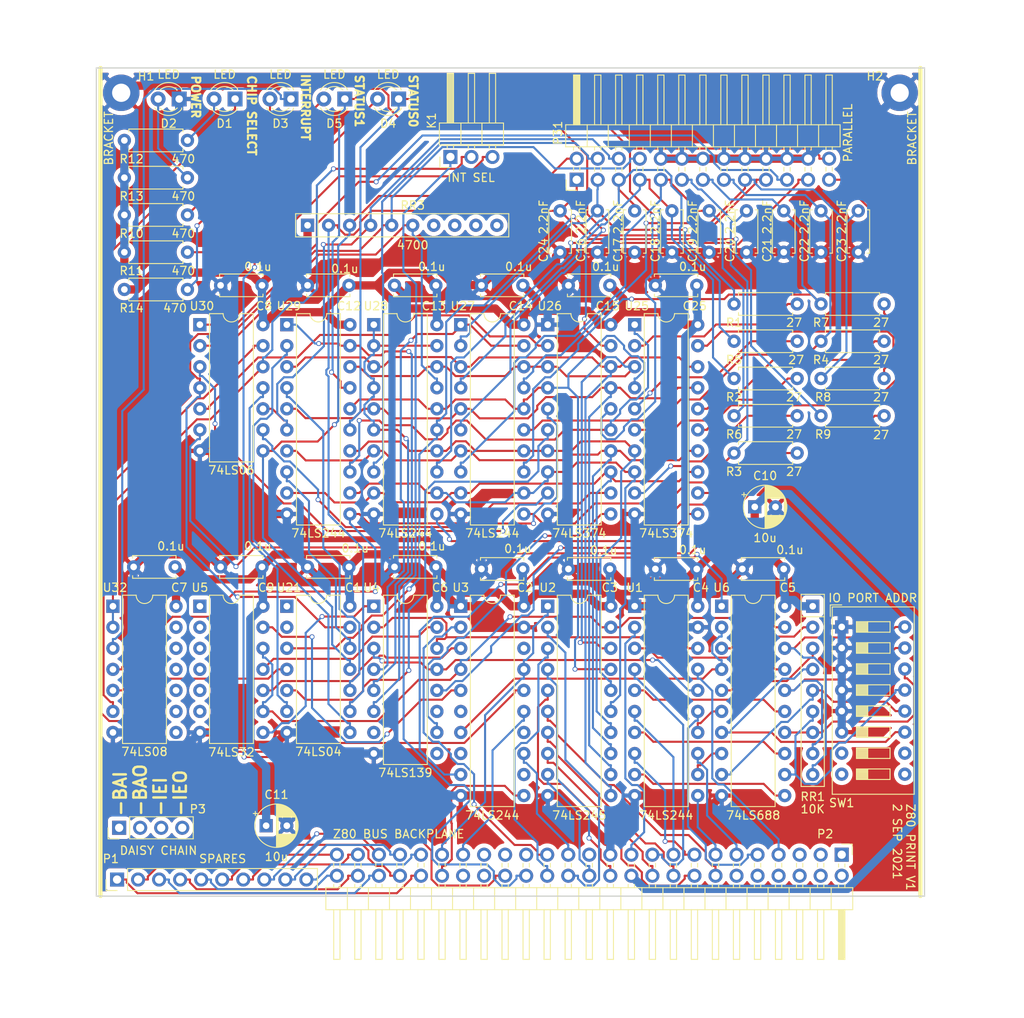
<source format=kicad_pcb>
(kicad_pcb (version 20171130) (host pcbnew "(5.1.10)-1")
  (layers (0 F.Cu signal) (31 B.Cu signal) (34 B.Paste user) (35 F.Paste user) (36 B.SilkS user) (37 F.SilkS user) (38 B.Mask user) (39 F.Mask user) (44 Edge.Cuts user))
  (net 0 "")
  (net 1 VCC)
  (net 2 GND)
  (net 3 /A7)
  (net 4 /A6)
  (net 5 /A5)
  (net 6 /D4)
  (net 7 /A4)
  (net 8 /D3)
  (net 9 /A3)
  (net 10 /D5)
  (net 11 /A2)
  (net 12 /D6)
  (net 13 /A1)
  (net 14 /A0)
  (net 15 /D2)
  (net 16 /D7)
  (net 17 /D0)
  (net 18 /D1)
  (net 19 /SPARE9)
  (net 20 /SPARE0)
  (net 21 /SPARE8)
  (net 22 /SPARE1)
  (net 23 /SPARE7)
  (net 24 /SPARE2)
  (net 25 /SPARE6)
  (net 26 /SPARE3)
  (net 27 /SPARE5)
  (net 28 /SPARE4)
  (net 29 /M1#)
  (net 30 /RESET#)
  (net 31 /WR#)
  (net 32 /RD#)
  (net 33 /IORQ#)
  (net 34 /bM1#)
  (net 35 /bA7)
  (net 36 /bA6)
  (net 37 /bA5)
  (net 38 /bA4)
  (net 39 /bA3)
  (net 40 /bA2)
  (net 41 /bA1)
  (net 42 /bA0)
  (net 43 "Net-(RR1-Pad2)")
  (net 44 "Net-(RR1-Pad3)")
  (net 45 "Net-(RR1-Pad4)")
  (net 46 "Net-(RR1-Pad5)")
  (net 47 "Net-(RR1-Pad6)")
  (net 48 "Net-(RR1-Pad7)")
  (net 49 "Net-(RR1-Pad8)")
  (net 50 "Net-(RR1-Pad9)")
  (net 51 /bD5)
  (net 52 /bD4)
  (net 53 /bD3)
  (net 54 /bD2)
  (net 55 /bD1)
  (net 56 /bD0)
  (net 57 /bWR#)
  (net 58 /bD7)
  (net 59 /bD6)
  (net 60 /bRD#)
  (net 61 /INT#)
  (net 62 "Net-(D1-Pad2)")
  (net 63 /688SEL#)
  (net 64 "Net-(D1-Pad1)")
  (net 65 "Net-(D2-Pad2)")
  (net 66 /NMI#)
  (net 67 /PD0)
  (net 68 /PD1)
  (net 69 /PD2)
  (net 70 /PD3)
  (net 71 /PD4)
  (net 72 /PD5)
  (net 73 /PD6)
  (net 74 /PD7)
  (net 75 //STROBE)
  (net 76 "Net-(K1-Pad2)")
  (net 77 //LINEFEED)
  (net 78 /ERROR)
  (net 79 /P-RESET)
  (net 80 //SEL)
  (net 81 /ACK)
  (net 82 //BUSY)
  (net 83 /PAPEROUT)
  (net 84 /SELECT)
  (net 85 "Net-(R1-Pad2)")
  (net 86 "Net-(R2-Pad2)")
  (net 87 "Net-(R3-Pad2)")
  (net 88 "Net-(R4-Pad2)")
  (net 89 "Net-(R5-Pad2)")
  (net 90 "Net-(R6-Pad2)")
  (net 91 "Net-(R7-Pad2)")
  (net 92 "Net-(R8-Pad2)")
  (net 93 "Net-(R9-Pad2)")
  (net 94 /BUSY)
  (net 95 //PARIN2)
  (net 96 //PARIN1)
  (net 97 //PARIN0)
  (net 98 //PAROUT2)
  (net 99 //PAROUT0)
  (net 100 "Net-(U21-Pad6)")
  (net 101 "Net-(U21-Pad12)")
  (net 102 "Net-(U21-Pad5)")
  (net 103 "Net-(U21-Pad10)")
  (net 104 "Net-(U21-Pad8)")
  (net 105 //PDENBL)
  (net 106 "Net-(U26-Pad2)")
  (net 107 /PARINT)
  (net 108 "Net-(U26-Pad5)")
  (net 109 "Net-(U26-Pad9)")
  (net 110 /CS_PAR#)
  (net 111 "Net-(U4-Pad1)")
  (net 112 "Net-(U4-Pad15)")
  (net 113 "Net-(U21-Pad4)")
  (net 114 "Net-(U30-Pad13)")
  (net 115 "Net-(D3-Pad2)")
  (net 116 "Net-(D3-Pad1)")
  (net 117 "Net-(D4-Pad2)")
  (net 118 /STATUS0)
  (net 119 "Net-(D5-Pad2)")
  (net 120 /STATUS1)
  (module Resistor_THT:R_Axial_DIN0207_L6.3mm_D2.5mm_P7.62mm_Horizontal (layer F.Cu) (at 56 72.75 180)
    (fp_text reference R14 (at 6.75 -2.25) (layer F.SilkS))
    (fp_text value 470 (at 1.5 -2.25) (layer F.SilkS))
    (pad 2 thru_hole oval (at 7.62 0 180) (size 1.6 1.6) (drill 0.8) (layers *.Cu *.Mask) (net 1 VCC))
    (pad 1 thru_hole circle (at 0 0 180) (size 1.6 1.6) (drill 0.8) (layers *.Cu *.Mask) (net 119 "Net-(D5-Pad2)"))
  )
  (module Resistor_THT:R_Axial_DIN0207_L6.3mm_D2.5mm_P7.62mm_Horizontal (layer F.Cu) (at 56 68.25 180)
    (fp_text reference R11 (at 6.75 -2.25) (layer F.SilkS))
    (fp_text value 470 (at 0.5 -2.25) (layer F.SilkS))
    (pad 2 thru_hole oval (at 7.62 0 180) (size 1.6 1.6) (drill 0.8) (layers *.Cu *.Mask) (net 1 VCC))
    (pad 1 thru_hole circle (at 0 0 180) (size 1.6 1.6) (drill 0.8) (layers *.Cu *.Mask) (net 117 "Net-(D4-Pad2)"))
  )
  (module Connector_PinHeader_2.54mm:PinHeader_1x03_P2.54mm_Horizontal (layer F.Cu) (at 87.75 56.75 90)
    (fp_text reference K1 (at 4.385 -2.27 90) (layer F.SilkS))
    (fp_text value "INT SEL" (at -2.5 2.5 180) (layer F.SilkS))
    (pad 3 thru_hole oval (at 0 5.08 90) (size 1.7 1.7) (drill 1) (layers *.Cu *.Mask) (net 66 /NMI#))
    (pad 2 thru_hole oval (at 0 2.54 90) (size 1.7 1.7) (drill 1) (layers *.Cu *.Mask) (net 76 "Net-(K1-Pad2)"))
    (pad 1 thru_hole rect (at 0 0 90) (size 1.7 1.7) (drill 1) (layers *.Cu *.Mask) (net 61 /INT#))
  )
  (module LED_THT:LED_D3.0mm (layer F.Cu) (at 75 49.75 180)
    (fp_text reference D5 (at 1.27 -2.96) (layer F.SilkS))
    (fp_text value LED (at 1.27 2.96) (layer F.SilkS))
    (pad 2 thru_hole circle (at 2.54 0 180) (size 1.8 1.8) (drill 0.9) (layers *.Cu *.Mask) (net 119 "Net-(D5-Pad2)"))
    (pad 1 thru_hole rect (at 0 0 180) (size 1.8 1.8) (drill 0.9) (layers *.Cu *.Mask) (net 120 /STATUS1))
  )
  (module LED_THT:LED_D3.0mm (layer F.Cu) (at 81.5 49.75 180)
    (fp_text reference D4 (at 1.27 -2.96) (layer F.SilkS))
    (fp_text value LED (at 1.27 2.96) (layer F.SilkS))
    (pad 2 thru_hole circle (at 2.54 0 180) (size 1.8 1.8) (drill 0.9) (layers *.Cu *.Mask) (net 117 "Net-(D4-Pad2)"))
    (pad 1 thru_hole rect (at 0 0 180) (size 1.8 1.8) (drill 0.9) (layers *.Cu *.Mask) (net 118 /STATUS0))
  )
  (module Package_DIP:DIP-14_W7.62mm (layer F.Cu) (at 47 111)
    (fp_text reference U32 (at 0.25 -2.25) (layer F.SilkS))
    (fp_text value 74LS08 (at 3.81 17.57) (layer F.SilkS))
    (pad 14 thru_hole oval (at 7.62 0) (size 1.6 1.6) (drill 0.8) (layers *.Cu *.Mask) (net 1 VCC))
    (pad 7 thru_hole oval (at 0 15.24) (size 1.6 1.6) (drill 0.8) (layers *.Cu *.Mask) (net 2 GND))
    (pad 13 thru_hole oval (at 7.62 2.54) (size 1.6 1.6) (drill 0.8) (layers *.Cu *.Mask))
    (pad 6 thru_hole oval (at 0 12.7) (size 1.6 1.6) (drill 0.8) (layers *.Cu *.Mask) (net 114 "Net-(U30-Pad13)"))
    (pad 12 thru_hole oval (at 7.62 5.08) (size 1.6 1.6) (drill 0.8) (layers *.Cu *.Mask))
    (pad 5 thru_hole oval (at 0 10.16) (size 1.6 1.6) (drill 0.8) (layers *.Cu *.Mask) (net 113 "Net-(U21-Pad4)"))
    (pad 11 thru_hole oval (at 7.62 7.62) (size 1.6 1.6) (drill 0.8) (layers *.Cu *.Mask))
    (pad 4 thru_hole oval (at 0 7.62) (size 1.6 1.6) (drill 0.8) (layers *.Cu *.Mask) (net 107 /PARINT))
    (pad 10 thru_hole oval (at 7.62 10.16) (size 1.6 1.6) (drill 0.8) (layers *.Cu *.Mask))
    (pad 3 thru_hole oval (at 0 5.08) (size 1.6 1.6) (drill 0.8) (layers *.Cu *.Mask) (net 116 "Net-(D3-Pad1)"))
    (pad 9 thru_hole oval (at 7.62 12.7) (size 1.6 1.6) (drill 0.8) (layers *.Cu *.Mask))
    (pad 2 thru_hole oval (at 0 2.54) (size 1.6 1.6) (drill 0.8) (layers *.Cu *.Mask) (net 76 "Net-(K1-Pad2)"))
    (pad 8 thru_hole oval (at 7.62 15.24) (size 1.6 1.6) (drill 0.8) (layers *.Cu *.Mask))
    (pad 1 thru_hole rect (at 0 0) (size 1.6 1.6) (drill 0.8) (layers *.Cu *.Mask) (net 76 "Net-(K1-Pad2)"))
  )
  (module Resistor_THT:R_Axial_DIN0207_L6.3mm_D2.5mm_P7.62mm_Horizontal (layer F.Cu) (at 56 63.75 180)
    (fp_text reference R10 (at 6.75 -2.25) (layer F.SilkS))
    (fp_text value 470 (at 0.5 -2.25) (layer F.SilkS))
    (pad 2 thru_hole oval (at 7.62 0 180) (size 1.6 1.6) (drill 0.8) (layers *.Cu *.Mask) (net 1 VCC))
    (pad 1 thru_hole circle (at 0 0 180) (size 1.6 1.6) (drill 0.8) (layers *.Cu *.Mask) (net 115 "Net-(D3-Pad2)"))
  )
  (module LED_THT:LED_D3.0mm (layer F.Cu) (at 68.5 49.75 180)
    (fp_text reference D3 (at 1.27 -2.96) (layer F.SilkS))
    (fp_text value LED (at 1.27 2.96) (layer F.SilkS))
    (pad 2 thru_hole circle (at 2.54 0 180) (size 1.8 1.8) (drill 0.9) (layers *.Cu *.Mask) (net 115 "Net-(D3-Pad2)"))
    (pad 1 thru_hole rect (at 0 0 180) (size 1.8 1.8) (drill 0.9) (layers *.Cu *.Mask) (net 116 "Net-(D3-Pad1)"))
  )
  (module LED_THT:LED_D3.0mm (layer F.Cu) (at 55 49.75 180)
    (fp_text reference D2 (at 1.27 -2.96) (layer F.SilkS))
    (fp_text value LED (at 1.27 2.96) (layer F.SilkS))
    (pad 2 thru_hole circle (at 2.54 0 180) (size 1.8 1.8) (drill 0.9) (layers *.Cu *.Mask) (net 65 "Net-(D2-Pad2)"))
    (pad 1 thru_hole rect (at 0 0 180) (size 1.8 1.8) (drill 0.9) (layers *.Cu *.Mask) (net 2 GND))
  )
  (module LED_THT:LED_D3.0mm (layer F.Cu) (at 61.75 49.75 180)
    (fp_text reference D1 (at 1.27 -2.96) (layer F.SilkS))
    (fp_text value LED (at 1.27 2.96) (layer F.SilkS))
    (pad 2 thru_hole circle (at 2.54 0 180) (size 1.8 1.8) (drill 0.9) (layers *.Cu *.Mask) (net 62 "Net-(D1-Pad2)"))
    (pad 1 thru_hole rect (at 0 0 180) (size 1.8 1.8) (drill 0.9) (layers *.Cu *.Mask) (net 64 "Net-(D1-Pad1)"))
  )
  (module Package_DIP:DIP-16_W7.62mm (layer F.Cu) (at 78.5 111)
    (fp_text reference U4 (at -0.25 -2.25) (layer F.SilkS))
    (fp_text value 74LS139 (at 3.81 20.11) (layer F.SilkS))
    (pad 16 thru_hole oval (at 7.62 0) (size 1.6 1.6) (drill 0.8) (layers *.Cu *.Mask) (net 1 VCC))
    (pad 8 thru_hole oval (at 0 17.78) (size 1.6 1.6) (drill 0.8) (layers *.Cu *.Mask) (net 2 GND))
    (pad 15 thru_hole oval (at 7.62 2.54) (size 1.6 1.6) (drill 0.8) (layers *.Cu *.Mask) (net 112 "Net-(U4-Pad15)"))
    (pad 7 thru_hole oval (at 0 15.24) (size 1.6 1.6) (drill 0.8) (layers *.Cu *.Mask))
    (pad 14 thru_hole oval (at 7.62 5.08) (size 1.6 1.6) (drill 0.8) (layers *.Cu *.Mask) (net 42 /bA0))
    (pad 6 thru_hole oval (at 0 12.7) (size 1.6 1.6) (drill 0.8) (layers *.Cu *.Mask) (net 95 //PARIN2))
    (pad 13 thru_hole oval (at 7.62 7.62) (size 1.6 1.6) (drill 0.8) (layers *.Cu *.Mask) (net 41 /bA1))
    (pad 5 thru_hole oval (at 0 10.16) (size 1.6 1.6) (drill 0.8) (layers *.Cu *.Mask) (net 96 //PARIN1))
    (pad 12 thru_hole oval (at 7.62 10.16) (size 1.6 1.6) (drill 0.8) (layers *.Cu *.Mask) (net 99 //PAROUT0))
    (pad 4 thru_hole oval (at 0 7.62) (size 1.6 1.6) (drill 0.8) (layers *.Cu *.Mask) (net 97 //PARIN0))
    (pad 11 thru_hole oval (at 7.62 12.7) (size 1.6 1.6) (drill 0.8) (layers *.Cu *.Mask))
    (pad 3 thru_hole oval (at 0 5.08) (size 1.6 1.6) (drill 0.8) (layers *.Cu *.Mask) (net 41 /bA1))
    (pad 10 thru_hole oval (at 7.62 15.24) (size 1.6 1.6) (drill 0.8) (layers *.Cu *.Mask) (net 98 //PAROUT2))
    (pad 2 thru_hole oval (at 0 2.54) (size 1.6 1.6) (drill 0.8) (layers *.Cu *.Mask) (net 42 /bA0))
    (pad 9 thru_hole oval (at 7.62 17.78) (size 1.6 1.6) (drill 0.8) (layers *.Cu *.Mask))
    (pad 1 thru_hole rect (at 0 0) (size 1.6 1.6) (drill 0.8) (layers *.Cu *.Mask) (net 111 "Net-(U4-Pad1)"))
  )
  (module MountingHole:MountingHole_2.2mm_M2_Pad (layer F.Cu) (at 142 49)
    (fp_text reference H2 (at -3 -2) (layer F.SilkS))
    (fp_text value BRACKET (at 1.5 5.5 90) (layer F.SilkS))
    (pad 1 thru_hole circle (at 0 0) (size 4.4 4.4) (drill 2.2) (layers *.Cu *.Mask) (net 2 GND))
  )
  (module MountingHole:MountingHole_2.2mm_M2_Pad (layer F.Cu) (at 48 49)
    (fp_text reference H1 (at 3 -2) (layer F.SilkS))
    (fp_text value BRACKET (at -1.5 5.5 90) (layer F.SilkS))
    (pad 1 thru_hole circle (at 0 0) (size 4.4 4.4) (drill 2.2) (layers *.Cu *.Mask) (net 2 GND))
  )
  (module Capacitor_THT:C_Disc_D5.0mm_W2.5mm_P5.00mm (layer F.Cu) (at 96.5 106.5 180)
    (fp_text reference C2 (at -0.25 -2.25 180) (layer F.SilkS))
    (fp_text value 0.1u (at 0.61 2.44 180) (layer F.SilkS))
    (pad 2 thru_hole circle (at 5 0 180) (size 1.6 1.6) (drill 0.8) (layers *.Cu *.Mask) (net 2 GND))
    (pad 1 thru_hole circle (at 0 0 180) (size 1.6 1.6) (drill 0.8) (layers *.Cu *.Mask) (net 1 VCC))
  )
  (module Capacitor_THT:C_Disc_D5.0mm_W2.5mm_P5.00mm (layer F.Cu) (at 128 106.5 180)
    (fp_text reference C5 (at -0.5 -2.25 180) (layer F.SilkS))
    (fp_text value 0.1u (at -0.75 2.31 180) (layer F.SilkS))
    (pad 1 thru_hole circle (at 0 0 180) (size 1.6 1.6) (drill 0.8) (layers *.Cu *.Mask) (net 1 VCC))
    (pad 2 thru_hole circle (at 5 0 180) (size 1.6 1.6) (drill 0.8) (layers *.Cu *.Mask) (net 2 GND))
  )
  (module Capacitor_THT:C_Disc_D5.0mm_W2.5mm_P5.00mm (layer F.Cu) (at 107 106.5 180)
    (fp_text reference C3 (at 0 -2.25 180) (layer F.SilkS))
    (fp_text value 0.1u (at 0.75 2.25 180) (layer F.SilkS))
    (pad 1 thru_hole circle (at 0 0 180) (size 1.6 1.6) (drill 0.8) (layers *.Cu *.Mask) (net 1 VCC))
    (pad 2 thru_hole circle (at 5 0 180) (size 1.6 1.6) (drill 0.8) (layers *.Cu *.Mask) (net 2 GND))
  )
  (module Capacitor_THT:C_Disc_D5.0mm_W2.5mm_P5.00mm (layer F.Cu) (at 117.5 106.5 180)
    (fp_text reference C4 (at -0.5 -2.25 180) (layer F.SilkS))
    (fp_text value 0.1u (at 0.5 2.31 180) (layer F.SilkS))
    (pad 2 thru_hole circle (at 5 0 180) (size 1.6 1.6) (drill 0.8) (layers *.Cu *.Mask) (net 2 GND))
    (pad 1 thru_hole circle (at 0 0 180) (size 1.6 1.6) (drill 0.8) (layers *.Cu *.Mask) (net 1 VCC))
  )
  (module Capacitor_THT:C_Disc_D5.0mm_W2.5mm_P5.00mm (layer F.Cu) (at 75.5 106.25 180)
    (fp_text reference C1 (at -0.5 -2.5 180) (layer F.SilkS))
    (fp_text value 0.1u (at -0.75 2.25 180) (layer F.SilkS))
    (pad 2 thru_hole circle (at 5 0 180) (size 1.6 1.6) (drill 0.8) (layers *.Cu *.Mask) (net 2 GND))
    (pad 1 thru_hole circle (at 0 0 180) (size 1.6 1.6) (drill 0.8) (layers *.Cu *.Mask) (net 1 VCC))
  )
  (module Capacitor_THT:C_Disc_D5.0mm_W2.5mm_P5.00mm (layer F.Cu) (at 86 106.25 180)
    (fp_text reference C6 (at -0.5 -2.5) (layer F.SilkS))
    (fp_text value 0.1u (at 0.5 2.5) (layer F.SilkS))
    (pad 1 thru_hole circle (at 0 0 180) (size 1.6 1.6) (drill 0.8) (layers *.Cu *.Mask) (net 1 VCC))
    (pad 2 thru_hole circle (at 5 0 180) (size 1.6 1.6) (drill 0.8) (layers *.Cu *.Mask) (net 2 GND))
  )
  (module Capacitor_THT:C_Disc_D5.0mm_W2.5mm_P5.00mm (layer F.Cu) (at 54.5 106.25 180)
    (fp_text reference C7 (at -0.5 -2.5) (layer F.SilkS))
    (fp_text value 0.1u (at 0.5 2.5) (layer F.SilkS))
    (pad 2 thru_hole circle (at 5 0 180) (size 1.6 1.6) (drill 0.8) (layers *.Cu *.Mask) (net 2 GND))
    (pad 1 thru_hole circle (at 0 0 180) (size 1.6 1.6) (drill 0.8) (layers *.Cu *.Mask) (net 1 VCC))
  )
  (module Capacitor_THT:C_Disc_D5.0mm_W2.5mm_P5.00mm (layer F.Cu) (at 65 72.25 180)
    (fp_text reference C8 (at -0.25 -2.5 180) (layer F.SilkS))
    (fp_text value 0.1u (at 0.5 2.25 180) (layer F.SilkS))
    (pad 1 thru_hole circle (at 0 0 180) (size 1.6 1.6) (drill 0.8) (layers *.Cu *.Mask) (net 1 VCC))
    (pad 2 thru_hole circle (at 5 0 180) (size 1.6 1.6) (drill 0.8) (layers *.Cu *.Mask) (net 2 GND))
  )
  (module Capacitor_THT:CP_Radial_D5.0mm_P2.50mm (layer F.Cu) (at 65.5 137.5)
    (fp_text reference C11 (at 1.25 -3.75) (layer F.SilkS))
    (fp_text value 10u (at 1.25 3.75) (layer F.SilkS))
    (pad 1 thru_hole rect (at 0 0) (size 1.6 1.6) (drill 0.8) (layers *.Cu *.Mask) (net 1 VCC))
    (pad 2 thru_hole circle (at 2.5 0) (size 1.6 1.6) (drill 0.8) (layers *.Cu *.Mask) (net 2 GND))
  )
  (module Capacitor_THT:CP_Radial_D5.0mm_P2.50mm (layer F.Cu) (at 124.5 99)
    (fp_text reference C10 (at 1.25 -3.75) (layer F.SilkS))
    (fp_text value 10u (at 1.25 3.75) (layer F.SilkS))
    (pad 1 thru_hole rect (at 0 0) (size 1.6 1.6) (drill 0.8) (layers *.Cu *.Mask) (net 1 VCC))
    (pad 2 thru_hole circle (at 2.5 0) (size 1.6 1.6) (drill 0.8) (layers *.Cu *.Mask) (net 2 GND))
  )
  (module Capacitor_THT:C_Disc_D5.0mm_W2.5mm_P5.00mm (layer F.Cu) (at 65 106.25 180)
    (fp_text reference C9 (at -0.5 -2.5) (layer F.SilkS))
    (fp_text value 0.1u (at 0.5 2.5) (layer F.SilkS))
    (pad 1 thru_hole circle (at 0 0 180) (size 1.6 1.6) (drill 0.8) (layers *.Cu *.Mask) (net 1 VCC))
    (pad 2 thru_hole circle (at 5 0 180) (size 1.6 1.6) (drill 0.8) (layers *.Cu *.Mask) (net 2 GND))
  )
  (module Connector_PinHeader_2.54mm:PinHeader_1x10_P2.54mm_Vertical (layer F.Cu) (at 47.5 144 90)
    (fp_text reference P1 (at 2.5 -0.75 180) (layer F.SilkS))
    (fp_text value SPARES (at 2.5 12.75) (layer F.SilkS))
    (pad 1 thru_hole rect (at 0 0 90) (size 1.7 1.7) (drill 1) (layers *.Cu *.Mask) (net 20 /SPARE0))
    (pad 2 thru_hole oval (at 0 2.54 90) (size 1.7 1.7) (drill 1) (layers *.Cu *.Mask) (net 22 /SPARE1))
    (pad 3 thru_hole oval (at 0 5.08 90) (size 1.7 1.7) (drill 1) (layers *.Cu *.Mask) (net 24 /SPARE2))
    (pad 4 thru_hole oval (at 0 7.62 90) (size 1.7 1.7) (drill 1) (layers *.Cu *.Mask) (net 26 /SPARE3))
    (pad 5 thru_hole oval (at 0 10.16 90) (size 1.7 1.7) (drill 1) (layers *.Cu *.Mask) (net 28 /SPARE4))
    (pad 6 thru_hole oval (at 0 12.7 90) (size 1.7 1.7) (drill 1) (layers *.Cu *.Mask) (net 27 /SPARE5))
    (pad 7 thru_hole oval (at 0 15.24 90) (size 1.7 1.7) (drill 1) (layers *.Cu *.Mask) (net 25 /SPARE6))
    (pad 8 thru_hole oval (at 0 17.78 90) (size 1.7 1.7) (drill 1) (layers *.Cu *.Mask) (net 23 /SPARE7))
    (pad 9 thru_hole oval (at 0 20.32 90) (size 1.7 1.7) (drill 1) (layers *.Cu *.Mask) (net 21 /SPARE8))
    (pad 10 thru_hole oval (at 0 22.86 90) (size 1.7 1.7) (drill 1) (layers *.Cu *.Mask) (net 19 /SPARE9))
  )
  (module Connector_PinHeader_2.54mm:PinHeader_2x25_P2.54mm_Horizontal (layer F.Cu) (at 135 141 270)
    (fp_text reference P2 (at -2.5 2 180) (layer F.SilkS))
    (fp_text value "Z80 BUS BACKPLANE" (at -2.5 53.5 180) (layer F.SilkS))
    (pad 1 thru_hole rect (at 0 0 270) (size 1.7 1.7) (drill 1) (layers *.Cu *.Mask))
    (pad 2 thru_hole oval (at 2.54 0 270) (size 1.7 1.7) (drill 1) (layers *.Cu *.Mask))
    (pad 3 thru_hole oval (at 0 2.54 270) (size 1.7 1.7) (drill 1) (layers *.Cu *.Mask))
    (pad 4 thru_hole oval (at 2.54 2.54 270) (size 1.7 1.7) (drill 1) (layers *.Cu *.Mask))
    (pad 5 thru_hole oval (at 0 5.08 270) (size 1.7 1.7) (drill 1) (layers *.Cu *.Mask))
    (pad 6 thru_hole oval (at 2.54 5.08 270) (size 1.7 1.7) (drill 1) (layers *.Cu *.Mask))
    (pad 7 thru_hole oval (at 0 7.62 270) (size 1.7 1.7) (drill 1) (layers *.Cu *.Mask) (net 3 /A7))
    (pad 8 thru_hole oval (at 2.54 7.62 270) (size 1.7 1.7) (drill 1) (layers *.Cu *.Mask))
    (pad 9 thru_hole oval (at 0 10.16 270) (size 1.7 1.7) (drill 1) (layers *.Cu *.Mask) (net 4 /A6))
    (pad 10 thru_hole oval (at 2.54 10.16 270) (size 1.7 1.7) (drill 1) (layers *.Cu *.Mask))
    (pad 11 thru_hole oval (at 0 12.7 270) (size 1.7 1.7) (drill 1) (layers *.Cu *.Mask) (net 5 /A5))
    (pad 12 thru_hole oval (at 2.54 12.7 270) (size 1.7 1.7) (drill 1) (layers *.Cu *.Mask))
    (pad 13 thru_hole oval (at 0 15.24 270) (size 1.7 1.7) (drill 1) (layers *.Cu *.Mask) (net 7 /A4))
    (pad 14 thru_hole oval (at 2.54 15.24 270) (size 1.7 1.7) (drill 1) (layers *.Cu *.Mask) (net 6 /D4))
    (pad 15 thru_hole oval (at 0 17.78 270) (size 1.7 1.7) (drill 1) (layers *.Cu *.Mask) (net 9 /A3))
    (pad 16 thru_hole oval (at 2.54 17.78 270) (size 1.7 1.7) (drill 1) (layers *.Cu *.Mask) (net 8 /D3))
    (pad 17 thru_hole oval (at 0 20.32 270) (size 1.7 1.7) (drill 1) (layers *.Cu *.Mask) (net 11 /A2))
    (pad 18 thru_hole oval (at 2.54 20.32 270) (size 1.7 1.7) (drill 1) (layers *.Cu *.Mask) (net 10 /D5))
    (pad 19 thru_hole oval (at 0 22.86 270) (size 1.7 1.7) (drill 1) (layers *.Cu *.Mask) (net 13 /A1))
    (pad 20 thru_hole oval (at 2.54 22.86 270) (size 1.7 1.7) (drill 1) (layers *.Cu *.Mask) (net 12 /D6))
    (pad 21 thru_hole oval (at 0 25.4 270) (size 1.7 1.7) (drill 1) (layers *.Cu *.Mask) (net 14 /A0))
    (pad 22 thru_hole oval (at 2.54 25.4 270) (size 1.7 1.7) (drill 1) (layers *.Cu *.Mask) (net 1 VCC))
    (pad 23 thru_hole oval (at 0 27.94 270) (size 1.7 1.7) (drill 1) (layers *.Cu *.Mask) (net 2 GND))
    (pad 24 thru_hole oval (at 2.54 27.94 270) (size 1.7 1.7) (drill 1) (layers *.Cu *.Mask) (net 15 /D2))
    (pad 25 thru_hole oval (at 0 30.48 270) (size 1.7 1.7) (drill 1) (layers *.Cu *.Mask))
    (pad 26 thru_hole oval (at 2.54 30.48 270) (size 1.7 1.7) (drill 1) (layers *.Cu *.Mask) (net 16 /D7))
    (pad 27 thru_hole oval (at 0 33.02 270) (size 1.7 1.7) (drill 1) (layers *.Cu *.Mask) (net 29 /M1#))
    (pad 28 thru_hole oval (at 2.54 33.02 270) (size 1.7 1.7) (drill 1) (layers *.Cu *.Mask) (net 17 /D0))
    (pad 29 thru_hole oval (at 0 35.56 270) (size 1.7 1.7) (drill 1) (layers *.Cu *.Mask) (net 30 /RESET#))
    (pad 30 thru_hole oval (at 2.54 35.56 270) (size 1.7 1.7) (drill 1) (layers *.Cu *.Mask) (net 18 /D1))
    (pad 31 thru_hole oval (at 0 38.1 270) (size 1.7 1.7) (drill 1) (layers *.Cu *.Mask))
    (pad 32 thru_hole oval (at 2.54 38.1 270) (size 1.7 1.7) (drill 1) (layers *.Cu *.Mask) (net 61 /INT#))
    (pad 33 thru_hole oval (at 0 40.64 270) (size 1.7 1.7) (drill 1) (layers *.Cu *.Mask))
    (pad 34 thru_hole oval (at 2.54 40.64 270) (size 1.7 1.7) (drill 1) (layers *.Cu *.Mask) (net 66 /NMI#))
    (pad 35 thru_hole oval (at 0 43.18 270) (size 1.7 1.7) (drill 1) (layers *.Cu *.Mask))
    (pad 36 thru_hole oval (at 2.54 43.18 270) (size 1.7 1.7) (drill 1) (layers *.Cu *.Mask))
    (pad 37 thru_hole oval (at 0 45.72 270) (size 1.7 1.7) (drill 1) (layers *.Cu *.Mask) (net 31 /WR#))
    (pad 38 thru_hole oval (at 2.54 45.72 270) (size 1.7 1.7) (drill 1) (layers *.Cu *.Mask))
    (pad 39 thru_hole oval (at 0 48.26 270) (size 1.7 1.7) (drill 1) (layers *.Cu *.Mask) (net 32 /RD#))
    (pad 40 thru_hole oval (at 2.54 48.26 270) (size 1.7 1.7) (drill 1) (layers *.Cu *.Mask) (net 33 /IORQ#))
    (pad 41 thru_hole oval (at 0 50.8 270) (size 1.7 1.7) (drill 1) (layers *.Cu *.Mask) (net 19 /SPARE9))
    (pad 42 thru_hole oval (at 2.54 50.8 270) (size 1.7 1.7) (drill 1) (layers *.Cu *.Mask) (net 20 /SPARE0))
    (pad 43 thru_hole oval (at 0 53.34 270) (size 1.7 1.7) (drill 1) (layers *.Cu *.Mask) (net 21 /SPARE8))
    (pad 44 thru_hole oval (at 2.54 53.34 270) (size 1.7 1.7) (drill 1) (layers *.Cu *.Mask) (net 22 /SPARE1))
    (pad 45 thru_hole oval (at 0 55.88 270) (size 1.7 1.7) (drill 1) (layers *.Cu *.Mask) (net 23 /SPARE7))
    (pad 46 thru_hole oval (at 2.54 55.88 270) (size 1.7 1.7) (drill 1) (layers *.Cu *.Mask) (net 24 /SPARE2))
    (pad 47 thru_hole oval (at 0 58.42 270) (size 1.7 1.7) (drill 1) (layers *.Cu *.Mask) (net 25 /SPARE6))
    (pad 48 thru_hole oval (at 2.54 58.42 270) (size 1.7 1.7) (drill 1) (layers *.Cu *.Mask) (net 26 /SPARE3))
    (pad 49 thru_hole oval (at 0 60.96 270) (size 1.7 1.7) (drill 1) (layers *.Cu *.Mask) (net 27 /SPARE5))
    (pad 50 thru_hole oval (at 2.54 60.96 270) (size 1.7 1.7) (drill 1) (layers *.Cu *.Mask) (net 28 /SPARE4))
  )
  (module Connector_PinHeader_2.54mm:PinHeader_1x04_P2.54mm_Vertical (layer F.Cu) (at 47.75 137.75 90)
    (fp_text reference P3 (at 2.25 9.5 180) (layer F.SilkS))
    (fp_text value "DAISY CHAIN" (at -2.75 4.75 180) (layer F.SilkS))
    (pad 1 thru_hole rect (at 0 0 90) (size 1.7 1.7) (drill 1) (layers *.Cu *.Mask))
    (pad 2 thru_hole oval (at 0 2.54 90) (size 1.7 1.7) (drill 1) (layers *.Cu *.Mask))
    (pad 3 thru_hole oval (at 0 5.08 90) (size 1.7 1.7) (drill 1) (layers *.Cu *.Mask))
    (pad 4 thru_hole oval (at 0 7.62 90) (size 1.7 1.7) (drill 1) (layers *.Cu *.Mask))
  )
  (module Capacitor_THT:C_Disc_D5.0mm_W2.5mm_P5.00mm (layer F.Cu) (at 105.5 63.25 270)
    (fp_text reference C16 (at 4.75 2 90) (layer F.SilkS))
    (fp_text value 2.2nF (at 0.75 2 90) (layer F.SilkS))
    (pad 1 thru_hole circle (at 0 0 270) (size 1.6 1.6) (drill 0.8) (layers *.Cu *.Mask) (net 67 /PD0))
    (pad 2 thru_hole circle (at 5 0 270) (size 1.6 1.6) (drill 0.8) (layers *.Cu *.Mask) (net 2 GND))
  )
  (module Capacitor_THT:C_Disc_D5.0mm_W2.5mm_P5.00mm (layer F.Cu) (at 110 63.25 270)
    (fp_text reference C17 (at 4.75 2 90) (layer F.SilkS))
    (fp_text value 2.2nF (at 0.75 2 90) (layer F.SilkS))
    (pad 1 thru_hole circle (at 0 0 270) (size 1.6 1.6) (drill 0.8) (layers *.Cu *.Mask) (net 68 /PD1))
    (pad 2 thru_hole circle (at 5 0 270) (size 1.6 1.6) (drill 0.8) (layers *.Cu *.Mask) (net 2 GND))
  )
  (module Capacitor_THT:C_Disc_D5.0mm_W2.5mm_P5.00mm (layer F.Cu) (at 114.5 63.25 270)
    (fp_text reference C18 (at 4.75 2 90) (layer F.SilkS))
    (fp_text value 2.2nF (at 0.75 2 90) (layer F.SilkS))
    (pad 1 thru_hole circle (at 0 0 270) (size 1.6 1.6) (drill 0.8) (layers *.Cu *.Mask) (net 69 /PD2))
    (pad 2 thru_hole circle (at 5 0 270) (size 1.6 1.6) (drill 0.8) (layers *.Cu *.Mask) (net 2 GND))
  )
  (module Capacitor_THT:C_Disc_D5.0mm_W2.5mm_P5.00mm (layer F.Cu) (at 119 63.25 270)
    (fp_text reference C19 (at 4.75 2 90) (layer F.SilkS))
    (fp_text value 2.2nF (at 0.75 2 90) (layer F.SilkS))
    (pad 2 thru_hole circle (at 5 0 270) (size 1.6 1.6) (drill 0.8) (layers *.Cu *.Mask) (net 2 GND))
    (pad 1 thru_hole circle (at 0 0 270) (size 1.6 1.6) (drill 0.8) (layers *.Cu *.Mask) (net 70 /PD3))
  )
  (module Capacitor_THT:C_Disc_D5.0mm_W2.5mm_P5.00mm (layer F.Cu) (at 123.5 63.25 270)
    (fp_text reference C20 (at 4.75 2 90) (layer F.SilkS))
    (fp_text value 2.2nF (at 0.75 2 90) (layer F.SilkS))
    (pad 1 thru_hole circle (at 0 0 270) (size 1.6 1.6) (drill 0.8) (layers *.Cu *.Mask) (net 71 /PD4))
    (pad 2 thru_hole circle (at 5 0 270) (size 1.6 1.6) (drill 0.8) (layers *.Cu *.Mask) (net 2 GND))
  )
  (module Capacitor_THT:C_Disc_D5.0mm_W2.5mm_P5.00mm (layer F.Cu) (at 128 63.25 270)
    (fp_text reference C21 (at 4.75 2 90) (layer F.SilkS))
    (fp_text value 2.2nF (at 0.75 2 90) (layer F.SilkS))
    (pad 2 thru_hole circle (at 5 0 270) (size 1.6 1.6) (drill 0.8) (layers *.Cu *.Mask) (net 2 GND))
    (pad 1 thru_hole circle (at 0 0 270) (size 1.6 1.6) (drill 0.8) (layers *.Cu *.Mask) (net 72 /PD5))
  )
  (module Capacitor_THT:C_Disc_D5.0mm_W2.5mm_P5.00mm (layer F.Cu) (at 132.5 63.25 270)
    (fp_text reference C22 (at 4.75 2 90) (layer F.SilkS))
    (fp_text value 2.2nF (at 0.75 2 90) (layer F.SilkS))
    (pad 2 thru_hole circle (at 5 0 270) (size 1.6 1.6) (drill 0.8) (layers *.Cu *.Mask) (net 2 GND))
    (pad 1 thru_hole circle (at 0 0 270) (size 1.6 1.6) (drill 0.8) (layers *.Cu *.Mask) (net 73 /PD6))
  )
  (module Capacitor_THT:C_Disc_D5.0mm_W2.5mm_P5.00mm (layer F.Cu) (at 137 63.25 270)
    (fp_text reference C23 (at 4.75 2 90) (layer F.SilkS))
    (fp_text value 2.2nF (at 0.75 2 90) (layer F.SilkS))
    (pad 1 thru_hole circle (at 0 0 270) (size 1.6 1.6) (drill 0.8) (layers *.Cu *.Mask) (net 74 /PD7))
    (pad 2 thru_hole circle (at 5 0 270) (size 1.6 1.6) (drill 0.8) (layers *.Cu *.Mask) (net 2 GND))
  )
  (module Capacitor_THT:C_Disc_D5.0mm_W2.5mm_P5.00mm (layer F.Cu) (at 101 63.25 270)
    (fp_text reference C24 (at 4.75 2 90) (layer F.SilkS))
    (fp_text value 2.2nF (at 0.75 2 90) (layer F.SilkS))
    (pad 2 thru_hole circle (at 5 0 270) (size 1.6 1.6) (drill 0.8) (layers *.Cu *.Mask) (net 2 GND))
    (pad 1 thru_hole circle (at 0 0 270) (size 1.6 1.6) (drill 0.8) (layers *.Cu *.Mask) (net 75 //STROBE))
  )
  (module Connector_PinHeader_2.54mm:PinHeader_2x13_P2.54mm_Horizontal (layer F.Cu) (at 103 59.5 90)
    (fp_text reference P31 (at 5.655 -2.27 90) (layer F.SilkS))
    (fp_text value PARALLEL (at 5.655 32.75 90) (layer F.SilkS))
    (pad 1 thru_hole rect (at 0 0 90) (size 1.7 1.7) (drill 1) (layers *.Cu *.Mask) (net 75 //STROBE))
    (pad 2 thru_hole oval (at 2.54 0 90) (size 1.7 1.7) (drill 1) (layers *.Cu *.Mask) (net 77 //LINEFEED))
    (pad 3 thru_hole oval (at 0 2.54 90) (size 1.7 1.7) (drill 1) (layers *.Cu *.Mask) (net 67 /PD0))
    (pad 4 thru_hole oval (at 2.54 2.54 90) (size 1.7 1.7) (drill 1) (layers *.Cu *.Mask) (net 78 /ERROR))
    (pad 5 thru_hole oval (at 0 5.08 90) (size 1.7 1.7) (drill 1) (layers *.Cu *.Mask) (net 68 /PD1))
    (pad 6 thru_hole oval (at 2.54 5.08 90) (size 1.7 1.7) (drill 1) (layers *.Cu *.Mask) (net 79 /P-RESET))
    (pad 7 thru_hole oval (at 0 7.62 90) (size 1.7 1.7) (drill 1) (layers *.Cu *.Mask) (net 69 /PD2))
    (pad 8 thru_hole oval (at 2.54 7.62 90) (size 1.7 1.7) (drill 1) (layers *.Cu *.Mask) (net 80 //SEL))
    (pad 9 thru_hole oval (at 0 10.16 90) (size 1.7 1.7) (drill 1) (layers *.Cu *.Mask) (net 70 /PD3))
    (pad 10 thru_hole oval (at 2.54 10.16 90) (size 1.7 1.7) (drill 1) (layers *.Cu *.Mask) (net 2 GND))
    (pad 11 thru_hole oval (at 0 12.7 90) (size 1.7 1.7) (drill 1) (layers *.Cu *.Mask) (net 71 /PD4))
    (pad 12 thru_hole oval (at 2.54 12.7 90) (size 1.7 1.7) (drill 1) (layers *.Cu *.Mask) (net 2 GND))
    (pad 13 thru_hole oval (at 0 15.24 90) (size 1.7 1.7) (drill 1) (layers *.Cu *.Mask) (net 72 /PD5))
    (pad 14 thru_hole oval (at 2.54 15.24 90) (size 1.7 1.7) (drill 1) (layers *.Cu *.Mask) (net 2 GND))
    (pad 15 thru_hole oval (at 0 17.78 90) (size 1.7 1.7) (drill 1) (layers *.Cu *.Mask) (net 73 /PD6))
    (pad 16 thru_hole oval (at 2.54 17.78 90) (size 1.7 1.7) (drill 1) (layers *.Cu *.Mask) (net 2 GND))
    (pad 17 thru_hole oval (at 0 20.32 90) (size 1.7 1.7) (drill 1) (layers *.Cu *.Mask) (net 74 /PD7))
    (pad 18 thru_hole oval (at 2.54 20.32 90) (size 1.7 1.7) (drill 1) (layers *.Cu *.Mask) (net 2 GND))
    (pad 19 thru_hole oval (at 0 22.86 90) (size 1.7 1.7) (drill 1) (layers *.Cu *.Mask) (net 81 /ACK))
    (pad 20 thru_hole oval (at 2.54 22.86 90) (size 1.7 1.7) (drill 1) (layers *.Cu *.Mask) (net 2 GND))
    (pad 21 thru_hole oval (at 0 25.4 90) (size 1.7 1.7) (drill 1) (layers *.Cu *.Mask) (net 82 //BUSY))
    (pad 22 thru_hole oval (at 2.54 25.4 90) (size 1.7 1.7) (drill 1) (layers *.Cu *.Mask) (net 2 GND))
    (pad 23 thru_hole oval (at 0 27.94 90) (size 1.7 1.7) (drill 1) (layers *.Cu *.Mask) (net 83 /PAPEROUT))
    (pad 24 thru_hole oval (at 2.54 27.94 90) (size 1.7 1.7) (drill 1) (layers *.Cu *.Mask) (net 2 GND))
    (pad 25 thru_hole oval (at 0 30.48 90) (size 1.7 1.7) (drill 1) (layers *.Cu *.Mask) (net 84 /SELECT))
    (pad 26 thru_hole oval (at 2.54 30.48 90) (size 1.7 1.7) (drill 1) (layers *.Cu *.Mask) (net 118 /STATUS0))
  )
  (module Resistor_THT:R_Axial_DIN0207_L6.3mm_D2.5mm_P7.62mm_Horizontal (layer F.Cu) (at 122 74.5)
    (fp_text reference R1 (at 0 2.25) (layer F.SilkS))
    (fp_text value 27 (at 7.25 2.25) (layer F.SilkS))
    (pad 1 thru_hole circle (at 0 0) (size 1.6 1.6) (drill 0.8) (layers *.Cu *.Mask) (net 67 /PD0))
    (pad 2 thru_hole oval (at 7.62 0) (size 1.6 1.6) (drill 0.8) (layers *.Cu *.Mask) (net 85 "Net-(R1-Pad2)"))
  )
  (module Resistor_THT:R_Axial_DIN0207_L6.3mm_D2.5mm_P7.62mm_Horizontal (layer F.Cu) (at 122 83.5)
    (fp_text reference R2 (at 0 2.25) (layer F.SilkS))
    (fp_text value 27 (at 7.25 2.25) (layer F.SilkS))
    (pad 2 thru_hole oval (at 7.62 0) (size 1.6 1.6) (drill 0.8) (layers *.Cu *.Mask) (net 86 "Net-(R2-Pad2)"))
    (pad 1 thru_hole circle (at 0 0) (size 1.6 1.6) (drill 0.8) (layers *.Cu *.Mask) (net 69 /PD2))
  )
  (module Resistor_THT:R_Axial_DIN0207_L6.3mm_D2.5mm_P7.62mm_Horizontal (layer F.Cu) (at 122 92.5)
    (fp_text reference R3 (at 0 2.25) (layer F.SilkS))
    (fp_text value 27 (at 7.25 2.25) (layer F.SilkS))
    (pad 2 thru_hole oval (at 7.62 0) (size 1.6 1.6) (drill 0.8) (layers *.Cu *.Mask) (net 87 "Net-(R3-Pad2)"))
    (pad 1 thru_hole circle (at 0 0) (size 1.6 1.6) (drill 0.8) (layers *.Cu *.Mask) (net 71 /PD4))
  )
  (module Resistor_THT:R_Axial_DIN0207_L6.3mm_D2.5mm_P7.62mm_Horizontal (layer F.Cu) (at 132.5 79)
    (fp_text reference R4 (at 0 2.25) (layer F.SilkS))
    (fp_text value 27 (at 7.25 2.25) (layer F.SilkS))
    (pad 1 thru_hole circle (at 0 0) (size 1.6 1.6) (drill 0.8) (layers *.Cu *.Mask) (net 73 /PD6))
    (pad 2 thru_hole oval (at 7.62 0) (size 1.6 1.6) (drill 0.8) (layers *.Cu *.Mask) (net 88 "Net-(R4-Pad2)"))
  )
  (module Resistor_THT:R_Axial_DIN0207_L6.3mm_D2.5mm_P7.62mm_Horizontal (layer F.Cu) (at 122 79)
    (fp_text reference R5 (at 0 2.25) (layer F.SilkS))
    (fp_text value 27 (at 7.5 2.25) (layer F.SilkS))
    (pad 2 thru_hole oval (at 7.62 0) (size 1.6 1.6) (drill 0.8) (layers *.Cu *.Mask) (net 89 "Net-(R5-Pad2)"))
    (pad 1 thru_hole circle (at 0 0) (size 1.6 1.6) (drill 0.8) (layers *.Cu *.Mask) (net 68 /PD1))
  )
  (module Resistor_THT:R_Axial_DIN0207_L6.3mm_D2.5mm_P7.62mm_Horizontal (layer F.Cu) (at 122 88)
    (fp_text reference R6 (at 0 2.25) (layer F.SilkS))
    (fp_text value 27 (at 7.25 2.25) (layer F.SilkS))
    (pad 1 thru_hole circle (at 0 0) (size 1.6 1.6) (drill 0.8) (layers *.Cu *.Mask) (net 70 /PD3))
    (pad 2 thru_hole oval (at 7.62 0) (size 1.6 1.6) (drill 0.8) (layers *.Cu *.Mask) (net 90 "Net-(R6-Pad2)"))
  )
  (module Resistor_THT:R_Axial_DIN0207_L6.3mm_D2.5mm_P7.62mm_Horizontal (layer F.Cu) (at 132.5 74.5)
    (fp_text reference R7 (at 0 2.25) (layer F.SilkS))
    (fp_text value 27 (at 7.25 2.25) (layer F.SilkS))
    (pad 1 thru_hole circle (at 0 0) (size 1.6 1.6) (drill 0.8) (layers *.Cu *.Mask) (net 72 /PD5))
    (pad 2 thru_hole oval (at 7.62 0) (size 1.6 1.6) (drill 0.8) (layers *.Cu *.Mask) (net 91 "Net-(R7-Pad2)"))
  )
  (module Resistor_THT:R_Axial_DIN0207_L6.3mm_D2.5mm_P7.62mm_Horizontal (layer F.Cu) (at 132.5 83.5)
    (fp_text reference R8 (at 0.25 2.25) (layer F.SilkS))
    (fp_text value 27 (at 7.25 2.25) (layer F.SilkS))
    (pad 2 thru_hole oval (at 7.62 0) (size 1.6 1.6) (drill 0.8) (layers *.Cu *.Mask) (net 92 "Net-(R8-Pad2)"))
    (pad 1 thru_hole circle (at 0 0) (size 1.6 1.6) (drill 0.8) (layers *.Cu *.Mask) (net 74 /PD7))
  )
  (module Resistor_THT:R_Axial_DIN0207_L6.3mm_D2.5mm_P7.62mm_Horizontal (layer F.Cu) (at 132.5 88)
    (fp_text reference R9 (at 0.25 2.25) (layer F.SilkS))
    (fp_text value 27 (at 7.25 2.31) (layer F.SilkS))
    (pad 1 thru_hole circle (at 0 0) (size 1.6 1.6) (drill 0.8) (layers *.Cu *.Mask) (net 75 //STROBE))
    (pad 2 thru_hole oval (at 7.62 0) (size 1.6 1.6) (drill 0.8) (layers *.Cu *.Mask) (net 93 "Net-(R9-Pad2)"))
  )
  (module Resistor_THT:R_Axial_DIN0207_L6.3mm_D2.5mm_P7.62mm_Horizontal (layer F.Cu) (at 56 54.75 180)
    (fp_text reference R12 (at 6.75 -2.25) (layer F.SilkS))
    (fp_text value 470 (at 0.5 -2.25) (layer F.SilkS))
    (pad 1 thru_hole circle (at 0 0 180) (size 1.6 1.6) (drill 0.8) (layers *.Cu *.Mask) (net 62 "Net-(D1-Pad2)"))
    (pad 2 thru_hole oval (at 7.62 0 180) (size 1.6 1.6) (drill 0.8) (layers *.Cu *.Mask) (net 1 VCC))
  )
  (module Resistor_THT:R_Axial_DIN0207_L6.3mm_D2.5mm_P7.62mm_Horizontal (layer F.Cu) (at 56 59.25 180)
    (fp_text reference R13 (at 6.75 -2.25) (layer F.SilkS))
    (fp_text value 470 (at 0.5 -2.25) (layer F.SilkS))
    (pad 2 thru_hole oval (at 7.62 0 180) (size 1.6 1.6) (drill 0.8) (layers *.Cu *.Mask) (net 1 VCC))
    (pad 1 thru_hole circle (at 0 0 180) (size 1.6 1.6) (drill 0.8) (layers *.Cu *.Mask) (net 65 "Net-(D2-Pad2)"))
  )
  (module Resistor_THT:R_Array_SIP9 (layer F.Cu) (at 131.5 111 270)
    (fp_text reference RR1 (at 23 0 180) (layer F.SilkS))
    (fp_text value 10K (at 24.5 0 180) (layer F.SilkS))
    (pad 1 thru_hole rect (at 0 0 270) (size 1.6 1.6) (drill 0.8) (layers *.Cu *.Mask) (net 1 VCC))
    (pad 2 thru_hole oval (at 2.54 0 270) (size 1.6 1.6) (drill 0.8) (layers *.Cu *.Mask) (net 43 "Net-(RR1-Pad2)"))
    (pad 3 thru_hole oval (at 5.08 0 270) (size 1.6 1.6) (drill 0.8) (layers *.Cu *.Mask) (net 44 "Net-(RR1-Pad3)"))
    (pad 4 thru_hole oval (at 7.62 0 270) (size 1.6 1.6) (drill 0.8) (layers *.Cu *.Mask) (net 45 "Net-(RR1-Pad4)"))
    (pad 5 thru_hole oval (at 10.16 0 270) (size 1.6 1.6) (drill 0.8) (layers *.Cu *.Mask) (net 46 "Net-(RR1-Pad5)"))
    (pad 6 thru_hole oval (at 12.7 0 270) (size 1.6 1.6) (drill 0.8) (layers *.Cu *.Mask) (net 47 "Net-(RR1-Pad6)"))
    (pad 7 thru_hole oval (at 15.24 0 270) (size 1.6 1.6) (drill 0.8) (layers *.Cu *.Mask) (net 48 "Net-(RR1-Pad7)"))
    (pad 8 thru_hole oval (at 17.78 0 270) (size 1.6 1.6) (drill 0.8) (layers *.Cu *.Mask) (net 49 "Net-(RR1-Pad8)"))
    (pad 9 thru_hole oval (at 20.32 0 270) (size 1.6 1.6) (drill 0.8) (layers *.Cu *.Mask) (net 50 "Net-(RR1-Pad9)"))
  )
  (module Resistor_THT:R_Array_SIP10 (layer F.Cu) (at 70.5 65)
    (fp_text reference RR3 (at 12.7 -2.4) (layer F.SilkS))
    (fp_text value 4700 (at 12.7 2.4) (layer F.SilkS))
    (pad 10 thru_hole oval (at 22.86 0) (size 1.6 1.6) (drill 0.8) (layers *.Cu *.Mask))
    (pad 9 thru_hole oval (at 20.32 0) (size 1.6 1.6) (drill 0.8) (layers *.Cu *.Mask))
    (pad 8 thru_hole oval (at 17.78 0) (size 1.6 1.6) (drill 0.8) (layers *.Cu *.Mask))
    (pad 7 thru_hole oval (at 15.24 0) (size 1.6 1.6) (drill 0.8) (layers *.Cu *.Mask))
    (pad 6 thru_hole oval (at 12.7 0) (size 1.6 1.6) (drill 0.8) (layers *.Cu *.Mask) (net 94 /BUSY))
    (pad 5 thru_hole oval (at 10.16 0) (size 1.6 1.6) (drill 0.8) (layers *.Cu *.Mask) (net 80 //SEL))
    (pad 4 thru_hole oval (at 7.62 0) (size 1.6 1.6) (drill 0.8) (layers *.Cu *.Mask) (net 79 /P-RESET))
    (pad 3 thru_hole oval (at 5.08 0) (size 1.6 1.6) (drill 0.8) (layers *.Cu *.Mask) (net 77 //LINEFEED))
    (pad 2 thru_hole oval (at 2.54 0) (size 1.6 1.6) (drill 0.8) (layers *.Cu *.Mask) (net 75 //STROBE))
    (pad 1 thru_hole rect (at 0 0) (size 1.6 1.6) (drill 0.8) (layers *.Cu *.Mask) (net 1 VCC))
  )
  (module Button_Switch_THT:SW_DIP_SPSTx08_Slide_9.78x22.5mm_W7.62mm_P2.54mm (layer F.Cu) (at 135 113.5)
    (fp_text reference SW1 (at 0 21.25) (layer F.SilkS))
    (fp_text value "IO PORT ADDR" (at 3.75 -3.5) (layer F.SilkS))
    (pad 1 thru_hole rect (at 0 0) (size 1.6 1.6) (drill 0.8) (layers *.Cu *.Mask) (net 2 GND))
    (pad 9 thru_hole oval (at 7.62 17.78) (size 1.6 1.6) (drill 0.8) (layers *.Cu *.Mask))
    (pad 2 thru_hole oval (at 0 2.54) (size 1.6 1.6) (drill 0.8) (layers *.Cu *.Mask) (net 2 GND))
    (pad 10 thru_hole oval (at 7.62 15.24) (size 1.6 1.6) (drill 0.8) (layers *.Cu *.Mask))
    (pad 3 thru_hole oval (at 0 5.08) (size 1.6 1.6) (drill 0.8) (layers *.Cu *.Mask) (net 2 GND))
    (pad 11 thru_hole oval (at 7.62 12.7) (size 1.6 1.6) (drill 0.8) (layers *.Cu *.Mask) (net 45 "Net-(RR1-Pad4)"))
    (pad 4 thru_hole oval (at 0 7.62) (size 1.6 1.6) (drill 0.8) (layers *.Cu *.Mask) (net 2 GND))
    (pad 12 thru_hole oval (at 7.62 10.16) (size 1.6 1.6) (drill 0.8) (layers *.Cu *.Mask) (net 46 "Net-(RR1-Pad5)"))
    (pad 5 thru_hole oval (at 0 10.16) (size 1.6 1.6) (drill 0.8) (layers *.Cu *.Mask) (net 2 GND))
    (pad 13 thru_hole oval (at 7.62 7.62) (size 1.6 1.6) (drill 0.8) (layers *.Cu *.Mask) (net 47 "Net-(RR1-Pad6)"))
    (pad 6 thru_hole oval (at 0 12.7) (size 1.6 1.6) (drill 0.8) (layers *.Cu *.Mask) (net 2 GND))
    (pad 14 thru_hole oval (at 7.62 5.08) (size 1.6 1.6) (drill 0.8) (layers *.Cu *.Mask) (net 48 "Net-(RR1-Pad7)"))
    (pad 7 thru_hole oval (at 0 15.24) (size 1.6 1.6) (drill 0.8) (layers *.Cu *.Mask))
    (pad 15 thru_hole oval (at 7.62 2.54) (size 1.6 1.6) (drill 0.8) (layers *.Cu *.Mask) (net 49 "Net-(RR1-Pad8)"))
    (pad 8 thru_hole oval (at 0 17.78) (size 1.6 1.6) (drill 0.8) (layers *.Cu *.Mask))
    (pad 16 thru_hole oval (at 7.62 0) (size 1.6 1.6) (drill 0.8) (layers *.Cu *.Mask) (net 50 "Net-(RR1-Pad9)"))
  )
  (module Package_DIP:DIP-20_W7.62mm (layer F.Cu) (at 110 111)
    (fp_text reference U1 (at 0 -2.25) (layer F.SilkS))
    (fp_text value 74LS244 (at 3.81 25.25) (layer F.SilkS))
    (pad 1 thru_hole rect (at 0 0) (size 1.6 1.6) (drill 0.8) (layers *.Cu *.Mask) (net 2 GND))
    (pad 11 thru_hole oval (at 7.62 22.86) (size 1.6 1.6) (drill 0.8) (layers *.Cu *.Mask) (net 7 /A4))
    (pad 2 thru_hole oval (at 0 2.54) (size 1.6 1.6) (drill 0.8) (layers *.Cu *.Mask) (net 14 /A0))
    (pad 12 thru_hole oval (at 7.62 20.32) (size 1.6 1.6) (drill 0.8) (layers *.Cu *.Mask) (net 39 /bA3))
    (pad 3 thru_hole oval (at 0 5.08) (size 1.6 1.6) (drill 0.8) (layers *.Cu *.Mask) (net 35 /bA7))
    (pad 13 thru_hole oval (at 7.62 17.78) (size 1.6 1.6) (drill 0.8) (layers *.Cu *.Mask) (net 5 /A5))
    (pad 4 thru_hole oval (at 0 7.62) (size 1.6 1.6) (drill 0.8) (layers *.Cu *.Mask) (net 13 /A1))
    (pad 14 thru_hole oval (at 7.62 15.24) (size 1.6 1.6) (drill 0.8) (layers *.Cu *.Mask) (net 40 /bA2))
    (pad 5 thru_hole oval (at 0 10.16) (size 1.6 1.6) (drill 0.8) (layers *.Cu *.Mask) (net 36 /bA6))
    (pad 15 thru_hole oval (at 7.62 12.7) (size 1.6 1.6) (drill 0.8) (layers *.Cu *.Mask) (net 4 /A6))
    (pad 6 thru_hole oval (at 0 12.7) (size 1.6 1.6) (drill 0.8) (layers *.Cu *.Mask) (net 11 /A2))
    (pad 16 thru_hole oval (at 7.62 10.16) (size 1.6 1.6) (drill 0.8) (layers *.Cu *.Mask) (net 41 /bA1))
    (pad 7 thru_hole oval (at 0 15.24) (size 1.6 1.6) (drill 0.8) (layers *.Cu *.Mask) (net 37 /bA5))
    (pad 17 thru_hole oval (at 7.62 7.62) (size 1.6 1.6) (drill 0.8) (layers *.Cu *.Mask) (net 3 /A7))
    (pad 8 thru_hole oval (at 0 17.78) (size 1.6 1.6) (drill 0.8) (layers *.Cu *.Mask) (net 9 /A3))
    (pad 18 thru_hole oval (at 7.62 5.08) (size 1.6 1.6) (drill 0.8) (layers *.Cu *.Mask) (net 42 /bA0))
    (pad 9 thru_hole oval (at 0 20.32) (size 1.6 1.6) (drill 0.8) (layers *.Cu *.Mask) (net 38 /bA4))
    (pad 19 thru_hole oval (at 7.62 2.54) (size 1.6 1.6) (drill 0.8) (layers *.Cu *.Mask) (net 2 GND))
    (pad 10 thru_hole oval (at 0 22.86) (size 1.6 1.6) (drill 0.8) (layers *.Cu *.Mask) (net 2 GND))
    (pad 20 thru_hole oval (at 7.62 0) (size 1.6 1.6) (drill 0.8) (layers *.Cu *.Mask) (net 1 VCC))
  )
  (module Package_DIP:DIP-20_W7.62mm (layer F.Cu) (at 99.5 111)
    (fp_text reference U2 (at 0 -2.25) (layer F.SilkS))
    (fp_text value 74LS245 (at 3.81 25.25) (layer F.SilkS))
    (pad 20 thru_hole oval (at 7.62 0) (size 1.6 1.6) (drill 0.8) (layers *.Cu *.Mask) (net 1 VCC))
    (pad 10 thru_hole oval (at 0 22.86) (size 1.6 1.6) (drill 0.8) (layers *.Cu *.Mask) (net 2 GND))
    (pad 19 thru_hole oval (at 7.62 2.54) (size 1.6 1.6) (drill 0.8) (layers *.Cu *.Mask) (net 110 /CS_PAR#))
    (pad 9 thru_hole oval (at 0 20.32) (size 1.6 1.6) (drill 0.8) (layers *.Cu *.Mask) (net 16 /D7))
    (pad 18 thru_hole oval (at 7.62 5.08) (size 1.6 1.6) (drill 0.8) (layers *.Cu *.Mask) (net 56 /bD0))
    (pad 8 thru_hole oval (at 0 17.78) (size 1.6 1.6) (drill 0.8) (layers *.Cu *.Mask) (net 12 /D6))
    (pad 17 thru_hole oval (at 7.62 7.62) (size 1.6 1.6) (drill 0.8) (layers *.Cu *.Mask) (net 55 /bD1))
    (pad 7 thru_hole oval (at 0 15.24) (size 1.6 1.6) (drill 0.8) (layers *.Cu *.Mask) (net 10 /D5))
    (pad 16 thru_hole oval (at 7.62 10.16) (size 1.6 1.6) (drill 0.8) (layers *.Cu *.Mask) (net 54 /bD2))
    (pad 6 thru_hole oval (at 0 12.7) (size 1.6 1.6) (drill 0.8) (layers *.Cu *.Mask) (net 6 /D4))
    (pad 15 thru_hole oval (at 7.62 12.7) (size 1.6 1.6) (drill 0.8) (layers *.Cu *.Mask) (net 53 /bD3))
    (pad 5 thru_hole oval (at 0 10.16) (size 1.6 1.6) (drill 0.8) (layers *.Cu *.Mask) (net 8 /D3))
    (pad 14 thru_hole oval (at 7.62 15.24) (size 1.6 1.6) (drill 0.8) (layers *.Cu *.Mask) (net 52 /bD4))
    (pad 4 thru_hole oval (at 0 7.62) (size 1.6 1.6) (drill 0.8) (layers *.Cu *.Mask) (net 15 /D2))
    (pad 13 thru_hole oval (at 7.62 17.78) (size 1.6 1.6) (drill 0.8) (layers *.Cu *.Mask) (net 51 /bD5))
    (pad 3 thru_hole oval (at 0 5.08) (size 1.6 1.6) (drill 0.8) (layers *.Cu *.Mask) (net 18 /D1))
    (pad 12 thru_hole oval (at 7.62 20.32) (size 1.6 1.6) (drill 0.8) (layers *.Cu *.Mask) (net 59 /bD6))
    (pad 2 thru_hole oval (at 0 2.54) (size 1.6 1.6) (drill 0.8) (layers *.Cu *.Mask) (net 17 /D0))
    (pad 11 thru_hole oval (at 7.62 22.86) (size 1.6 1.6) (drill 0.8) (layers *.Cu *.Mask) (net 58 /bD7))
    (pad 1 thru_hole rect (at 0 0) (size 1.6 1.6) (drill 0.8) (layers *.Cu *.Mask) (net 32 /RD#))
  )
  (module Package_DIP:DIP-20_W7.62mm (layer F.Cu) (at 89 111)
    (fp_text reference U3 (at 0 -2.25) (layer F.SilkS))
    (fp_text value 74LS244 (at 3.81 25.25) (layer F.SilkS))
    (pad 20 thru_hole oval (at 7.62 0) (size 1.6 1.6) (drill 0.8) (layers *.Cu *.Mask) (net 1 VCC))
    (pad 10 thru_hole oval (at 0 22.86) (size 1.6 1.6) (drill 0.8) (layers *.Cu *.Mask) (net 2 GND))
    (pad 19 thru_hole oval (at 7.62 2.54) (size 1.6 1.6) (drill 0.8) (layers *.Cu *.Mask) (net 2 GND))
    (pad 9 thru_hole oval (at 0 20.32) (size 1.6 1.6) (drill 0.8) (layers *.Cu *.Mask) (net 63 /688SEL#))
    (pad 18 thru_hole oval (at 7.62 5.08) (size 1.6 1.6) (drill 0.8) (layers *.Cu *.Mask))
    (pad 8 thru_hole oval (at 0 17.78) (size 1.6 1.6) (drill 0.8) (layers *.Cu *.Mask))
    (pad 17 thru_hole oval (at 7.62 7.62) (size 1.6 1.6) (drill 0.8) (layers *.Cu *.Mask) (net 32 /RD#))
    (pad 7 thru_hole oval (at 0 15.24) (size 1.6 1.6) (drill 0.8) (layers *.Cu *.Mask) (net 34 /bM1#))
    (pad 16 thru_hole oval (at 7.62 10.16) (size 1.6 1.6) (drill 0.8) (layers *.Cu *.Mask) (net 64 "Net-(D1-Pad1)"))
    (pad 6 thru_hole oval (at 0 12.7) (size 1.6 1.6) (drill 0.8) (layers *.Cu *.Mask))
    (pad 15 thru_hole oval (at 7.62 12.7) (size 1.6 1.6) (drill 0.8) (layers *.Cu *.Mask) (net 31 /WR#))
    (pad 5 thru_hole oval (at 0 10.16) (size 1.6 1.6) (drill 0.8) (layers *.Cu *.Mask) (net 57 /bWR#))
    (pad 14 thru_hole oval (at 7.62 15.24) (size 1.6 1.6) (drill 0.8) (layers *.Cu *.Mask))
    (pad 4 thru_hole oval (at 0 7.62) (size 1.6 1.6) (drill 0.8) (layers *.Cu *.Mask) (net 110 /CS_PAR#))
    (pad 13 thru_hole oval (at 7.62 17.78) (size 1.6 1.6) (drill 0.8) (layers *.Cu *.Mask) (net 29 /M1#))
    (pad 3 thru_hole oval (at 0 5.08) (size 1.6 1.6) (drill 0.8) (layers *.Cu *.Mask) (net 60 /bRD#))
    (pad 12 thru_hole oval (at 7.62 20.32) (size 1.6 1.6) (drill 0.8) (layers *.Cu *.Mask))
    (pad 2 thru_hole oval (at 0 2.54) (size 1.6 1.6) (drill 0.8) (layers *.Cu *.Mask) (net 30 /RESET#))
    (pad 11 thru_hole oval (at 7.62 22.86) (size 1.6 1.6) (drill 0.8) (layers *.Cu *.Mask) (net 33 /IORQ#))
    (pad 1 thru_hole rect (at 0 0) (size 1.6 1.6) (drill 0.8) (layers *.Cu *.Mask) (net 2 GND))
  )
  (module Package_DIP:DIP-14_W7.62mm (layer F.Cu) (at 57.5 111)
    (fp_text reference U5 (at 0 -2.25) (layer F.SilkS))
    (fp_text value 74LS32 (at 3.81 17.63) (layer F.SilkS))
    (pad 1 thru_hole rect (at 0 0) (size 1.6 1.6) (drill 0.8) (layers *.Cu *.Mask))
    (pad 8 thru_hole oval (at 7.62 15.24) (size 1.6 1.6) (drill 0.8) (layers *.Cu *.Mask) (net 111 "Net-(U4-Pad1)"))
    (pad 2 thru_hole oval (at 0 2.54) (size 1.6 1.6) (drill 0.8) (layers *.Cu *.Mask))
    (pad 9 thru_hole oval (at 7.62 12.7) (size 1.6 1.6) (drill 0.8) (layers *.Cu *.Mask) (net 110 /CS_PAR#))
    (pad 3 thru_hole oval (at 0 5.08) (size 1.6 1.6) (drill 0.8) (layers *.Cu *.Mask))
    (pad 10 thru_hole oval (at 7.62 10.16) (size 1.6 1.6) (drill 0.8) (layers *.Cu *.Mask) (net 60 /bRD#))
    (pad 4 thru_hole oval (at 0 7.62) (size 1.6 1.6) (drill 0.8) (layers *.Cu *.Mask))
    (pad 11 thru_hole oval (at 7.62 7.62) (size 1.6 1.6) (drill 0.8) (layers *.Cu *.Mask) (net 112 "Net-(U4-Pad15)"))
    (pad 5 thru_hole oval (at 0 10.16) (size 1.6 1.6) (drill 0.8) (layers *.Cu *.Mask))
    (pad 12 thru_hole oval (at 7.62 5.08) (size 1.6 1.6) (drill 0.8) (layers *.Cu *.Mask) (net 110 /CS_PAR#))
    (pad 6 thru_hole oval (at 0 12.7) (size 1.6 1.6) (drill 0.8) (layers *.Cu *.Mask))
    (pad 13 thru_hole oval (at 7.62 2.54) (size 1.6 1.6) (drill 0.8) (layers *.Cu *.Mask) (net 57 /bWR#))
    (pad 7 thru_hole oval (at 0 15.24) (size 1.6 1.6) (drill 0.8) (layers *.Cu *.Mask) (net 2 GND))
    (pad 14 thru_hole oval (at 7.62 0) (size 1.6 1.6) (drill 0.8) (layers *.Cu *.Mask) (net 1 VCC))
  )
  (module Package_DIP:DIP-20_W7.62mm (layer F.Cu) (at 120.5 111)
    (fp_text reference U6 (at 0 -2.25) (layer F.SilkS))
    (fp_text value 74LS688 (at 3.81 25.25) (layer F.SilkS))
    (pad 20 thru_hole oval (at 7.62 0) (size 1.6 1.6) (drill 0.8) (layers *.Cu *.Mask) (net 1 VCC))
    (pad 10 thru_hole oval (at 0 22.86) (size 1.6 1.6) (drill 0.8) (layers *.Cu *.Mask) (net 2 GND))
    (pad 19 thru_hole oval (at 7.62 2.54) (size 1.6 1.6) (drill 0.8) (layers *.Cu *.Mask) (net 110 /CS_PAR#))
    (pad 9 thru_hole oval (at 0 20.32) (size 1.6 1.6) (drill 0.8) (layers *.Cu *.Mask) (net 46 "Net-(RR1-Pad5)"))
    (pad 18 thru_hole oval (at 7.62 5.08) (size 1.6 1.6) (drill 0.8) (layers *.Cu *.Mask) (net 50 "Net-(RR1-Pad9)"))
    (pad 8 thru_hole oval (at 0 17.78) (size 1.6 1.6) (drill 0.8) (layers *.Cu *.Mask) (net 39 /bA3))
    (pad 17 thru_hole oval (at 7.62 7.62) (size 1.6 1.6) (drill 0.8) (layers *.Cu *.Mask) (net 35 /bA7))
    (pad 7 thru_hole oval (at 0 15.24) (size 1.6 1.6) (drill 0.8) (layers *.Cu *.Mask) (net 45 "Net-(RR1-Pad4)"))
    (pad 16 thru_hole oval (at 7.62 10.16) (size 1.6 1.6) (drill 0.8) (layers *.Cu *.Mask) (net 49 "Net-(RR1-Pad8)"))
    (pad 6 thru_hole oval (at 0 12.7) (size 1.6 1.6) (drill 0.8) (layers *.Cu *.Mask) (net 40 /bA2))
    (pad 15 thru_hole oval (at 7.62 12.7) (size 1.6 1.6) (drill 0.8) (layers *.Cu *.Mask) (net 36 /bA6))
    (pad 5 thru_hole oval (at 0 10.16) (size 1.6 1.6) (drill 0.8) (layers *.Cu *.Mask) (net 44 "Net-(RR1-Pad3)"))
    (pad 14 thru_hole oval (at 7.62 15.24) (size 1.6 1.6) (drill 0.8) (layers *.Cu *.Mask) (net 48 "Net-(RR1-Pad7)"))
    (pad 4 thru_hole oval (at 0 7.62) (size 1.6 1.6) (drill 0.8) (layers *.Cu *.Mask) (net 34 /bM1#))
    (pad 13 thru_hole oval (at 7.62 17.78) (size 1.6 1.6) (drill 0.8) (layers *.Cu *.Mask) (net 37 /bA5))
    (pad 3 thru_hole oval (at 0 5.08) (size 1.6 1.6) (drill 0.8) (layers *.Cu *.Mask) (net 43 "Net-(RR1-Pad2)"))
    (pad 12 thru_hole oval (at 7.62 20.32) (size 1.6 1.6) (drill 0.8) (layers *.Cu *.Mask) (net 47 "Net-(RR1-Pad6)"))
    (pad 2 thru_hole oval (at 0 2.54) (size 1.6 1.6) (drill 0.8) (layers *.Cu *.Mask) (net 34 /bM1#))
    (pad 11 thru_hole oval (at 7.62 22.86) (size 1.6 1.6) (drill 0.8) (layers *.Cu *.Mask) (net 38 /bA4))
    (pad 1 thru_hole rect (at 0 0) (size 1.6 1.6) (drill 0.8) (layers *.Cu *.Mask) (net 63 /688SEL#))
  )
  (module Package_DIP:DIP-14_W7.62mm (layer F.Cu) (at 68 111)
    (fp_text reference U21 (at 0.25 -2.25) (layer F.SilkS))
    (fp_text value 74LS04 (at 3.81 17.57) (layer F.SilkS))
    (pad 14 thru_hole oval (at 7.62 0) (size 1.6 1.6) (drill 0.8) (layers *.Cu *.Mask) (net 1 VCC))
    (pad 7 thru_hole oval (at 0 15.24) (size 1.6 1.6) (drill 0.8) (layers *.Cu *.Mask) (net 2 GND))
    (pad 13 thru_hole oval (at 7.62 2.54) (size 1.6 1.6) (drill 0.8) (layers *.Cu *.Mask) (net 80 //SEL))
    (pad 6 thru_hole oval (at 0 12.7) (size 1.6 1.6) (drill 0.8) (layers *.Cu *.Mask) (net 100 "Net-(U21-Pad6)"))
    (pad 12 thru_hole oval (at 7.62 5.08) (size 1.6 1.6) (drill 0.8) (layers *.Cu *.Mask) (net 101 "Net-(U21-Pad12)"))
    (pad 5 thru_hole oval (at 0 10.16) (size 1.6 1.6) (drill 0.8) (layers *.Cu *.Mask) (net 102 "Net-(U21-Pad5)"))
    (pad 11 thru_hole oval (at 7.62 7.62) (size 1.6 1.6) (drill 0.8) (layers *.Cu *.Mask) (net 77 //LINEFEED))
    (pad 4 thru_hole oval (at 0 7.62) (size 1.6 1.6) (drill 0.8) (layers *.Cu *.Mask) (net 113 "Net-(U21-Pad4)"))
    (pad 10 thru_hole oval (at 7.62 10.16) (size 1.6 1.6) (drill 0.8) (layers *.Cu *.Mask) (net 103 "Net-(U21-Pad10)"))
    (pad 3 thru_hole oval (at 0 5.08) (size 1.6 1.6) (drill 0.8) (layers *.Cu *.Mask) (net 81 /ACK))
    (pad 9 thru_hole oval (at 7.62 12.7) (size 1.6 1.6) (drill 0.8) (layers *.Cu *.Mask) (net 75 //STROBE))
    (pad 2 thru_hole oval (at 0 2.54) (size 1.6 1.6) (drill 0.8) (layers *.Cu *.Mask))
    (pad 8 thru_hole oval (at 7.62 15.24) (size 1.6 1.6) (drill 0.8) (layers *.Cu *.Mask) (net 104 "Net-(U21-Pad8)"))
    (pad 1 thru_hole rect (at 0 0) (size 1.6 1.6) (drill 0.8) (layers *.Cu *.Mask))
  )
  (module Package_DIP:DIP-20_W7.62mm (layer F.Cu) (at 110 77)
    (fp_text reference U25 (at 0.25 -2.25) (layer F.SilkS))
    (fp_text value 74LS374 (at 3.81 25.19) (layer F.SilkS))
    (pad 1 thru_hole rect (at 0 0) (size 1.6 1.6) (drill 0.8) (layers *.Cu *.Mask) (net 105 //PDENBL))
    (pad 11 thru_hole oval (at 7.62 22.86) (size 1.6 1.6) (drill 0.8) (layers *.Cu *.Mask) (net 99 //PAROUT0))
    (pad 2 thru_hole oval (at 0 2.54) (size 1.6 1.6) (drill 0.8) (layers *.Cu *.Mask) (net 85 "Net-(R1-Pad2)"))
    (pad 12 thru_hole oval (at 7.62 20.32) (size 1.6 1.6) (drill 0.8) (layers *.Cu *.Mask) (net 87 "Net-(R3-Pad2)"))
    (pad 3 thru_hole oval (at 0 5.08) (size 1.6 1.6) (drill 0.8) (layers *.Cu *.Mask) (net 56 /bD0))
    (pad 13 thru_hole oval (at 7.62 17.78) (size 1.6 1.6) (drill 0.8) (layers *.Cu *.Mask) (net 52 /bD4))
    (pad 4 thru_hole oval (at 0 7.62) (size 1.6 1.6) (drill 0.8) (layers *.Cu *.Mask) (net 55 /bD1))
    (pad 14 thru_hole oval (at 7.62 15.24) (size 1.6 1.6) (drill 0.8) (layers *.Cu *.Mask) (net 51 /bD5))
    (pad 5 thru_hole oval (at 0 10.16) (size 1.6 1.6) (drill 0.8) (layers *.Cu *.Mask) (net 89 "Net-(R5-Pad2)"))
    (pad 15 thru_hole oval (at 7.62 12.7) (size 1.6 1.6) (drill 0.8) (layers *.Cu *.Mask) (net 91 "Net-(R7-Pad2)"))
    (pad 6 thru_hole oval (at 0 12.7) (size 1.6 1.6) (drill 0.8) (layers *.Cu *.Mask) (net 86 "Net-(R2-Pad2)"))
    (pad 16 thru_hole oval (at 7.62 10.16) (size 1.6 1.6) (drill 0.8) (layers *.Cu *.Mask) (net 88 "Net-(R4-Pad2)"))
    (pad 7 thru_hole oval (at 0 15.24) (size 1.6 1.6) (drill 0.8) (layers *.Cu *.Mask) (net 54 /bD2))
    (pad 17 thru_hole oval (at 7.62 7.62) (size 1.6 1.6) (drill 0.8) (layers *.Cu *.Mask) (net 59 /bD6))
    (pad 8 thru_hole oval (at 0 17.78) (size 1.6 1.6) (drill 0.8) (layers *.Cu *.Mask) (net 53 /bD3))
    (pad 18 thru_hole oval (at 7.62 5.08) (size 1.6 1.6) (drill 0.8) (layers *.Cu *.Mask) (net 58 /bD7))
    (pad 9 thru_hole oval (at 0 20.32) (size 1.6 1.6) (drill 0.8) (layers *.Cu *.Mask) (net 90 "Net-(R6-Pad2)"))
    (pad 19 thru_hole oval (at 7.62 2.54) (size 1.6 1.6) (drill 0.8) (layers *.Cu *.Mask) (net 92 "Net-(R8-Pad2)"))
    (pad 10 thru_hole oval (at 0 22.86) (size 1.6 1.6) (drill 0.8) (layers *.Cu *.Mask) (net 2 GND))
    (pad 20 thru_hole oval (at 7.62 0) (size 1.6 1.6) (drill 0.8) (layers *.Cu *.Mask) (net 1 VCC))
  )
  (module Package_DIP:DIP-20_W7.62mm (layer F.Cu) (at 99.5 77)
    (fp_text reference U26 (at 0.25 -2.25) (layer F.SilkS))
    (fp_text value 74LS374 (at 3.81 25.19) (layer F.SilkS))
    (pad 1 thru_hole rect (at 0 0) (size 1.6 1.6) (drill 0.8) (layers *.Cu *.Mask) (net 2 GND))
    (pad 11 thru_hole oval (at 7.62 22.86) (size 1.6 1.6) (drill 0.8) (layers *.Cu *.Mask) (net 98 //PAROUT2))
    (pad 2 thru_hole oval (at 0 2.54) (size 1.6 1.6) (drill 0.8) (layers *.Cu *.Mask) (net 106 "Net-(U26-Pad2)"))
    (pad 12 thru_hole oval (at 7.62 20.32) (size 1.6 1.6) (drill 0.8) (layers *.Cu *.Mask) (net 107 /PARINT))
    (pad 3 thru_hole oval (at 0 5.08) (size 1.6 1.6) (drill 0.8) (layers *.Cu *.Mask) (net 56 /bD0))
    (pad 13 thru_hole oval (at 7.62 17.78) (size 1.6 1.6) (drill 0.8) (layers *.Cu *.Mask) (net 52 /bD4))
    (pad 4 thru_hole oval (at 0 7.62) (size 1.6 1.6) (drill 0.8) (layers *.Cu *.Mask) (net 55 /bD1))
    (pad 14 thru_hole oval (at 7.62 15.24) (size 1.6 1.6) (drill 0.8) (layers *.Cu *.Mask) (net 51 /bD5))
    (pad 5 thru_hole oval (at 0 10.16) (size 1.6 1.6) (drill 0.8) (layers *.Cu *.Mask) (net 108 "Net-(U26-Pad5)"))
    (pad 15 thru_hole oval (at 7.62 12.7) (size 1.6 1.6) (drill 0.8) (layers *.Cu *.Mask) (net 105 //PDENBL))
    (pad 6 thru_hole oval (at 0 12.7) (size 1.6 1.6) (drill 0.8) (layers *.Cu *.Mask) (net 102 "Net-(U21-Pad5)"))
    (pad 16 thru_hole oval (at 7.62 10.16) (size 1.6 1.6) (drill 0.8) (layers *.Cu *.Mask) (net 118 /STATUS0))
    (pad 7 thru_hole oval (at 0 15.24) (size 1.6 1.6) (drill 0.8) (layers *.Cu *.Mask) (net 54 /bD2))
    (pad 17 thru_hole oval (at 7.62 7.62) (size 1.6 1.6) (drill 0.8) (layers *.Cu *.Mask) (net 59 /bD6))
    (pad 8 thru_hole oval (at 0 17.78) (size 1.6 1.6) (drill 0.8) (layers *.Cu *.Mask) (net 53 /bD3))
    (pad 18 thru_hole oval (at 7.62 5.08) (size 1.6 1.6) (drill 0.8) (layers *.Cu *.Mask) (net 58 /bD7))
    (pad 9 thru_hole oval (at 0 20.32) (size 1.6 1.6) (drill 0.8) (layers *.Cu *.Mask) (net 109 "Net-(U26-Pad9)"))
    (pad 19 thru_hole oval (at 7.62 2.54) (size 1.6 1.6) (drill 0.8) (layers *.Cu *.Mask) (net 120 /STATUS1))
    (pad 10 thru_hole oval (at 0 22.86) (size 1.6 1.6) (drill 0.8) (layers *.Cu *.Mask) (net 2 GND))
    (pad 20 thru_hole oval (at 7.62 0) (size 1.6 1.6) (drill 0.8) (layers *.Cu *.Mask) (net 1 VCC))
  )
  (module Package_DIP:DIP-20_W7.62mm (layer F.Cu) (at 89 77)
    (fp_text reference U27 (at 0.25 -2.25) (layer F.SilkS))
    (fp_text value 74LS244 (at 3.81 25.19) (layer F.SilkS))
    (pad 1 thru_hole rect (at 0 0) (size 1.6 1.6) (drill 0.8) (layers *.Cu *.Mask) (net 97 //PARIN0))
    (pad 11 thru_hole oval (at 7.62 22.86) (size 1.6 1.6) (drill 0.8) (layers *.Cu *.Mask) (net 71 /PD4))
    (pad 2 thru_hole oval (at 0 2.54) (size 1.6 1.6) (drill 0.8) (layers *.Cu *.Mask) (net 67 /PD0))
    (pad 12 thru_hole oval (at 7.62 20.32) (size 1.6 1.6) (drill 0.8) (layers *.Cu *.Mask) (net 53 /bD3))
    (pad 3 thru_hole oval (at 0 5.08) (size 1.6 1.6) (drill 0.8) (layers *.Cu *.Mask) (net 58 /bD7))
    (pad 13 thru_hole oval (at 7.62 17.78) (size 1.6 1.6) (drill 0.8) (layers *.Cu *.Mask) (net 72 /PD5))
    (pad 4 thru_hole oval (at 0 7.62) (size 1.6 1.6) (drill 0.8) (layers *.Cu *.Mask) (net 68 /PD1))
    (pad 14 thru_hole oval (at 7.62 15.24) (size 1.6 1.6) (drill 0.8) (layers *.Cu *.Mask) (net 54 /bD2))
    (pad 5 thru_hole oval (at 0 10.16) (size 1.6 1.6) (drill 0.8) (layers *.Cu *.Mask) (net 59 /bD6))
    (pad 15 thru_hole oval (at 7.62 12.7) (size 1.6 1.6) (drill 0.8) (layers *.Cu *.Mask) (net 73 /PD6))
    (pad 6 thru_hole oval (at 0 12.7) (size 1.6 1.6) (drill 0.8) (layers *.Cu *.Mask) (net 69 /PD2))
    (pad 16 thru_hole oval (at 7.62 10.16) (size 1.6 1.6) (drill 0.8) (layers *.Cu *.Mask) (net 55 /bD1))
    (pad 7 thru_hole oval (at 0 15.24) (size 1.6 1.6) (drill 0.8) (layers *.Cu *.Mask) (net 51 /bD5))
    (pad 17 thru_hole oval (at 7.62 7.62) (size 1.6 1.6) (drill 0.8) (layers *.Cu *.Mask) (net 74 /PD7))
    (pad 8 thru_hole oval (at 0 17.78) (size 1.6 1.6) (drill 0.8) (layers *.Cu *.Mask) (net 70 /PD3))
    (pad 18 thru_hole oval (at 7.62 5.08) (size 1.6 1.6) (drill 0.8) (layers *.Cu *.Mask) (net 56 /bD0))
    (pad 9 thru_hole oval (at 0 20.32) (size 1.6 1.6) (drill 0.8) (layers *.Cu *.Mask) (net 52 /bD4))
    (pad 19 thru_hole oval (at 7.62 2.54) (size 1.6 1.6) (drill 0.8) (layers *.Cu *.Mask) (net 97 //PARIN0))
    (pad 10 thru_hole oval (at 0 22.86) (size 1.6 1.6) (drill 0.8) (layers *.Cu *.Mask) (net 2 GND))
    (pad 20 thru_hole oval (at 7.62 0) (size 1.6 1.6) (drill 0.8) (layers *.Cu *.Mask) (net 1 VCC))
  )
  (module Package_DIP:DIP-20_W7.62mm (layer F.Cu) (at 78.5 77)
    (fp_text reference U28 (at 0.25 -2.25) (layer F.SilkS))
    (fp_text value 74LS244 (at 3.81 25.19) (layer F.SilkS))
    (pad 1 thru_hole rect (at 0 0) (size 1.6 1.6) (drill 0.8) (layers *.Cu *.Mask) (net 96 //PARIN1))
    (pad 11 thru_hole oval (at 7.62 22.86) (size 1.6 1.6) (drill 0.8) (layers *.Cu *.Mask) (net 84 /SELECT))
    (pad 2 thru_hole oval (at 0 2.54) (size 1.6 1.6) (drill 0.8) (layers *.Cu *.Mask) (net 96 //PARIN1))
    (pad 12 thru_hole oval (at 7.62 20.32) (size 1.6 1.6) (drill 0.8) (layers *.Cu *.Mask) (net 53 /bD3))
    (pad 3 thru_hole oval (at 0 5.08) (size 1.6 1.6) (drill 0.8) (layers *.Cu *.Mask) (net 58 /bD7))
    (pad 13 thru_hole oval (at 7.62 17.78) (size 1.6 1.6) (drill 0.8) (layers *.Cu *.Mask) (net 83 /PAPEROUT))
    (pad 4 thru_hole oval (at 0 7.62) (size 1.6 1.6) (drill 0.8) (layers *.Cu *.Mask) (net 96 //PARIN1))
    (pad 14 thru_hole oval (at 7.62 15.24) (size 1.6 1.6) (drill 0.8) (layers *.Cu *.Mask) (net 54 /bD2))
    (pad 5 thru_hole oval (at 0 10.16) (size 1.6 1.6) (drill 0.8) (layers *.Cu *.Mask) (net 59 /bD6))
    (pad 15 thru_hole oval (at 7.62 12.7) (size 1.6 1.6) (drill 0.8) (layers *.Cu *.Mask) (net 81 /ACK))
    (pad 6 thru_hole oval (at 0 12.7) (size 1.6 1.6) (drill 0.8) (layers *.Cu *.Mask) (net 96 //PARIN1))
    (pad 16 thru_hole oval (at 7.62 10.16) (size 1.6 1.6) (drill 0.8) (layers *.Cu *.Mask) (net 55 /bD1))
    (pad 7 thru_hole oval (at 0 15.24) (size 1.6 1.6) (drill 0.8) (layers *.Cu *.Mask) (net 51 /bD5))
    (pad 17 thru_hole oval (at 7.62 7.62) (size 1.6 1.6) (drill 0.8) (layers *.Cu *.Mask) (net 94 /BUSY))
    (pad 8 thru_hole oval (at 0 17.78) (size 1.6 1.6) (drill 0.8) (layers *.Cu *.Mask) (net 78 /ERROR))
    (pad 18 thru_hole oval (at 7.62 5.08) (size 1.6 1.6) (drill 0.8) (layers *.Cu *.Mask) (net 56 /bD0))
    (pad 9 thru_hole oval (at 0 20.32) (size 1.6 1.6) (drill 0.8) (layers *.Cu *.Mask) (net 52 /bD4))
    (pad 19 thru_hole oval (at 7.62 2.54) (size 1.6 1.6) (drill 0.8) (layers *.Cu *.Mask) (net 96 //PARIN1))
    (pad 10 thru_hole oval (at 0 22.86) (size 1.6 1.6) (drill 0.8) (layers *.Cu *.Mask) (net 2 GND))
    (pad 20 thru_hole oval (at 7.62 0) (size 1.6 1.6) (drill 0.8) (layers *.Cu *.Mask) (net 1 VCC))
  )
  (module Package_DIP:DIP-20_W7.62mm (layer F.Cu) (at 68 77)
    (fp_text reference U29 (at 0.25 -2.25) (layer F.SilkS))
    (fp_text value 74LS244 (at 3.81 25.19) (layer F.SilkS))
    (pad 20 thru_hole oval (at 7.62 0) (size 1.6 1.6) (drill 0.8) (layers *.Cu *.Mask) (net 1 VCC))
    (pad 10 thru_hole oval (at 0 22.86) (size 1.6 1.6) (drill 0.8) (layers *.Cu *.Mask) (net 2 GND))
    (pad 19 thru_hole oval (at 7.62 2.54) (size 1.6 1.6) (drill 0.8) (layers *.Cu *.Mask) (net 95 //PARIN2))
    (pad 9 thru_hole oval (at 0 20.32) (size 1.6 1.6) (drill 0.8) (layers *.Cu *.Mask) (net 52 /bD4))
    (pad 18 thru_hole oval (at 7.62 5.08) (size 1.6 1.6) (drill 0.8) (layers *.Cu *.Mask) (net 56 /bD0))
    (pad 8 thru_hole oval (at 0 17.78) (size 1.6 1.6) (drill 0.8) (layers *.Cu *.Mask) (net 101 "Net-(U21-Pad12)"))
    (pad 17 thru_hole oval (at 7.62 7.62) (size 1.6 1.6) (drill 0.8) (layers *.Cu *.Mask) (net 120 /STATUS1))
    (pad 7 thru_hole oval (at 0 15.24) (size 1.6 1.6) (drill 0.8) (layers *.Cu *.Mask) (net 51 /bD5))
    (pad 16 thru_hole oval (at 7.62 10.16) (size 1.6 1.6) (drill 0.8) (layers *.Cu *.Mask) (net 55 /bD1))
    (pad 6 thru_hole oval (at 0 12.7) (size 1.6 1.6) (drill 0.8) (layers *.Cu *.Mask) (net 79 /P-RESET))
    (pad 15 thru_hole oval (at 7.62 12.7) (size 1.6 1.6) (drill 0.8) (layers *.Cu *.Mask) (net 118 /STATUS0))
    (pad 5 thru_hole oval (at 0 10.16) (size 1.6 1.6) (drill 0.8) (layers *.Cu *.Mask) (net 59 /bD6))
    (pad 14 thru_hole oval (at 7.62 15.24) (size 1.6 1.6) (drill 0.8) (layers *.Cu *.Mask) (net 54 /bD2))
    (pad 4 thru_hole oval (at 0 7.62) (size 1.6 1.6) (drill 0.8) (layers *.Cu *.Mask) (net 103 "Net-(U21-Pad10)"))
    (pad 13 thru_hole oval (at 7.62 17.78) (size 1.6 1.6) (drill 0.8) (layers *.Cu *.Mask) (net 105 //PDENBL))
    (pad 3 thru_hole oval (at 0 5.08) (size 1.6 1.6) (drill 0.8) (layers *.Cu *.Mask) (net 58 /bD7))
    (pad 12 thru_hole oval (at 7.62 20.32) (size 1.6 1.6) (drill 0.8) (layers *.Cu *.Mask) (net 53 /bD3))
    (pad 2 thru_hole oval (at 0 2.54) (size 1.6 1.6) (drill 0.8) (layers *.Cu *.Mask) (net 104 "Net-(U21-Pad8)"))
    (pad 11 thru_hole oval (at 7.62 22.86) (size 1.6 1.6) (drill 0.8) (layers *.Cu *.Mask) (net 107 /PARINT))
    (pad 1 thru_hole rect (at 0 0) (size 1.6 1.6) (drill 0.8) (layers *.Cu *.Mask) (net 95 //PARIN2))
  )
  (module Package_DIP:DIP-14_W7.62mm (layer F.Cu) (at 57.5 77)
    (fp_text reference U30 (at 0.25 -2.25) (layer F.SilkS))
    (fp_text value 74LS06 (at 3.81 17.57) (layer F.SilkS))
    (pad 1 thru_hole rect (at 0 0) (size 1.6 1.6) (drill 0.8) (layers *.Cu *.Mask) (net 82 //BUSY))
    (pad 8 thru_hole oval (at 7.62 15.24) (size 1.6 1.6) (drill 0.8) (layers *.Cu *.Mask) (net 77 //LINEFEED))
    (pad 2 thru_hole oval (at 0 2.54) (size 1.6 1.6) (drill 0.8) (layers *.Cu *.Mask) (net 94 /BUSY))
    (pad 9 thru_hole oval (at 7.62 12.7) (size 1.6 1.6) (drill 0.8) (layers *.Cu *.Mask) (net 108 "Net-(U26-Pad5)"))
    (pad 3 thru_hole oval (at 0 5.08) (size 1.6 1.6) (drill 0.8) (layers *.Cu *.Mask) (net 109 "Net-(U26-Pad9)"))
    (pad 10 thru_hole oval (at 7.62 10.16) (size 1.6 1.6) (drill 0.8) (layers *.Cu *.Mask) (net 79 /P-RESET))
    (pad 4 thru_hole oval (at 0 7.62) (size 1.6 1.6) (drill 0.8) (layers *.Cu *.Mask) (net 80 //SEL))
    (pad 11 thru_hole oval (at 7.62 7.62) (size 1.6 1.6) (drill 0.8) (layers *.Cu *.Mask) (net 100 "Net-(U21-Pad6)"))
    (pad 5 thru_hole oval (at 0 10.16) (size 1.6 1.6) (drill 0.8) (layers *.Cu *.Mask) (net 106 "Net-(U26-Pad2)"))
    (pad 12 thru_hole oval (at 7.62 5.08) (size 1.6 1.6) (drill 0.8) (layers *.Cu *.Mask) (net 76 "Net-(K1-Pad2)"))
    (pad 6 thru_hole oval (at 0 12.7) (size 1.6 1.6) (drill 0.8) (layers *.Cu *.Mask) (net 93 "Net-(R9-Pad2)"))
    (pad 13 thru_hole oval (at 7.62 2.54) (size 1.6 1.6) (drill 0.8) (layers *.Cu *.Mask) (net 114 "Net-(U30-Pad13)"))
    (pad 7 thru_hole oval (at 0 15.24) (size 1.6 1.6) (drill 0.8) (layers *.Cu *.Mask) (net 2 GND))
    (pad 14 thru_hole oval (at 7.62 0) (size 1.6 1.6) (drill 0.8) (layers *.Cu *.Mask) (net 1 VCC))
  )
  (module Capacitor_THT:C_Disc_D5.0mm_W2.5mm_P5.00mm (layer F.Cu) (at 75.5 72.25 180)
    (fp_text reference C12 (at 0 -2.5) (layer F.SilkS))
    (fp_text value 0.1u (at 0.5 2) (layer F.SilkS))
    (pad 1 thru_hole circle (at 0 0 180) (size 1.6 1.6) (drill 0.8) (layers *.Cu *.Mask) (net 1 VCC))
    (pad 2 thru_hole circle (at 5 0 180) (size 1.6 1.6) (drill 0.8) (layers *.Cu *.Mask) (net 2 GND))
  )
  (module Capacitor_THT:C_Disc_D5.0mm_W2.5mm_P5.00mm (layer F.Cu) (at 86 72.25 180)
    (fp_text reference C13 (at 0.25 -2.5) (layer F.SilkS))
    (fp_text value 0.1u (at 0.5 2.25) (layer F.SilkS))
    (pad 1 thru_hole circle (at 0 0 180) (size 1.6 1.6) (drill 0.8) (layers *.Cu *.Mask) (net 1 VCC))
    (pad 2 thru_hole circle (at 5 0 180) (size 1.6 1.6) (drill 0.8) (layers *.Cu *.Mask) (net 2 GND))
  )
  (module Capacitor_THT:C_Disc_D5.0mm_W2.5mm_P5.00mm (layer F.Cu) (at 96.5 72.25 180)
    (fp_text reference C14 (at 0.25 -2.5) (layer F.SilkS))
    (fp_text value 0.1u (at 0.5 2.25) (layer F.SilkS))
    (pad 2 thru_hole circle (at 5 0 180) (size 1.6 1.6) (drill 0.8) (layers *.Cu *.Mask) (net 2 GND))
    (pad 1 thru_hole circle (at 0 0 180) (size 1.6 1.6) (drill 0.8) (layers *.Cu *.Mask) (net 1 VCC))
  )
  (module Capacitor_THT:C_Disc_D5.0mm_W2.5mm_P5.00mm (layer F.Cu) (at 107 72.25 180)
    (fp_text reference C15 (at 0.25 -2.5) (layer F.SilkS))
    (fp_text value 0.1u (at 0.5 2.25) (layer F.SilkS))
    (pad 1 thru_hole circle (at 0 0 180) (size 1.6 1.6) (drill 0.8) (layers *.Cu *.Mask) (net 1 VCC))
    (pad 2 thru_hole circle (at 5 0 180) (size 1.6 1.6) (drill 0.8) (layers *.Cu *.Mask) (net 2 GND))
  )
  (module Capacitor_THT:C_Disc_D5.0mm_W2.5mm_P5.00mm (layer F.Cu) (at 117.5 72.25 180)
    (fp_text reference C25 (at 0.25 -2.5) (layer F.SilkS))
    (fp_text value 0.1u (at 0.5 2.25) (layer F.SilkS))
    (pad 2 thru_hole circle (at 5 0 180) (size 1.6 1.6) (drill 0.8) (layers *.Cu *.Mask) (net 2 GND))
    (pad 1 thru_hole circle (at 0 0 180) (size 1.6 1.6) (drill 0.8) (layers *.Cu *.Mask) (net 1 VCC))
  )
  (gr_text STATUS0 (at 83.25 50 -90) (layer F.SilkS) (effects (font (size 1 1) (thickness 0.25))))
  (gr_text STATUS1 (at 76.75 50 -90) (layer F.SilkS) (effects (font (size 1 1) (thickness 0.25))))
  (gr_text INTERRUPT (at 70.25 50.75 -90) (layer F.SilkS) (effects (font (size 1 1) (thickness 0.25))))
  (gr_text "-BAI\n-BAO\n-IEI\n-IEO" (at 51.5 136.5 90) (layer F.SilkS) (effects (font (size 1.5 1.5) (thickness 0.3)) (justify left)))
  (gr_text "Z80 PRINT V1\n2 SEP 2021" (at 142.5 134.75 -90) (layer F.SilkS) (effects (font (size 1 1)) (justify left)))
  (gr_line (start 45.5 46) (end 45.5 146) (layer F.SilkS) (width 0.5))
  (gr_line (start 144.5 46) (end 144.5 146) (layer F.SilkS) (width 0.5))
  (gr_text "CHIP SELECT" (at 63.75 51.75 -90) (layer F.SilkS) (effects (font (size 1 1) (thickness 0.25))))
  (gr_line (start 45 146) (end 145 146) (angle 90) (layer Edge.Cuts) (width 0.15))
  (gr_line (start 45 46) (end 45 146) (angle 90) (layer Edge.Cuts) (width 0.15))
  (gr_line (start 145 46) (end 45 46) (angle 90) (layer Edge.Cuts) (width 0.15))
  (gr_line (start 145 146) (end 145 46) (angle 90) (layer Edge.Cuts) (width 0.15))
  (gr_text POWER (at 57 49.5 270) (layer F.SilkS) (effects (font (size 1 1) (thickness 0.25))))
  (segment (start 117.62 111) (end 117.62 106.62) (width 1) (layer B.Cu) (net 1))
  (segment (start 117.62 106.62) (end 117.5 106.5) (width 1) (layer B.Cu) (net 1))
  (segment (start 117.5 106.5) (end 116.1196 105.1196) (width 1) (layer B.Cu) (net 1))
  (segment (start 116.1196 105.1196) (end 116.1196 78.5004) (width 1) (layer B.Cu) (net 1))
  (segment (start 116.1196 78.5004) (end 117.62 77) (width 1) (layer B.Cu) (net 1))
  (segment (start 50.63 72.0003) (end 51.9116 70.7187) (width 1) (layer F.Cu) (net 1))
  (segment (start 51.9116 70.7187) (end 63.2061 70.7187) (width 1) (layer F.Cu) (net 1))
  (segment (start 63.2061 70.7187) (end 63.4446 70.9572) (width 1) (layer F.Cu) (net 1))
  (segment (start 63.4446 70.9572) (end 63.5714 70.9572) (width 1) (layer F.Cu) (net 1))
  (segment (start 63.5714 70.9572) (end 63.6944 71.0802) (width 1) (layer F.Cu) (net 1))
  (segment (start 63.6944 71.0802) (end 63.8302 71.0802) (width 1) (layer F.Cu) (net 1))
  (segment (start 63.8302 71.0802) (end 64.8752 72.1251) (width 1) (layer F.Cu) (net 1))
  (segment (start 65.5 135.9997) (end 65.5 130.4542) (width 1) (layer B.Cu) (net 1))
  (segment (start 65.5 130.4542) (end 63.5966 128.5508) (width 1) (layer B.Cu) (net 1))
  (segment (start 63.5966 128.5508) (end 63.5966 112.5234) (width 1) (layer B.Cu) (net 1))
  (segment (start 63.5966 112.5234) (end 65.12 111) (width 1) (layer B.Cu) (net 1))
  (segment (start 75.62 111) (end 75.62 109.4997) (width 1) (layer B.Cu) (net 1))
  (segment (start 75.62 109.4997) (end 75.5 109.3797) (width 1) (layer B.Cu) (net 1))
  (segment (start 75.5 109.3797) (end 75.5 106.25) (width 1) (layer B.Cu) (net 1))
  (segment (start 86 106.25) (end 89.1105 109.3605) (width 1) (layer F.Cu) (net 1))
  (segment (start 89.1105 109.3605) (end 93.4802 109.3605) (width 1) (layer F.Cu) (net 1))
  (segment (start 93.4802 109.3605) (end 95.1197 111) (width 1) (layer F.Cu) (net 1))
  (segment (start 75.5 106.25) (end 77.019 104.731) (width 1) (layer F.Cu) (net 1))
  (segment (start 77.019 104.731) (end 84.481 104.731) (width 1) (layer F.Cu) (net 1))
  (segment (start 84.481 104.731) (end 86 106.25) (width 1) (layer F.Cu) (net 1))
  (segment (start 65 106.25) (end 66.5003 104.7497) (width 1) (layer F.Cu) (net 1))
  (segment (start 66.5003 104.7497) (end 73.9997 104.7497) (width 1) (layer F.Cu) (net 1))
  (segment (start 73.9997 104.7497) (end 75.5 106.25) (width 1) (layer F.Cu) (net 1))
  (segment (start 56.0004 107.7504) (end 63.4996 107.7504) (width 1) (layer F.Cu) (net 1))
  (segment (start 63.4996 107.7504) (end 65 106.25) (width 1) (layer F.Cu) (net 1))
  (segment (start 64.8752 72.1251) (end 65 72.25) (width 1) (layer F.Cu) (net 1))
  (segment (start 70.5 66.5003) (end 64.8752 72.1251) (width 1) (layer F.Cu) (net 1))
  (segment (start 70.5 65) (end 70.5 66.5003) (width 1) (layer F.Cu) (net 1))
  (segment (start 96.62 77) (end 96.62 75.4997) (width 1) (layer F.Cu) (net 1))
  (segment (start 98.139 75.3168) (end 98.139 73.889) (width 1) (layer F.Cu) (net 1))
  (segment (start 98.139 73.889) (end 96.5 72.25) (width 1) (layer F.Cu) (net 1))
  (segment (start 96.62 75.4997) (end 97.9561 75.4997) (width 1) (layer F.Cu) (net 1))
  (segment (start 97.9561 75.4997) (end 98.139 75.3168) (width 1) (layer F.Cu) (net 1))
  (segment (start 105.6197 77) (end 105.6197 76.5815) (width 1) (layer F.Cu) (net 1))
  (segment (start 105.6197 76.5815) (end 104.355 75.3168) (width 1) (layer F.Cu) (net 1))
  (segment (start 104.355 75.3168) (end 98.139 75.3168) (width 1) (layer F.Cu) (net 1))
  (segment (start 65.12 77) (end 65.12 75.4997) (width 1) (layer B.Cu) (net 1))
  (segment (start 65.12 75.4997) (end 65 75.3797) (width 1) (layer B.Cu) (net 1))
  (segment (start 65 75.3797) (end 65 72.25) (width 1) (layer B.Cu) (net 1))
  (segment (start 50.63 72.0003) (end 49.8803 72.75) (width 1) (layer F.Cu) (net 1))
  (segment (start 50.63 72.0003) (end 48.38 69.7503) (width 1) (layer F.Cu) (net 1))
  (segment (start 124.5 99) (end 126.0423 97.4577) (width 1) (layer B.Cu) (net 1))
  (segment (start 126.0423 97.4577) (end 128.7211 97.4577) (width 1) (layer B.Cu) (net 1))
  (segment (start 128.7211 97.4577) (end 144.1289 112.8655) (width 1) (layer B.Cu) (net 1))
  (segment (start 144.1289 112.8655) (end 144.1289 136.6836) (width 1) (layer B.Cu) (net 1))
  (segment (start 144.1289 136.6836) (end 135.6844 145.1281) (width 1) (layer B.Cu) (net 1))
  (segment (start 135.6844 145.1281) (end 111.1881 145.1281) (width 1) (layer B.Cu) (net 1))
  (segment (start 111.1881 145.1281) (end 109.6 143.54) (width 1) (layer B.Cu) (net 1))
  (segment (start 95.1197 77) (end 93.1689 75.0492) (width 1) (layer F.Cu) (net 1))
  (segment (start 93.1689 75.0492) (end 81.6631 75.0492) (width 1) (layer F.Cu) (net 1))
  (segment (start 81.6631 75.0492) (end 78.8708 72.2569) (width 1) (layer F.Cu) (net 1))
  (segment (start 72.6135 75.4938) (end 74.1197 77) (width 1) (layer F.Cu) (net 1))
  (segment (start 65.12 77) (end 66.6262 75.4938) (width 1) (layer F.Cu) (net 1))
  (segment (start 66.6262 75.4938) (end 72.6135 75.4938) (width 1) (layer F.Cu) (net 1))
  (segment (start 72.6135 75.4938) (end 72.6135 75.1365) (width 1) (layer F.Cu) (net 1))
  (segment (start 72.6135 75.1365) (end 75.5 72.25) (width 1) (layer F.Cu) (net 1))
  (segment (start 75.62 77) (end 74.1197 77) (width 1) (layer F.Cu) (net 1))
  (segment (start 78.8708 72.2569) (end 75.5069 72.2569) (width 1) (layer F.Cu) (net 1))
  (segment (start 75.5069 72.2569) (end 75.5 72.25) (width 1) (layer F.Cu) (net 1))
  (segment (start 131.5 111) (end 129.9997 111) (width 1) (layer B.Cu) (net 1))
  (segment (start 128.12 110.2498) (end 129.2495 110.2498) (width 1) (layer B.Cu) (net 1))
  (segment (start 129.2495 110.2498) (end 129.9997 111) (width 1) (layer B.Cu) (net 1))
  (segment (start 128.12 110.2498) (end 128.12 109.4997) (width 1) (layer B.Cu) (net 1))
  (segment (start 128.12 111) (end 128.12 110.2498) (width 1) (layer B.Cu) (net 1))
  (segment (start 86 72.25) (end 84.4881 70.7381) (width 1) (layer F.Cu) (net 1))
  (segment (start 84.4881 70.7381) (end 80.3896 70.7381) (width 1) (layer F.Cu) (net 1))
  (segment (start 80.3896 70.7381) (end 78.8708 72.2569) (width 1) (layer F.Cu) (net 1))
  (segment (start 96.62 77) (end 95.1197 77) (width 1) (layer F.Cu) (net 1))
  (segment (start 56.0004 107.7504) (end 54.62 109.1308) (width 1) (layer F.Cu) (net 1))
  (segment (start 54.62 109.1308) (end 54.62 111) (width 1) (layer F.Cu) (net 1))
  (segment (start 56.0004 107.7504) (end 54.5 106.25) (width 1) (layer F.Cu) (net 1))
  (segment (start 124.5 103.6317) (end 120.3683 103.6317) (width 1) (layer F.Cu) (net 1))
  (segment (start 120.3683 103.6317) (end 117.5 106.5) (width 1) (layer F.Cu) (net 1))
  (segment (start 128 106.5) (end 125.1317 103.6317) (width 1) (layer F.Cu) (net 1))
  (segment (start 125.1317 103.6317) (end 124.5 103.6317) (width 1) (layer F.Cu) (net 1))
  (segment (start 124.5 103.6317) (end 124.5 100.5003) (width 1) (layer F.Cu) (net 1))
  (segment (start 124.5 99) (end 124.5 100.5003) (width 1) (layer F.Cu) (net 1))
  (segment (start 107 106.5) (end 108.5064 108.0064) (width 1) (layer F.Cu) (net 1))
  (segment (start 108.5064 108.0064) (end 115.9936 108.0064) (width 1) (layer F.Cu) (net 1))
  (segment (start 115.9936 108.0064) (end 117.5 106.5) (width 1) (layer F.Cu) (net 1))
  (segment (start 108.6204 75.4996) (end 114.6193 75.4996) (width 1) (layer F.Cu) (net 1))
  (segment (start 114.6193 75.4996) (end 116.1197 77) (width 1) (layer F.Cu) (net 1))
  (segment (start 48.38 68.25) (end 48.38 69.7503) (width 1) (layer F.Cu) (net 1))
  (segment (start 107.12 77) (end 105.6197 77) (width 1) (layer F.Cu) (net 1))
  (segment (start 107.12 77) (end 108.6204 75.4996) (width 1) (layer F.Cu) (net 1))
  (segment (start 108.6204 75.4996) (end 108.6204 73.8704) (width 1) (layer F.Cu) (net 1))
  (segment (start 108.6204 73.8704) (end 107 72.25) (width 1) (layer F.Cu) (net 1))
  (segment (start 117.62 77) (end 116.1197 77) (width 1) (layer F.Cu) (net 1))
  (segment (start 107.12 111) (end 105.6197 111) (width 1) (layer F.Cu) (net 1))
  (segment (start 105.6197 111) (end 104.1193 109.4996) (width 1) (layer F.Cu) (net 1))
  (segment (start 104.1193 109.4996) (end 98.1204 109.4996) (width 1) (layer F.Cu) (net 1))
  (segment (start 98.1204 109.4996) (end 96.62 111) (width 1) (layer F.Cu) (net 1))
  (segment (start 96.62 111) (end 95.1197 111) (width 1) (layer F.Cu) (net 1))
  (segment (start 96.62 111) (end 96.62 109.4997) (width 1) (layer B.Cu) (net 1))
  (segment (start 96.62 109.4997) (end 96.5 109.3797) (width 1) (layer B.Cu) (net 1))
  (segment (start 96.5 109.3797) (end 96.5 106.5) (width 1) (layer B.Cu) (net 1))
  (segment (start 86.12 109.4997) (end 86.12 106.37) (width 1) (layer B.Cu) (net 1))
  (segment (start 86.12 106.37) (end 86 106.25) (width 1) (layer B.Cu) (net 1))
  (segment (start 86.12 111) (end 86.12 109.4997) (width 1) (layer B.Cu) (net 1))
  (segment (start 65.12 111) (end 65.12 109.4997) (width 1) (layer B.Cu) (net 1))
  (segment (start 65 106.25) (end 65 109.3797) (width 1) (layer B.Cu) (net 1))
  (segment (start 65 109.3797) (end 65.12 109.4997) (width 1) (layer B.Cu) (net 1))
  (segment (start 48.38 72.75) (end 49.8803 72.75) (width 1) (layer F.Cu) (net 1))
  (segment (start 48.38 63.75) (end 48.38 68.25) (width 1) (layer B.Cu) (net 1))
  (segment (start 48.38 59.25) (end 48.38 63.75) (width 1) (layer B.Cu) (net 1))
  (segment (start 65.5 137.5) (end 65.5 135.9997) (width 1) (layer B.Cu) (net 1))
  (segment (start 48.38 54.75) (end 48.38 59.25) (width 1) (layer B.Cu) (net 1))
  (segment (start 128.12 109.4997) (end 128 109.3797) (width 1) (layer B.Cu) (net 1))
  (segment (start 128 109.3797) (end 128 106.5) (width 1) (layer B.Cu) (net 1))
  (segment (start 117.62 77) (end 117.62 75.4997) (width 1) (layer B.Cu) (net 1))
  (segment (start 117.62 75.4997) (end 117.5 75.3797) (width 1) (layer B.Cu) (net 1))
  (segment (start 117.5 75.3797) (end 117.5 72.25) (width 1) (layer B.Cu) (net 1))
  (segment (start 86.12 77) (end 86.12 72.37) (width 1) (layer B.Cu) (net 1))
  (segment (start 86.12 72.37) (end 86 72.25) (width 1) (layer B.Cu) (net 1))
  (segment (start 107.12 111) (end 107.12 109.4997) (width 1) (layer B.Cu) (net 1))
  (segment (start 107.12 109.4997) (end 107 109.3797) (width 1) (layer B.Cu) (net 1))
  (segment (start 107 109.3797) (end 107 106.5) (width 1) (layer B.Cu) (net 1))
  (segment (start 89 111) (end 90.5003 111) (width 1) (layer F.Cu) (net 2))
  (segment (start 90.5003 111) (end 93.0403 113.54) (width 1) (layer F.Cu) (net 2))
  (segment (start 93.0403 113.54) (end 96.62 113.54) (width 1) (layer F.Cu) (net 2))
  (segment (start 81 106.25) (end 83.841 106.25) (width 1) (layer F.Cu) (net 2))
  (segment (start 83.841 106.25) (end 88.591 111) (width 1) (layer F.Cu) (net 2))
  (segment (start 88.591 111) (end 89 111) (width 1) (layer F.Cu) (net 2))
  (segment (start 57.5 126.24) (end 59.0003 126.24) (width 1) (layer F.Cu) (net 2))
  (segment (start 68 126.24) (end 66.4997 127.7403) (width 1) (layer F.Cu) (net 2))
  (segment (start 66.4997 127.7403) (end 60.5006 127.7403) (width 1) (layer F.Cu) (net 2))
  (segment (start 60.5006 127.7403) (end 59.0003 126.24) (width 1) (layer F.Cu) (net 2))
  (segment (start 102 106.5) (end 104.742 106.5) (width 1) (layer F.Cu) (net 2))
  (segment (start 104.742 106.5) (end 109.242 111) (width 1) (layer F.Cu) (net 2))
  (segment (start 109.242 111) (end 110 111) (width 1) (layer F.Cu) (net 2))
  (segment (start 123.5 68.25) (end 128 68.25) (width 1) (layer F.Cu) (net 2))
  (segment (start 119 68.25) (end 123.5 68.25) (width 1) (layer F.Cu) (net 2))
  (segment (start 101 68.25) (end 105.5 68.25) (width 1) (layer F.Cu) (net 2))
  (segment (start 100.4996 70.7496) (end 100.4996 68.7504) (width 1) (layer F.Cu) (net 2))
  (segment (start 100.4996 68.7504) (end 101 68.25) (width 1) (layer F.Cu) (net 2))
  (segment (start 70.5 106.25) (end 72.0065 107.7565) (width 1) (layer F.Cu) (net 2))
  (segment (start 72.0065 107.7565) (end 79.4935 107.7565) (width 1) (layer F.Cu) (net 2))
  (segment (start 79.4935 107.7565) (end 81 106.25) (width 1) (layer F.Cu) (net 2))
  (segment (start 72.0403 128.78) (end 78.5 128.78) (width 1) (layer B.Cu) (net 2))
  (segment (start 69.5003 126.24) (end 72.0403 128.78) (width 1) (layer B.Cu) (net 2))
  (segment (start 72.0403 128.78) (end 68 132.8203) (width 1) (layer B.Cu) (net 2))
  (segment (start 68 132.8203) (end 68 137.5) (width 1) (layer B.Cu) (net 2))
  (segment (start 68 126.24) (end 69.5003 126.24) (width 1) (layer B.Cu) (net 2))
  (segment (start 55 49.75) (end 55 51.3503) (width 1) (layer B.Cu) (net 2))
  (segment (start 63.1765 69.0735) (end 60 72.25) (width 1) (layer B.Cu) (net 2))
  (segment (start 70.5 72.25) (end 67.3235 69.0735) (width 1) (layer B.Cu) (net 2))
  (segment (start 67.3235 69.0735) (end 63.1765 69.0735) (width 1) (layer B.Cu) (net 2))
  (segment (start 55 51.3503) (end 54.4539 51.8964) (width 1) (layer B.Cu) (net 2))
  (segment (start 54.4539 51.8964) (end 54.4539 55.4184) (width 1) (layer B.Cu) (net 2))
  (segment (start 54.4539 55.4184) (end 63.1765 64.141) (width 1) (layer B.Cu) (net 2))
  (segment (start 63.1765 64.141) (end 63.1765 69.0735) (width 1) (layer B.Cu) (net 2))
  (segment (start 57.5 92.24) (end 60.3307 89.4093) (width 1) (layer B.Cu) (net 2))
  (segment (start 60.3307 89.4093) (end 60.3307 72.5807) (width 1) (layer B.Cu) (net 2))
  (segment (start 60.3307 72.5807) (end 60 72.25) (width 1) (layer B.Cu) (net 2))
  (segment (start 112.5 68.25) (end 114.5 68.25) (width 1) (layer F.Cu) (net 2))
  (segment (start 110 68.25) (end 112.5 68.25) (width 1) (layer F.Cu) (net 2))
  (segment (start 112.5 68.25) (end 112.5 72.25) (width 1) (layer F.Cu) (net 2))
  (segment (start 105.5 68.25) (end 110 68.25) (width 1) (layer F.Cu) (net 2))
  (segment (start 114.5 68.25) (end 119 68.25) (width 1) (layer F.Cu) (net 2))
  (segment (start 100.4996 70.7496) (end 102 72.25) (width 1) (layer F.Cu) (net 2))
  (segment (start 91.5 72.25) (end 93.0004 70.7496) (width 1) (layer F.Cu) (net 2))
  (segment (start 93.0004 70.7496) (end 100.4996 70.7496) (width 1) (layer F.Cu) (net 2))
  (segment (start 88.1602 72.2164) (end 91.4664 72.2164) (width 1) (layer F.Cu) (net 2))
  (segment (start 91.4664 72.2164) (end 91.5 72.25) (width 1) (layer F.Cu) (net 2))
  (segment (start 78.5 99.86) (end 78.5 101.3603) (width 1) (layer B.Cu) (net 2))
  (segment (start 81 106.25) (end 81 103.8603) (width 1) (layer B.Cu) (net 2))
  (segment (start 81 103.8603) (end 78.5 101.3603) (width 1) (layer B.Cu) (net 2))
  (segment (start 138.5625 55.3892) (end 138.5625 52.4375) (width 1) (layer B.Cu) (net 2))
  (segment (start 138.5625 52.4375) (end 142 49) (width 1) (layer B.Cu) (net 2))
  (segment (start 137 68.25) (end 138.5625 66.6875) (width 1) (layer B.Cu) (net 2))
  (segment (start 138.5625 66.6875) (end 138.5625 55.3892) (width 1) (layer B.Cu) (net 2))
  (segment (start 130.94 56.96) (end 132.5108 55.3892) (width 1) (layer B.Cu) (net 2))
  (segment (start 132.5108 55.3892) (end 138.5625 55.3892) (width 1) (layer B.Cu) (net 2))
  (segment (start 81 72.25) (end 82.5496 73.7996) (width 1) (layer F.Cu) (net 2))
  (segment (start 82.5496 73.7996) (end 86.577 73.7996) (width 1) (layer F.Cu) (net 2))
  (segment (start 86.577 73.7996) (end 88.1602 72.2164) (width 1) (layer F.Cu) (net 2))
  (segment (start 70.5 72.25) (end 73.2502 69.4998) (width 1) (layer F.Cu) (net 2))
  (segment (start 73.2502 69.4998) (end 85.4436 69.4998) (width 1) (layer F.Cu) (net 2))
  (segment (start 85.4436 69.4998) (end 88.1602 72.2164) (width 1) (layer F.Cu) (net 2))
  (segment (start 57.5 92.24) (end 59.0003 92.24) (width 1) (layer F.Cu) (net 2))
  (segment (start 65.755 100.495) (end 59.0003 93.7403) (width 1) (layer F.Cu) (net 2))
  (segment (start 59.0003 93.7403) (end 59.0003 92.24) (width 1) (layer F.Cu) (net 2))
  (segment (start 66.4997 99.86) (end 65.8647 100.495) (width 1) (layer F.Cu) (net 2))
  (segment (start 65.8647 100.495) (end 65.755 100.495) (width 1) (layer F.Cu) (net 2))
  (segment (start 60 106.25) (end 65.755 100.495) (width 1) (layer F.Cu) (net 2))
  (segment (start 49.5 106.25) (end 51.0125 104.7375) (width 1) (layer F.Cu) (net 2))
  (segment (start 51.0125 104.7375) (end 58.4875 104.7375) (width 1) (layer F.Cu) (net 2))
  (segment (start 58.4875 104.7375) (end 60 106.25) (width 1) (layer F.Cu) (net 2))
  (segment (start 102 106.5) (end 102.0615 106.4385) (width 1) (layer B.Cu) (net 2))
  (segment (start 102.0615 106.4385) (end 102.0615 103.5356) (width 1) (layer B.Cu) (net 2))
  (segment (start 102.0615 103.5356) (end 99.8862 101.3603) (width 1) (layer B.Cu) (net 2))
  (segment (start 99.8862 101.3603) (end 99.5 101.3603) (width 1) (layer B.Cu) (net 2))
  (segment (start 91.5 103.5278) (end 89.3325 101.3603) (width 1) (layer B.Cu) (net 2))
  (segment (start 89.3325 101.3603) (end 89 101.3603) (width 1) (layer B.Cu) (net 2))
  (segment (start 91.5 106.5) (end 91.5 103.5278) (width 1) (layer B.Cu) (net 2))
  (segment (start 91.5 103.5278) (end 96.6899 103.5278) (width 1) (layer B.Cu) (net 2))
  (segment (start 96.6899 103.5278) (end 98.8574 101.3603) (width 1) (layer B.Cu) (net 2))
  (segment (start 98.8574 101.3603) (end 99.5 101.3603) (width 1) (layer B.Cu) (net 2))
  (segment (start 118.24 56.96) (end 115.7 56.96) (width 1) (layer F.Cu) (net 2))
  (segment (start 120.78 56.96) (end 118.24 56.96) (width 1) (layer F.Cu) (net 2))
  (segment (start 68 99.86) (end 66.4997 99.86) (width 1) (layer F.Cu) (net 2))
  (segment (start 110 133.86) (end 111.5003 133.86) (width 1) (layer F.Cu) (net 2))
  (segment (start 111.5003 133.86) (end 113.006 135.3657) (width 1) (layer F.Cu) (net 2))
  (segment (start 113.006 135.3657) (end 118.9943 135.3657) (width 1) (layer F.Cu) (net 2))
  (segment (start 118.9943 135.3657) (end 120.5 133.86) (width 1) (layer F.Cu) (net 2))
  (segment (start 115.7 56.96) (end 113.16 56.96) (width 1) (layer F.Cu) (net 2))
  (segment (start 107.06 141) (end 107.06 139.4497) (width 1) (layer B.Cu) (net 2))
  (segment (start 107.06 139.4497) (end 110 136.5097) (width 1) (layer B.Cu) (net 2))
  (segment (start 110 136.5097) (end 110 135.3603) (width 1) (layer B.Cu) (net 2))
  (segment (start 99.5 133.86) (end 97.9783 135.3817) (width 1) (layer F.Cu) (net 2))
  (segment (start 97.9783 135.3817) (end 92.475 135.3817) (width 1) (layer F.Cu) (net 2))
  (segment (start 92.475 135.3817) (end 90.9533 133.86) (width 1) (layer F.Cu) (net 2))
  (segment (start 90.9533 133.86) (end 90.5003 133.86) (width 1) (layer F.Cu) (net 2))
  (segment (start 110 133.86) (end 110 135.3603) (width 1) (layer B.Cu) (net 2))
  (segment (start 89 133.86) (end 90.5003 133.86) (width 1) (layer F.Cu) (net 2))
  (segment (start 99.5 99.86) (end 99.5 101.3603) (width 1) (layer B.Cu) (net 2))
  (segment (start 78.5 128.78) (end 80.0003 128.78) (width 1) (layer B.Cu) (net 2))
  (segment (start 80.0003 128.78) (end 85.0803 133.86) (width 1) (layer B.Cu) (net 2))
  (segment (start 85.0803 133.86) (end 89 133.86) (width 1) (layer B.Cu) (net 2))
  (segment (start 126.5781 102.9219) (end 127 102.5) (width 1) (layer B.Cu) (net 2))
  (segment (start 127 102.5) (end 127 99) (width 1) (layer B.Cu) (net 2))
  (segment (start 123 106.5) (end 126.5781 102.9219) (width 1) (layer B.Cu) (net 2))
  (segment (start 135 113.5) (end 135 111.3438) (width 1) (layer B.Cu) (net 2))
  (segment (start 135 111.3438) (end 126.5781 102.9219) (width 1) (layer B.Cu) (net 2))
  (segment (start 135 116.04) (end 135 113.5) (width 1) (layer B.Cu) (net 2))
  (segment (start 49.5 125.2403) (end 49.5 106.25) (width 1) (layer B.Cu) (net 2))
  (segment (start 48.4254 126.24) (end 48.5003 126.24) (width 1) (layer B.Cu) (net 2))
  (segment (start 48.5003 126.24) (end 49.5 125.2403) (width 1) (layer B.Cu) (net 2))
  (segment (start 57.5 126.24) (end 55.9922 127.7478) (width 1) (layer B.Cu) (net 2))
  (segment (start 55.9922 127.7478) (end 52.0075 127.7478) (width 1) (layer B.Cu) (net 2))
  (segment (start 52.0075 127.7478) (end 49.5 125.2403) (width 1) (layer B.Cu) (net 2))
  (segment (start 47 126.24) (end 48.4254 126.24) (width 1) (layer B.Cu) (net 2))
  (segment (start 123.32 56.96) (end 120.78 56.96) (width 1) (layer F.Cu) (net 2))
  (segment (start 99.5 77) (end 99.5 75.4997) (width 1) (layer B.Cu) (net 2))
  (segment (start 102 72.25) (end 102 72.9997) (width 1) (layer B.Cu) (net 2))
  (segment (start 102 72.9997) (end 99.5 75.4997) (width 1) (layer B.Cu) (net 2))
  (segment (start 68 99.86) (end 68 101.3603) (width 1) (layer B.Cu) (net 2))
  (segment (start 70.5 106.25) (end 68 103.75) (width 1) (layer B.Cu) (net 2))
  (segment (start 68 103.75) (end 68 101.3603) (width 1) (layer B.Cu) (net 2))
  (segment (start 48 49) (end 48.8571 48.1429) (width 1) (layer F.Cu) (net 2))
  (segment (start 48.8571 48.1429) (end 53.3929 48.1429) (width 1) (layer F.Cu) (net 2))
  (segment (start 53.3929 48.1429) (end 55 49.75) (width 1) (layer F.Cu) (net 2))
  (segment (start 110.3257 111) (end 110 111) (width 1) (layer F.Cu) (net 2))
  (segment (start 110.3257 111) (end 111.5003 111) (width 1) (layer F.Cu) (net 2))
  (segment (start 132.5 68.25) (end 128 68.25) (width 1) (layer F.Cu) (net 2))
  (segment (start 137 68.25) (end 132.5 68.25) (width 1) (layer F.Cu) (net 2))
  (segment (start 123 106.5) (end 120.0003 109.4997) (width 1) (layer F.Cu) (net 2))
  (segment (start 120.0003 109.4997) (end 113.0006 109.4997) (width 1) (layer F.Cu) (net 2))
  (segment (start 113.0006 109.4997) (end 111.5003 111) (width 1) (layer F.Cu) (net 2))
  (segment (start 125.86 56.96) (end 123.32 56.96) (width 1) (layer F.Cu) (net 2))
  (segment (start 128.4 56.96) (end 125.86 56.96) (width 1) (layer F.Cu) (net 2))
  (segment (start 130.94 56.96) (end 128.4 56.96) (width 1) (layer F.Cu) (net 2))
  (segment (start 135 118.58) (end 135 116.04) (width 1) (layer B.Cu) (net 2))
  (segment (start 135 121.12) (end 135 118.58) (width 1) (layer B.Cu) (net 2))
  (segment (start 135 123.66) (end 135 121.12) (width 1) (layer B.Cu) (net 2))
  (segment (start 135 126.2) (end 135 123.66) (width 1) (layer B.Cu) (net 2))
  (segment (start 111.7499 109.1701) (end 112.5 108.42) (width 1) (layer B.Cu) (net 2))
  (segment (start 112.5 108.42) (end 112.5 106.5) (width 1) (layer B.Cu) (net 2))
  (segment (start 110 109.4997) (end 111.4203 109.4997) (width 1) (layer B.Cu) (net 2))
  (segment (start 111.4203 109.4997) (end 111.7499 109.1701) (width 1) (layer B.Cu) (net 2))
  (segment (start 116.1197 113.54) (end 111.7499 109.1701) (width 1) (layer B.Cu) (net 2))
  (segment (start 110 111) (end 110 109.4997) (width 1) (layer B.Cu) (net 2))
  (segment (start 117.62 113.54) (end 116.1197 113.54) (width 1) (layer B.Cu) (net 2))
  (segment (start 110 99.86) (end 110 104) (width 1) (layer B.Cu) (net 2))
  (segment (start 110 104) (end 112.5 106.5) (width 1) (layer B.Cu) (net 2))
  (segment (start 89 99.86) (end 89 101.3603) (width 1) (layer B.Cu) (net 2))
  (segment (start 107.06 141) (end 107.06 139.4497) (width 1) (layer F.Cu) (net 2))
  (segment (start 99.5 133.86) (end 101.0003 133.86) (width 1) (layer F.Cu) (net 2))
  (segment (start 101.0003 133.86) (end 106.59 139.4497) (width 1) (layer F.Cu) (net 2))
  (segment (start 106.59 139.4497) (end 107.06 139.4497) (width 1) (layer F.Cu) (net 2))
  (segment (start 89 111) (end 89 109.4997) (width 1) (layer B.Cu) (net 2))
  (segment (start 89 109.4997) (end 91.5 106.9997) (width 1) (layer B.Cu) (net 2))
  (segment (start 91.5 106.9997) (end 91.5 106.5) (width 1) (layer B.Cu) (net 2))
  (segment (start 117.62 118.62) (end 117.62 119.7453) (width 0.25) (layer B.Cu) (net 3))
  (segment (start 117.62 119.7453) (end 117.9013 119.7453) (width 0.25) (layer B.Cu) (net 3))
  (segment (start 117.9013 119.7453) (end 119.3724 121.2164) (width 0.25) (layer B.Cu) (net 3))
  (segment (start 119.3724 121.2164) (end 119.3724 131.7841) (width 0.25) (layer B.Cu) (net 3))
  (segment (start 119.3724 131.7841) (end 120.1044 132.5161) (width 0.25) (layer B.Cu) (net 3))
  (segment (start 120.1044 132.5161) (end 120.7508 132.5161) (width 0.25) (layer B.Cu) (net 3))
  (segment (start 120.7508 132.5161) (end 127.38 139.1453) (width 0.25) (layer B.Cu) (net 3))
  (segment (start 127.38 139.1453) (end 127.38 141) (width 0.25) (layer B.Cu) (net 3))
  (segment (start 124.84 141) (end 123.6647 141) (width 0.25) (layer B.Cu) (net 4))
  (segment (start 117.62 123.7) (end 117.62 124.8253) (width 0.25) (layer B.Cu) (net 4))
  (segment (start 117.62 124.8253) (end 117.3387 124.8253) (width 0.25) (layer B.Cu) (net 4))
  (segment (start 117.3387 124.8253) (end 116.4419 125.7221) (width 0.25) (layer B.Cu) (net 4))
  (segment (start 116.4419 125.7221) (end 116.4419 137.6262) (width 0.25) (layer B.Cu) (net 4))
  (segment (start 116.4419 137.6262) (end 118.5846 139.7689) (width 0.25) (layer B.Cu) (net 4))
  (segment (start 118.5846 139.7689) (end 118.5846 141.4885) (width 0.25) (layer B.Cu) (net 4))
  (segment (start 118.5846 141.4885) (end 119.3112 142.2151) (width 0.25) (layer B.Cu) (net 4))
  (segment (start 119.3112 142.2151) (end 122.8149 142.2151) (width 0.25) (layer B.Cu) (net 4))
  (segment (start 122.8149 142.2151) (end 123.6647 141.3653) (width 0.25) (layer B.Cu) (net 4))
  (segment (start 123.6647 141.3653) (end 123.6647 141) (width 0.25) (layer B.Cu) (net 4))
  (segment (start 122.3 141) (end 122.3 139.8247) (width 0.25) (layer B.Cu) (net 5))
  (segment (start 117.62 128.78) (end 117.62 129.9053) (width 0.25) (layer B.Cu) (net 5))
  (segment (start 117.62 129.9053) (end 117.9014 129.9053) (width 0.25) (layer B.Cu) (net 5))
  (segment (start 117.9014 129.9053) (end 118.7453 130.7492) (width 0.25) (layer B.Cu) (net 5))
  (segment (start 118.7453 130.7492) (end 118.7453 136.27) (width 0.25) (layer B.Cu) (net 5))
  (segment (start 118.7453 136.27) (end 122.3 139.8247) (width 0.25) (layer B.Cu) (net 5))
  (segment (start 119.76 142.3647) (end 119.3926 142.3647) (width 0.25) (layer F.Cu) (net 6))
  (segment (start 119.3926 142.3647) (end 118.5847 141.5568) (width 0.25) (layer F.Cu) (net 6))
  (segment (start 118.5847 141.5568) (end 118.5847 140.6986) (width 0.25) (layer F.Cu) (net 6))
  (segment (start 118.5847 140.6986) (end 116.5115 138.6254) (width 0.25) (layer F.Cu) (net 6))
  (segment (start 116.5115 138.6254) (end 113.1676 138.6254) (width 0.25) (layer F.Cu) (net 6))
  (segment (start 113.1676 138.6254) (end 108.56 134.0178) (width 0.25) (layer F.Cu) (net 6))
  (segment (start 108.56 134.0178) (end 108.56 133.6504) (width 0.25) (layer F.Cu) (net 6))
  (segment (start 108.56 133.6504) (end 107.4996 132.59) (width 0.25) (layer F.Cu) (net 6))
  (segment (start 107.4996 132.59) (end 106.7333 132.59) (width 0.25) (layer F.Cu) (net 6))
  (segment (start 106.7333 132.59) (end 100.6253 126.482) (width 0.25) (layer F.Cu) (net 6))
  (segment (start 100.6253 126.482) (end 100.6253 125.6692) (width 0.25) (layer F.Cu) (net 6))
  (segment (start 100.6253 125.6692) (end 99.7814 124.8253) (width 0.25) (layer F.Cu) (net 6))
  (segment (start 99.7814 124.8253) (end 99.5 124.8253) (width 0.25) (layer F.Cu) (net 6))
  (segment (start 99.5 123.7) (end 99.5 124.8253) (width 0.25) (layer F.Cu) (net 6))
  (segment (start 119.76 143.54) (end 119.76 142.3647) (width 0.25) (layer F.Cu) (net 6))
  (segment (start 119.76 139.8247) (end 117.62 137.6847) (width 0.25) (layer B.Cu) (net 7))
  (segment (start 117.62 137.6847) (end 117.62 134.9853) (width 0.25) (layer B.Cu) (net 7))
  (segment (start 117.62 133.86) (end 117.62 134.9853) (width 0.25) (layer B.Cu) (net 7))
  (segment (start 119.76 141) (end 119.76 139.8247) (width 0.25) (layer B.Cu) (net 7))
  (segment (start 117.22 143.54) (end 116.0447 143.54) (width 0.25) (layer F.Cu) (net 8))
  (segment (start 99.5 121.16) (end 99.5 122.2853) (width 0.25) (layer F.Cu) (net 8))
  (segment (start 99.5 122.2853) (end 99.2187 122.2853) (width 0.25) (layer F.Cu) (net 8))
  (segment (start 99.2187 122.2853) (end 98.3263 123.1777) (width 0.25) (layer F.Cu) (net 8))
  (segment (start 98.3263 123.1777) (end 98.3263 131.738) (width 0.25) (layer F.Cu) (net 8))
  (segment (start 98.3263 131.738) (end 99.0336 132.4453) (width 0.25) (layer F.Cu) (net 8))
  (segment (start 99.0336 132.4453) (end 101.2736 132.4453) (width 0.25) (layer F.Cu) (net 8))
  (segment (start 101.2736 132.4453) (end 108.3946 139.5663) (width 0.25) (layer F.Cu) (net 8))
  (segment (start 108.3946 139.5663) (end 108.3946 141.4883) (width 0.25) (layer F.Cu) (net 8))
  (segment (start 108.3946 141.4883) (end 109.2097 142.3034) (width 0.25) (layer F.Cu) (net 8))
  (segment (start 109.2097 142.3034) (end 110.0476 142.3034) (width 0.25) (layer F.Cu) (net 8))
  (segment (start 110.0476 142.3034) (end 110.87 143.1258) (width 0.25) (layer F.Cu) (net 8))
  (segment (start 110.87 143.1258) (end 110.87 143.9998) (width 0.25) (layer F.Cu) (net 8))
  (segment (start 110.87 143.9998) (end 111.6 144.7298) (width 0.25) (layer F.Cu) (net 8))
  (segment (start 111.6 144.7298) (end 115.2202 144.7298) (width 0.25) (layer F.Cu) (net 8))
  (segment (start 115.2202 144.7298) (end 116.0447 143.9053) (width 0.25) (layer F.Cu) (net 8))
  (segment (start 116.0447 143.9053) (end 116.0447 143.54) (width 0.25) (layer F.Cu) (net 8))
  (segment (start 110 128.78) (end 110 129.9053) (width 0.25) (layer B.Cu) (net 9))
  (segment (start 117.22 141) (end 116.0447 141) (width 0.25) (layer F.Cu) (net 9))
  (segment (start 113.6782 139.3912) (end 113.6782 133.3022) (width 0.25) (layer B.Cu) (net 9))
  (segment (start 113.6782 133.3022) (end 110.2813 129.9053) (width 0.25) (layer B.Cu) (net 9))
  (segment (start 110.2813 129.9053) (end 110 129.9053) (width 0.25) (layer B.Cu) (net 9))
  (segment (start 116.0447 141) (end 116.0447 140.6327) (width 0.25) (layer F.Cu) (net 9))
  (segment (start 116.0447 140.6327) (end 114.8032 139.3912) (width 0.25) (layer F.Cu) (net 9))
  (segment (start 114.8032 139.3912) (end 113.6782 139.3912) (width 0.25) (layer F.Cu) (net 9))
  (via (at 113.6782 139.3912) (size 0.6) (layers F.Cu B.Cu) (net 9))
  (segment (start 114.68 143.54) (end 114.68 142.3647) (width 0.25) (layer F.Cu) (net 10))
  (segment (start 99.5 126.24) (end 99.5 127.3653) (width 0.25) (layer F.Cu) (net 10))
  (segment (start 99.5 127.3653) (end 99.7814 127.3653) (width 0.25) (layer F.Cu) (net 10))
  (segment (start 99.7814 127.3653) (end 100.6253 128.2092) (width 0.25) (layer F.Cu) (net 10))
  (segment (start 100.6253 128.2092) (end 100.6253 128.958) (width 0.25) (layer F.Cu) (net 10))
  (segment (start 100.6253 128.958) (end 111.3073 139.64) (width 0.25) (layer F.Cu) (net 10))
  (segment (start 111.3073 139.64) (end 112.4687 139.64) (width 0.25) (layer F.Cu) (net 10))
  (segment (start 112.4687 139.64) (end 113.5047 140.676) (width 0.25) (layer F.Cu) (net 10))
  (segment (start 113.5047 140.676) (end 113.5047 141.5568) (width 0.25) (layer F.Cu) (net 10))
  (segment (start 113.5047 141.5568) (end 114.3126 142.3647) (width 0.25) (layer F.Cu) (net 10))
  (segment (start 114.3126 142.3647) (end 114.68 142.3647) (width 0.25) (layer F.Cu) (net 10))
  (segment (start 110 123.7) (end 110 124.8253) (width 0.25) (layer B.Cu) (net 11))
  (segment (start 110 124.8253) (end 110.2813 124.8253) (width 0.25) (layer B.Cu) (net 11))
  (segment (start 110.2813 124.8253) (end 114.68 129.224) (width 0.25) (layer B.Cu) (net 11))
  (segment (start 114.68 129.224) (end 114.68 141) (width 0.25) (layer B.Cu) (net 11))
  (segment (start 112.14 143.54) (end 112.14 142.3647) (width 0.25) (layer F.Cu) (net 12))
  (segment (start 99.5 128.78) (end 99.5 129.9053) (width 0.25) (layer F.Cu) (net 12))
  (segment (start 99.5 129.9053) (end 100.2033 129.9053) (width 0.25) (layer F.Cu) (net 12))
  (segment (start 100.2033 129.9053) (end 110.9647 140.6667) (width 0.25) (layer F.Cu) (net 12))
  (segment (start 110.9647 140.6667) (end 110.9647 141.5568) (width 0.25) (layer F.Cu) (net 12))
  (segment (start 110.9647 141.5568) (end 111.7726 142.3647) (width 0.25) (layer F.Cu) (net 12))
  (segment (start 111.7726 142.3647) (end 112.14 142.3647) (width 0.25) (layer F.Cu) (net 12))
  (segment (start 112.14 141) (end 113.3153 141) (width 0.25) (layer B.Cu) (net 13))
  (segment (start 110 118.62) (end 110 119.7453) (width 0.25) (layer B.Cu) (net 13))
  (segment (start 110 119.7453) (end 110.2813 119.7453) (width 0.25) (layer B.Cu) (net 13))
  (segment (start 110.2813 119.7453) (end 115.8554 125.3194) (width 0.25) (layer B.Cu) (net 13))
  (segment (start 115.8554 125.3194) (end 115.8554 141.5256) (width 0.25) (layer B.Cu) (net 13))
  (segment (start 115.8554 141.5256) (end 115.2057 142.1753) (width 0.25) (layer B.Cu) (net 13))
  (segment (start 115.2057 142.1753) (end 114.1232 142.1753) (width 0.25) (layer B.Cu) (net 13))
  (segment (start 114.1232 142.1753) (end 113.3153 141.3674) (width 0.25) (layer B.Cu) (net 13))
  (segment (start 113.3153 141.3674) (end 113.3153 141) (width 0.25) (layer B.Cu) (net 13))
  (segment (start 109.6 141) (end 109.6 139.8247) (width 0.25) (layer B.Cu) (net 14))
  (segment (start 110 113.54) (end 110 114.6653) (width 0.25) (layer B.Cu) (net 14))
  (segment (start 110 114.6653) (end 109.7187 114.6653) (width 0.25) (layer B.Cu) (net 14))
  (segment (start 109.7187 114.6653) (end 108.8746 115.5094) (width 0.25) (layer B.Cu) (net 14))
  (segment (start 108.8746 115.5094) (end 108.8746 131.7875) (width 0.25) (layer B.Cu) (net 14))
  (segment (start 108.8746 131.7875) (end 109.6771 132.59) (width 0.25) (layer B.Cu) (net 14))
  (segment (start 109.6771 132.59) (end 110.372 132.59) (width 0.25) (layer B.Cu) (net 14))
  (segment (start 110.372 132.59) (end 111.1426 133.3606) (width 0.25) (layer B.Cu) (net 14))
  (segment (start 111.1426 133.3606) (end 111.1426 138.2821) (width 0.25) (layer B.Cu) (net 14))
  (segment (start 111.1426 138.2821) (end 109.6 139.8247) (width 0.25) (layer B.Cu) (net 14))
  (segment (start 99.5 118.62) (end 99.5 119.7453) (width 0.25) (layer B.Cu) (net 15))
  (segment (start 107.06 143.54) (end 107.06 142.3647) (width 0.25) (layer F.Cu) (net 15))
  (segment (start 104.4919 138.996) (end 105.8847 140.3888) (width 0.25) (layer F.Cu) (net 15))
  (segment (start 105.8847 140.3888) (end 105.8847 141.5568) (width 0.25) (layer F.Cu) (net 15))
  (segment (start 105.8847 141.5568) (end 106.6926 142.3647) (width 0.25) (layer F.Cu) (net 15))
  (segment (start 106.6926 142.3647) (end 107.06 142.3647) (width 0.25) (layer F.Cu) (net 15))
  (segment (start 99.5 119.7453) (end 99.7814 119.7453) (width 0.25) (layer B.Cu) (net 15))
  (segment (start 99.7814 119.7453) (end 100.6253 120.5892) (width 0.25) (layer B.Cu) (net 15))
  (segment (start 100.6253 120.5892) (end 100.6253 131.8414) (width 0.25) (layer B.Cu) (net 15))
  (segment (start 100.6253 131.8414) (end 104.4919 135.708) (width 0.25) (layer B.Cu) (net 15))
  (segment (start 104.4919 135.708) (end 104.4919 138.996) (width 0.25) (layer B.Cu) (net 15))
  (via (at 104.4919 138.996) (size 0.6) (layers F.Cu B.Cu) (net 15))
  (segment (start 104.52 143.54) (end 104.52 142.3647) (width 0.25) (layer B.Cu) (net 16))
  (segment (start 99.5 131.32) (end 99.5 132.4453) (width 0.25) (layer B.Cu) (net 16))
  (segment (start 99.5 132.4453) (end 99.6778 132.4453) (width 0.25) (layer B.Cu) (net 16))
  (segment (start 99.6778 132.4453) (end 103.3447 136.1122) (width 0.25) (layer B.Cu) (net 16))
  (segment (start 103.3447 136.1122) (end 103.3447 141.5568) (width 0.25) (layer B.Cu) (net 16))
  (segment (start 103.3447 141.5568) (end 104.1526 142.3647) (width 0.25) (layer B.Cu) (net 16))
  (segment (start 104.1526 142.3647) (end 104.52 142.3647) (width 0.25) (layer B.Cu) (net 16))
  (segment (start 103.1553 143.54) (end 103.1553 143.9074) (width 0.25) (layer B.Cu) (net 17))
  (segment (start 103.1553 143.9074) (end 103.9632 144.7153) (width 0.25) (layer B.Cu) (net 17))
  (segment (start 103.9632 144.7153) (end 105.0354 144.7153) (width 0.25) (layer B.Cu) (net 17))
  (segment (start 105.0354 144.7153) (end 105.7001 144.0506) (width 0.25) (layer B.Cu) (net 17))
  (segment (start 105.7001 144.0506) (end 105.7001 133.6138) (width 0.25) (layer B.Cu) (net 17))
  (segment (start 105.7001 133.6138) (end 101.6355 129.5492) (width 0.25) (layer B.Cu) (net 17))
  (segment (start 101.6355 129.5492) (end 101.6355 116.6024) (width 0.25) (layer B.Cu) (net 17))
  (segment (start 101.6355 116.6024) (end 99.6984 114.6653) (width 0.25) (layer B.Cu) (net 17))
  (segment (start 99.6984 114.6653) (end 99.5 114.6653) (width 0.25) (layer B.Cu) (net 17))
  (segment (start 101.98 143.54) (end 103.1553 143.54) (width 0.25) (layer B.Cu) (net 17))
  (segment (start 99.5 113.54) (end 99.5 114.6653) (width 0.25) (layer B.Cu) (net 17))
  (segment (start 99.44 143.54) (end 99.44 142.3647) (width 0.25) (layer B.Cu) (net 18))
  (segment (start 99.5 116.08) (end 99.5 117.2053) (width 0.25) (layer B.Cu) (net 18))
  (segment (start 99.5 117.2053) (end 99.2186 117.2053) (width 0.25) (layer B.Cu) (net 18))
  (segment (start 99.2186 117.2053) (end 98.3747 118.0492) (width 0.25) (layer B.Cu) (net 18))
  (segment (start 98.3747 118.0492) (end 98.3747 126.09) (width 0.25) (layer B.Cu) (net 18))
  (segment (start 98.3747 126.09) (end 96.9547 127.51) (width 0.25) (layer B.Cu) (net 18))
  (segment (start 96.9547 127.51) (end 96.2925 127.51) (width 0.25) (layer B.Cu) (net 18))
  (segment (start 96.2925 127.51) (end 95.4848 128.3177) (width 0.25) (layer B.Cu) (net 18))
  (segment (start 95.4848 128.3177) (end 95.4848 136.7316) (width 0.25) (layer B.Cu) (net 18))
  (segment (start 95.4848 136.7316) (end 98.2647 139.5115) (width 0.25) (layer B.Cu) (net 18))
  (segment (start 98.2647 139.5115) (end 98.2647 141.5568) (width 0.25) (layer B.Cu) (net 18))
  (segment (start 98.2647 141.5568) (end 99.0726 142.3647) (width 0.25) (layer B.Cu) (net 18))
  (segment (start 99.0726 142.3647) (end 99.44 142.3647) (width 0.25) (layer B.Cu) (net 18))
  (segment (start 70.36 144) (end 71.5353 144) (width 0.25) (layer B.Cu) (net 19))
  (segment (start 84.2 141) (end 83.0247 141) (width 0.25) (layer B.Cu) (net 19))
  (segment (start 83.0247 141) (end 83.0247 141.3674) (width 0.25) (layer B.Cu) (net 19))
  (segment (start 83.0247 141.3674) (end 82.2168 142.1753) (width 0.25) (layer B.Cu) (net 19))
  (segment (start 82.2168 142.1753) (end 73.36 142.1753) (width 0.25) (layer B.Cu) (net 19))
  (segment (start 73.36 142.1753) (end 71.5353 144) (width 0.25) (layer B.Cu) (net 19))
  (segment (start 84.2 143.54) (end 83.0247 143.54) (width 0.25) (layer F.Cu) (net 20))
  (segment (start 47.5 144) (end 48.6753 144) (width 0.25) (layer F.Cu) (net 20))
  (segment (start 48.6753 144) (end 48.6753 144.3673) (width 0.25) (layer F.Cu) (net 20))
  (segment (start 48.6753 144.3673) (end 49.9617 145.6537) (width 0.25) (layer F.Cu) (net 20))
  (segment (start 49.9617 145.6537) (end 81.2783 145.6537) (width 0.25) (layer F.Cu) (net 20))
  (segment (start 81.2783 145.6537) (end 83.0247 143.9073) (width 0.25) (layer F.Cu) (net 20))
  (segment (start 83.0247 143.9073) (end 83.0247 143.54) (width 0.25) (layer F.Cu) (net 20))
  (segment (start 67.82 144) (end 68.9953 144) (width 0.25) (layer B.Cu) (net 21))
  (segment (start 81.66 141) (end 80.4847 141) (width 0.25) (layer B.Cu) (net 21))
  (segment (start 80.4847 141) (end 80.4847 140.6327) (width 0.25) (layer B.Cu) (net 21))
  (segment (start 80.4847 140.6327) (end 79.6758 139.8238) (width 0.25) (layer B.Cu) (net 21))
  (segment (start 79.6758 139.8238) (end 72.8042 139.8238) (width 0.25) (layer B.Cu) (net 21))
  (segment (start 72.8042 139.8238) (end 68.9953 143.6327) (width 0.25) (layer B.Cu) (net 21))
  (segment (start 68.9953 143.6327) (end 68.9953 144) (width 0.25) (layer B.Cu) (net 21))
  (segment (start 50.04 144) (end 51.2153 144) (width 0.25) (layer F.Cu) (net 22))
  (segment (start 81.66 143.54) (end 80.4847 143.54) (width 0.25) (layer F.Cu) (net 22))
  (segment (start 80.4847 143.54) (end 80.4847 143.1726) (width 0.25) (layer F.Cu) (net 22))
  (segment (start 80.4847 143.1726) (end 79.6768 142.3647) (width 0.25) (layer F.Cu) (net 22))
  (segment (start 79.6768 142.3647) (end 78.7837 142.3647) (width 0.25) (layer F.Cu) (net 22))
  (segment (start 78.7837 142.3647) (end 77.85 141.431) (width 0.25) (layer F.Cu) (net 22))
  (segment (start 77.85 141.431) (end 77.85 140.4998) (width 0.25) (layer F.Cu) (net 22))
  (segment (start 77.85 140.4998) (end 77.1573 139.8071) (width 0.25) (layer F.Cu) (net 22))
  (segment (start 77.1573 139.8071) (end 55.0409 139.8071) (width 0.25) (layer F.Cu) (net 22))
  (segment (start 55.0409 139.8071) (end 51.2153 143.6327) (width 0.25) (layer F.Cu) (net 22))
  (segment (start 51.2153 143.6327) (end 51.2153 144) (width 0.25) (layer F.Cu) (net 22))
  (segment (start 79.12 141) (end 76.5928 138.4728) (width 0.25) (layer F.Cu) (net 23))
  (segment (start 76.5928 138.4728) (end 71.6152 138.4728) (width 0.25) (layer F.Cu) (net 23))
  (segment (start 71.6152 138.4728) (end 66.4553 143.6327) (width 0.25) (layer B.Cu) (net 23))
  (segment (start 66.4553 143.6327) (end 66.4553 144) (width 0.25) (layer B.Cu) (net 23))
  (segment (start 65.28 144) (end 66.4553 144) (width 0.25) (layer B.Cu) (net 23))
  (via (at 71.6152 138.4728) (size 0.6) (layers F.Cu B.Cu) (net 23))
  (segment (start 52.58 144) (end 53.7553 144) (width 0.25) (layer B.Cu) (net 24))
  (segment (start 79.12 143.54) (end 77.9447 143.54) (width 0.25) (layer B.Cu) (net 24))
  (segment (start 77.9447 143.54) (end 77.9447 143.9073) (width 0.25) (layer B.Cu) (net 24))
  (segment (start 77.9447 143.9073) (end 76.2069 145.6451) (width 0.25) (layer B.Cu) (net 24))
  (segment (start 76.2069 145.6451) (end 55.0331 145.6451) (width 0.25) (layer B.Cu) (net 24))
  (segment (start 55.0331 145.6451) (end 53.7553 144.3673) (width 0.25) (layer B.Cu) (net 24))
  (segment (start 53.7553 144.3673) (end 53.7553 144) (width 0.25) (layer B.Cu) (net 24))
  (segment (start 62.74 144) (end 63.9153 144) (width 0.25) (layer F.Cu) (net 25))
  (segment (start 76.58 141) (end 75.4047 141) (width 0.25) (layer F.Cu) (net 25))
  (segment (start 75.4047 141) (end 75.4047 141.3674) (width 0.25) (layer F.Cu) (net 25))
  (segment (start 75.4047 141.3674) (end 74.5968 142.1753) (width 0.25) (layer F.Cu) (net 25))
  (segment (start 74.5968 142.1753) (end 65.3727 142.1753) (width 0.25) (layer F.Cu) (net 25))
  (segment (start 65.3727 142.1753) (end 63.9153 143.6327) (width 0.25) (layer F.Cu) (net 25))
  (segment (start 63.9153 143.6327) (end 63.9153 144) (width 0.25) (layer F.Cu) (net 25))
  (segment (start 55.12 144) (end 56.2953 144) (width 0.25) (layer F.Cu) (net 26))
  (segment (start 76.58 143.54) (end 75.4047 143.54) (width 0.25) (layer F.Cu) (net 26))
  (segment (start 75.4047 143.54) (end 75.4047 143.9073) (width 0.25) (layer F.Cu) (net 26))
  (segment (start 75.4047 143.9073) (end 74.1367 145.1753) (width 0.25) (layer F.Cu) (net 26))
  (segment (start 74.1367 145.1753) (end 57.1032 145.1753) (width 0.25) (layer F.Cu) (net 26))
  (segment (start 57.1032 145.1753) (end 56.2953 144.3674) (width 0.25) (layer F.Cu) (net 26))
  (segment (start 56.2953 144.3674) (end 56.2953 144) (width 0.25) (layer F.Cu) (net 26))
  (segment (start 60.2 144) (end 61.3753 144) (width 0.25) (layer F.Cu) (net 27))
  (segment (start 74.04 141) (end 64.008 141) (width 0.25) (layer F.Cu) (net 27))
  (segment (start 64.008 141) (end 61.3753 143.6327) (width 0.25) (layer F.Cu) (net 27))
  (segment (start 61.3753 143.6327) (end 61.3753 144) (width 0.25) (layer F.Cu) (net 27))
  (segment (start 57.66 144) (end 58.8353 144) (width 0.25) (layer B.Cu) (net 28))
  (segment (start 74.04 143.54) (end 72.8647 143.54) (width 0.25) (layer B.Cu) (net 28))
  (segment (start 72.8647 143.54) (end 71.2294 145.1753) (width 0.25) (layer B.Cu) (net 28))
  (segment (start 71.2294 145.1753) (end 59.6432 145.1753) (width 0.25) (layer B.Cu) (net 28))
  (segment (start 59.6432 145.1753) (end 58.8353 144.3674) (width 0.25) (layer B.Cu) (net 28))
  (segment (start 58.8353 144.3674) (end 58.8353 144) (width 0.25) (layer B.Cu) (net 28))
  (segment (start 101.98 139.8247) (end 98.1956 136.0403) (width 0.25) (layer B.Cu) (net 29))
  (segment (start 98.1956 136.0403) (end 98.1956 131.1995) (width 0.25) (layer B.Cu) (net 29))
  (segment (start 98.1956 131.1995) (end 96.9014 129.9053) (width 0.25) (layer B.Cu) (net 29))
  (segment (start 96.9014 129.9053) (end 96.62 129.9053) (width 0.25) (layer B.Cu) (net 29))
  (segment (start 101.98 141) (end 101.98 139.8247) (width 0.25) (layer B.Cu) (net 29))
  (segment (start 96.62 128.78) (end 96.62 129.9053) (width 0.25) (layer B.Cu) (net 29))
  (segment (start 90.6091 134.9305) (end 90.6091 131.289) (width 0.25) (layer B.Cu) (net 30))
  (segment (start 90.6091 131.289) (end 89.3701 130.05) (width 0.25) (layer B.Cu) (net 30))
  (segment (start 89.3701 130.05) (end 88.6148 130.05) (width 0.25) (layer B.Cu) (net 30))
  (segment (start 88.6148 130.05) (end 87.8007 129.2359) (width 0.25) (layer B.Cu) (net 30))
  (segment (start 87.8007 129.2359) (end 87.8007 128.8342) (width 0.25) (layer B.Cu) (net 30))
  (segment (start 87.8007 128.8342) (end 86.3319 127.3654) (width 0.25) (layer B.Cu) (net 30))
  (segment (start 86.3319 127.3654) (end 85.624 127.3654) (width 0.25) (layer B.Cu) (net 30))
  (segment (start 85.624 127.3654) (end 84.5185 126.2599) (width 0.25) (layer B.Cu) (net 30))
  (segment (start 84.5185 126.2599) (end 84.5185 116.0712) (width 0.25) (layer B.Cu) (net 30))
  (segment (start 84.5185 116.0712) (end 85.9244 114.6653) (width 0.25) (layer B.Cu) (net 30))
  (segment (start 85.9244 114.6653) (end 86.7494 114.6653) (width 0.25) (layer B.Cu) (net 30))
  (segment (start 86.7494 114.6653) (end 87.8747 113.54) (width 0.25) (layer B.Cu) (net 30))
  (segment (start 89 113.54) (end 87.8747 113.54) (width 0.25) (layer B.Cu) (net 30))
  (segment (start 99.44 141) (end 98.2647 141) (width 0.25) (layer F.Cu) (net 30))
  (segment (start 90.6091 134.9305) (end 95.5033 139.8247) (width 0.25) (layer F.Cu) (net 30))
  (segment (start 95.5033 139.8247) (end 97.4568 139.8247) (width 0.25) (layer F.Cu) (net 30))
  (segment (start 97.4568 139.8247) (end 98.2647 140.6326) (width 0.25) (layer F.Cu) (net 30))
  (segment (start 98.2647 140.6326) (end 98.2647 141) (width 0.25) (layer F.Cu) (net 30))
  (via (at 90.6091 134.9305) (size 0.6) (layers F.Cu B.Cu) (net 30))
  (segment (start 89.28 139.8247) (end 92.837 136.2677) (width 0.25) (layer B.Cu) (net 31))
  (segment (start 92.837 136.2677) (end 92.837 128.4024) (width 0.25) (layer B.Cu) (net 31))
  (segment (start 92.837 128.4024) (end 96.4141 124.8253) (width 0.25) (layer B.Cu) (net 31))
  (segment (start 96.4141 124.8253) (end 96.62 124.8253) (width 0.25) (layer B.Cu) (net 31))
  (segment (start 89.28 141) (end 89.28 139.8247) (width 0.25) (layer B.Cu) (net 31))
  (segment (start 96.62 123.7) (end 96.62 124.8253) (width 0.25) (layer B.Cu) (net 31))
  (segment (start 96.62 118.62) (end 96.62 117.4947) (width 0.25) (layer B.Cu) (net 32))
  (segment (start 96.62 118.62) (end 96.62 119.7453) (width 0.25) (layer B.Cu) (net 32))
  (segment (start 96.62 119.7453) (end 96.3387 119.7453) (width 0.25) (layer B.Cu) (net 32))
  (segment (start 96.3387 119.7453) (end 91.9363 124.1477) (width 0.25) (layer B.Cu) (net 32))
  (segment (start 91.9363 124.1477) (end 91.9363 134.6284) (width 0.25) (layer B.Cu) (net 32))
  (segment (start 91.9363 134.6284) (end 86.74 139.8247) (width 0.25) (layer B.Cu) (net 32))
  (segment (start 96.62 117.4947) (end 96.9014 117.4947) (width 0.25) (layer B.Cu) (net 32))
  (segment (start 96.9014 117.4947) (end 97.7453 116.6508) (width 0.25) (layer B.Cu) (net 32))
  (segment (start 97.7453 116.6508) (end 97.7453 113.5986) (width 0.25) (layer B.Cu) (net 32))
  (segment (start 97.7453 113.5986) (end 99.2186 112.1253) (width 0.25) (layer B.Cu) (net 32))
  (segment (start 99.2186 112.1253) (end 99.5 112.1253) (width 0.25) (layer B.Cu) (net 32))
  (segment (start 99.5 111) (end 99.5 112.1253) (width 0.25) (layer B.Cu) (net 32))
  (segment (start 86.74 141) (end 86.74 139.8247) (width 0.25) (layer B.Cu) (net 32))
  (segment (start 86.74 143.54) (end 86.74 142.3647) (width 0.25) (layer F.Cu) (net 33))
  (segment (start 96.62 133.86) (end 95.4947 133.86) (width 0.25) (layer F.Cu) (net 33))
  (segment (start 95.4947 133.86) (end 94.3223 132.6876) (width 0.25) (layer F.Cu) (net 33))
  (segment (start 94.3223 132.6876) (end 88.5578 132.6876) (width 0.25) (layer F.Cu) (net 33))
  (segment (start 88.5578 132.6876) (end 87.8539 133.3915) (width 0.25) (layer F.Cu) (net 33))
  (segment (start 87.8539 133.3915) (end 87.8539 137.1532) (width 0.25) (layer F.Cu) (net 33))
  (segment (start 87.8539 137.1532) (end 87.9153 137.2146) (width 0.25) (layer F.Cu) (net 33))
  (segment (start 87.9153 137.2146) (end 87.9153 141.5568) (width 0.25) (layer F.Cu) (net 33))
  (segment (start 87.9153 141.5568) (end 87.1074 142.3647) (width 0.25) (layer F.Cu) (net 33))
  (segment (start 87.1074 142.3647) (end 86.74 142.3647) (width 0.25) (layer F.Cu) (net 33))
  (segment (start 120.5 118.62) (end 120.5 117.4947) (width 0.25) (layer B.Cu) (net 34))
  (segment (start 120.5 113.54) (end 120.5 114.6653) (width 0.25) (layer B.Cu) (net 34))
  (segment (start 120.5 114.6653) (end 120.2187 114.6653) (width 0.25) (layer B.Cu) (net 34))
  (segment (start 120.2187 114.6653) (end 119.3747 115.5093) (width 0.25) (layer B.Cu) (net 34))
  (segment (start 119.3747 115.5093) (end 119.3747 116.6508) (width 0.25) (layer B.Cu) (net 34))
  (segment (start 119.3747 116.6508) (end 120.2186 117.4947) (width 0.25) (layer B.Cu) (net 34))
  (segment (start 120.2186 117.4947) (end 120.5 117.4947) (width 0.25) (layer B.Cu) (net 34))
  (segment (start 120.5 118.62) (end 119.3747 118.62) (width 0.25) (layer F.Cu) (net 34))
  (segment (start 119.3747 118.62) (end 118.2494 119.7453) (width 0.25) (layer F.Cu) (net 34))
  (segment (start 118.2494 119.7453) (end 95.4947 119.7453) (width 0.25) (layer F.Cu) (net 34))
  (segment (start 95.4947 119.7453) (end 89 126.24) (width 0.25) (layer F.Cu) (net 34))
  (segment (start 126.9947 118.62) (end 125.58 117.2053) (width 0.25) (layer F.Cu) (net 35))
  (segment (start 125.58 117.2053) (end 112.7645 117.2053) (width 0.25) (layer F.Cu) (net 35))
  (segment (start 112.7645 117.2053) (end 111.6392 116.08) (width 0.25) (layer F.Cu) (net 35))
  (segment (start 111.6392 116.08) (end 111.1253 116.08) (width 0.25) (layer F.Cu) (net 35))
  (segment (start 110 116.08) (end 111.1253 116.08) (width 0.25) (layer F.Cu) (net 35))
  (segment (start 128.12 118.62) (end 126.9947 118.62) (width 0.25) (layer F.Cu) (net 35))
  (segment (start 126.9947 123.7) (end 125.58 122.2853) (width 0.25) (layer F.Cu) (net 36))
  (segment (start 125.58 122.2853) (end 112.2506 122.2853) (width 0.25) (layer F.Cu) (net 36))
  (segment (start 112.2506 122.2853) (end 111.1253 121.16) (width 0.25) (layer F.Cu) (net 36))
  (segment (start 110 121.16) (end 111.1253 121.16) (width 0.25) (layer F.Cu) (net 36))
  (segment (start 128.12 123.7) (end 126.9947 123.7) (width 0.25) (layer F.Cu) (net 36))
  (segment (start 111.1253 126.24) (end 112.2506 127.3653) (width 0.25) (layer F.Cu) (net 37))
  (segment (start 112.2506 127.3653) (end 125.58 127.3653) (width 0.25) (layer F.Cu) (net 37))
  (segment (start 125.58 127.3653) (end 126.9947 128.78) (width 0.25) (layer F.Cu) (net 37))
  (segment (start 110 126.24) (end 111.1253 126.24) (width 0.25) (layer F.Cu) (net 37))
  (segment (start 128.12 128.78) (end 126.9947 128.78) (width 0.25) (layer F.Cu) (net 37))
  (segment (start 126.9947 133.86) (end 125.58 132.4453) (width 0.25) (layer F.Cu) (net 38))
  (segment (start 125.58 132.4453) (end 112.2506 132.4453) (width 0.25) (layer F.Cu) (net 38))
  (segment (start 112.2506 132.4453) (end 111.1253 131.32) (width 0.25) (layer F.Cu) (net 38))
  (segment (start 110 131.32) (end 111.1253 131.32) (width 0.25) (layer F.Cu) (net 38))
  (segment (start 128.12 133.86) (end 126.9947 133.86) (width 0.25) (layer F.Cu) (net 38))
  (segment (start 117.62 131.32) (end 117.62 130.1947) (width 0.25) (layer F.Cu) (net 39))
  (segment (start 120.5 128.78) (end 119.3747 128.78) (width 0.25) (layer F.Cu) (net 39))
  (segment (start 119.3747 128.78) (end 117.96 130.1947) (width 0.25) (layer F.Cu) (net 39))
  (segment (start 117.96 130.1947) (end 117.62 130.1947) (width 0.25) (layer F.Cu) (net 39))
  (segment (start 117.62 126.24) (end 117.62 125.1147) (width 0.25) (layer F.Cu) (net 40))
  (segment (start 120.5 123.7) (end 119.3747 123.7) (width 0.25) (layer F.Cu) (net 40))
  (segment (start 119.3747 123.7) (end 117.96 125.1147) (width 0.25) (layer F.Cu) (net 40))
  (segment (start 117.96 125.1147) (end 117.62 125.1147) (width 0.25) (layer F.Cu) (net 40))
  (segment (start 87.2453 118.62) (end 88.3706 117.4947) (width 0.25) (layer F.Cu) (net 41))
  (segment (start 88.3706 117.4947) (end 112.1649 117.4947) (width 0.25) (layer F.Cu) (net 41))
  (segment (start 116.4947 121.16) (end 112.8294 117.4947) (width 0.25) (layer B.Cu) (net 41))
  (segment (start 112.8294 117.4947) (end 112.1649 117.4947) (width 0.25) (layer B.Cu) (net 41))
  (segment (start 117.62 121.16) (end 116.4947 121.16) (width 0.25) (layer B.Cu) (net 41))
  (segment (start 86.12 118.62) (end 87.2453 118.62) (width 0.25) (layer F.Cu) (net 41))
  (segment (start 78.5 117.2053) (end 79.1025 117.2053) (width 0.25) (layer B.Cu) (net 41))
  (segment (start 79.1025 117.2053) (end 79.4887 117.5915) (width 0.25) (layer B.Cu) (net 41))
  (segment (start 84.9947 118.62) (end 84.163 117.7883) (width 0.25) (layer F.Cu) (net 41))
  (segment (start 84.163 117.7883) (end 79.6855 117.7883) (width 0.25) (layer F.Cu) (net 41))
  (segment (start 79.6855 117.7883) (end 79.4887 117.5915) (width 0.25) (layer F.Cu) (net 41))
  (segment (start 86.12 118.62) (end 84.9947 118.62) (width 0.25) (layer F.Cu) (net 41))
  (segment (start 78.5 116.08) (end 78.5 117.2053) (width 0.25) (layer B.Cu) (net 41))
  (via (at 112.1649 117.4947) (size 0.6) (layers F.Cu B.Cu) (net 41))
  (via (at 79.4887 117.5915) (size 0.6) (layers F.Cu B.Cu) (net 41))
  (segment (start 79.6253 113.54) (end 80.7577 112.4076) (width 0.25) (layer F.Cu) (net 42))
  (segment (start 80.7577 112.4076) (end 86.6372 112.4076) (width 0.25) (layer F.Cu) (net 42))
  (segment (start 86.6372 112.4076) (end 87.2694 113.0398) (width 0.25) (layer F.Cu) (net 42))
  (segment (start 87.2694 113.0398) (end 87.2694 114.7398) (width 0.25) (layer F.Cu) (net 42))
  (segment (start 86.12 116.08) (end 86.12 114.9547) (width 0.25) (layer F.Cu) (net 42))
  (segment (start 87.2694 114.7398) (end 87.0545 114.9547) (width 0.25) (layer F.Cu) (net 42))
  (segment (start 87.0545 114.9547) (end 86.12 114.9547) (width 0.25) (layer F.Cu) (net 42))
  (segment (start 116.4947 116.08) (end 115.1545 114.7398) (width 0.25) (layer F.Cu) (net 42))
  (segment (start 115.1545 114.7398) (end 87.2694 114.7398) (width 0.25) (layer F.Cu) (net 42))
  (segment (start 78.5 113.54) (end 79.6253 113.54) (width 0.25) (layer F.Cu) (net 42))
  (segment (start 117.62 116.08) (end 116.4947 116.08) (width 0.25) (layer F.Cu) (net 42))
  (segment (start 131.5 113.54) (end 130.3747 113.54) (width 0.25) (layer F.Cu) (net 43))
  (segment (start 120.5 116.08) (end 121.6253 116.08) (width 0.25) (layer F.Cu) (net 43))
  (segment (start 121.6253 116.08) (end 123.04 114.6653) (width 0.25) (layer F.Cu) (net 43))
  (segment (start 123.04 114.6653) (end 129.2494 114.6653) (width 0.25) (layer F.Cu) (net 43))
  (segment (start 129.2494 114.6653) (end 130.3747 113.54) (width 0.25) (layer F.Cu) (net 43))
  (segment (start 131.5 116.08) (end 131.5 117.2053) (width 0.25) (layer F.Cu) (net 44))
  (segment (start 120.5 121.16) (end 121.6253 121.16) (width 0.25) (layer F.Cu) (net 44))
  (segment (start 121.6253 121.16) (end 122.7506 120.0347) (width 0.25) (layer F.Cu) (net 44))
  (segment (start 122.7506 120.0347) (end 128.3689 120.0347) (width 0.25) (layer F.Cu) (net 44))
  (segment (start 128.3689 120.0347) (end 131.1983 117.2053) (width 0.25) (layer F.Cu) (net 44))
  (segment (start 131.1983 117.2053) (end 131.5 117.2053) (width 0.25) (layer F.Cu) (net 44))
  (segment (start 141.4947 126.2) (end 140.3177 127.377) (width 0.25) (layer F.Cu) (net 45))
  (segment (start 140.3177 127.377) (end 127.6654 127.377) (width 0.25) (layer F.Cu) (net 45))
  (segment (start 127.6654 127.377) (end 126.5284 126.24) (width 0.25) (layer F.Cu) (net 45))
  (segment (start 126.5284 126.24) (end 120.5 126.24) (width 0.25) (layer F.Cu) (net 45))
  (segment (start 142.62 126.2) (end 141.4947 126.2) (width 0.25) (layer F.Cu) (net 45))
  (segment (start 131.5 118.62) (end 130.3747 118.62) (width 0.25) (layer B.Cu) (net 45))
  (segment (start 120.5 126.24) (end 121.6253 126.24) (width 0.25) (layer B.Cu) (net 45))
  (segment (start 121.6253 126.24) (end 121.6253 125.9587) (width 0.25) (layer B.Cu) (net 45))
  (segment (start 121.6253 125.9587) (end 127.8387 119.7453) (width 0.25) (layer B.Cu) (net 45))
  (segment (start 127.8387 119.7453) (end 129.2494 119.7453) (width 0.25) (layer B.Cu) (net 45))
  (segment (start 129.2494 119.7453) (end 130.3747 118.62) (width 0.25) (layer B.Cu) (net 45))
  (segment (start 142.62 123.66) (end 141.4947 123.66) (width 0.25) (layer F.Cu) (net 46))
  (segment (start 131.5 121.16) (end 132.6253 121.16) (width 0.25) (layer F.Cu) (net 46))
  (segment (start 132.6253 121.16) (end 134 122.5347) (width 0.25) (layer F.Cu) (net 46))
  (segment (start 134 122.5347) (end 140.3694 122.5347) (width 0.25) (layer F.Cu) (net 46))
  (segment (start 140.3694 122.5347) (end 141.4947 123.66) (width 0.25) (layer F.Cu) (net 46))
  (segment (start 131.5 121.16) (end 131.5 122.2853) (width 0.25) (layer B.Cu) (net 46))
  (segment (start 120.5 131.32) (end 121.6253 131.32) (width 0.25) (layer B.Cu) (net 46))
  (segment (start 121.6253 131.32) (end 121.6253 131.0387) (width 0.25) (layer B.Cu) (net 46))
  (segment (start 121.6253 131.0387) (end 127.694 124.97) (width 0.25) (layer B.Cu) (net 46))
  (segment (start 127.694 124.97) (end 128.4854 124.97) (width 0.25) (layer B.Cu) (net 46))
  (segment (start 128.4854 124.97) (end 131.1701 122.2853) (width 0.25) (layer B.Cu) (net 46))
  (segment (start 131.1701 122.2853) (end 131.5 122.2853) (width 0.25) (layer B.Cu) (net 46))
  (segment (start 129.4171 131.32) (end 129.4171 126.6269) (width 0.25) (layer B.Cu) (net 47))
  (segment (start 129.4171 126.6269) (end 131.2187 124.8253) (width 0.25) (layer B.Cu) (net 47))
  (segment (start 131.2187 124.8253) (end 131.5 124.8253) (width 0.25) (layer B.Cu) (net 47))
  (segment (start 141.4947 121.12) (end 141.4947 121.4013) (width 0.25) (layer B.Cu) (net 47))
  (segment (start 141.4947 121.4013) (end 135.426 127.47) (width 0.25) (layer B.Cu) (net 47))
  (segment (start 135.426 127.47) (end 134.6701 127.47) (width 0.25) (layer B.Cu) (net 47))
  (segment (start 134.6701 127.47) (end 133.6863 128.4538) (width 0.25) (layer B.Cu) (net 47))
  (segment (start 133.6863 128.4538) (end 133.6863 130.7879) (width 0.25) (layer B.Cu) (net 47))
  (segment (start 133.6863 130.7879) (end 132.0228 132.4514) (width 0.25) (layer B.Cu) (net 47))
  (segment (start 132.0228 132.4514) (end 130.5485 132.4514) (width 0.25) (layer B.Cu) (net 47))
  (segment (start 130.5485 132.4514) (end 129.4171 131.32) (width 0.25) (layer B.Cu) (net 47))
  (segment (start 129.2453 131.32) (end 129.4171 131.32) (width 0.25) (layer B.Cu) (net 47))
  (segment (start 128.12 131.32) (end 129.2453 131.32) (width 0.25) (layer B.Cu) (net 47))
  (segment (start 131.5 123.7) (end 131.5 124.8253) (width 0.25) (layer B.Cu) (net 47))
  (segment (start 142.62 121.12) (end 141.4947 121.12) (width 0.25) (layer B.Cu) (net 47))
  (segment (start 142.62 118.58) (end 142.62 119.7053) (width 0.25) (layer F.Cu) (net 48))
  (segment (start 131.5 126.24) (end 132.6253 126.24) (width 0.25) (layer F.Cu) (net 48))
  (segment (start 132.6253 126.24) (end 133.9353 124.93) (width 0.25) (layer F.Cu) (net 48))
  (segment (start 133.9353 124.93) (end 142.9418 124.93) (width 0.25) (layer F.Cu) (net 48))
  (segment (start 142.9418 124.93) (end 143.7453 124.1265) (width 0.25) (layer F.Cu) (net 48))
  (segment (start 143.7453 124.1265) (end 143.7453 120.5492) (width 0.25) (layer F.Cu) (net 48))
  (segment (start 143.7453 120.5492) (end 142.9014 119.7053) (width 0.25) (layer F.Cu) (net 48))
  (segment (start 142.9014 119.7053) (end 142.62 119.7053) (width 0.25) (layer F.Cu) (net 48))
  (segment (start 128.12 126.24) (end 131.5 126.24) (width 0.25) (layer F.Cu) (net 48))
  (segment (start 142.62 116.04) (end 141.4947 116.04) (width 0.25) (layer F.Cu) (net 49))
  (segment (start 128.12 121.16) (end 129.2453 121.16) (width 0.25) (layer F.Cu) (net 49))
  (segment (start 129.2453 121.16) (end 130.5553 119.85) (width 0.25) (layer F.Cu) (net 49))
  (segment (start 130.5553 119.85) (end 137.6847 119.85) (width 0.25) (layer F.Cu) (net 49))
  (segment (start 137.6847 119.85) (end 141.4947 116.04) (width 0.25) (layer F.Cu) (net 49))
  (segment (start 131.5 128.78) (end 131.5 127.6547) (width 0.25) (layer B.Cu) (net 49))
  (segment (start 128.12 121.16) (end 129.2453 121.16) (width 0.25) (layer B.Cu) (net 49))
  (segment (start 129.2453 121.16) (end 130.4027 120.0026) (width 0.25) (layer B.Cu) (net 49))
  (segment (start 130.4027 120.0026) (end 131.9898 120.0026) (width 0.25) (layer B.Cu) (net 49))
  (segment (start 131.9898 120.0026) (end 132.6253 120.6381) (width 0.25) (layer B.Cu) (net 49))
  (segment (start 132.6253 120.6381) (end 132.6253 126.8108) (width 0.25) (layer B.Cu) (net 49))
  (segment (start 132.6253 126.8108) (end 131.7814 127.6547) (width 0.25) (layer B.Cu) (net 49))
  (segment (start 131.7814 127.6547) (end 131.5 127.6547) (width 0.25) (layer B.Cu) (net 49))
  (segment (start 142.62 113.5) (end 141.4947 113.5) (width 0.25) (layer F.Cu) (net 50))
  (segment (start 128.12 116.08) (end 129.2453 116.08) (width 0.25) (layer F.Cu) (net 50))
  (segment (start 129.2453 116.08) (end 130.5553 114.77) (width 0.25) (layer F.Cu) (net 50))
  (segment (start 130.5553 114.77) (end 140.2247 114.77) (width 0.25) (layer F.Cu) (net 50))
  (segment (start 140.2247 114.77) (end 141.4947 113.5) (width 0.25) (layer F.Cu) (net 50))
  (segment (start 131.5 130.1947) (end 131.7814 130.1947) (width 0.25) (layer B.Cu) (net 50))
  (segment (start 131.7814 130.1947) (end 133.077 128.8991) (width 0.25) (layer B.Cu) (net 50))
  (segment (start 133.077 128.8991) (end 133.077 118.5883) (width 0.25) (layer B.Cu) (net 50))
  (segment (start 133.077 118.5883) (end 131.694 117.2053) (width 0.25) (layer B.Cu) (net 50))
  (segment (start 131.694 117.2053) (end 130.3706 117.2053) (width 0.25) (layer B.Cu) (net 50))
  (segment (start 130.3706 117.2053) (end 129.2453 116.08) (width 0.25) (layer B.Cu) (net 50))
  (segment (start 131.5 131.32) (end 131.5 130.1947) (width 0.25) (layer B.Cu) (net 50))
  (segment (start 128.12 116.08) (end 129.2453 116.08) (width 0.25) (layer B.Cu) (net 50))
  (segment (start 107.12 93.3653) (end 106.9049 93.3653) (width 0.25) (layer B.Cu) (net 51))
  (segment (start 106.9049 93.3653) (end 104.9585 95.3117) (width 0.25) (layer B.Cu) (net 51))
  (segment (start 104.9585 95.3117) (end 104.9585 125.6837) (width 0.25) (layer B.Cu) (net 51))
  (segment (start 104.9585 125.6837) (end 106.9295 127.6547) (width 0.25) (layer B.Cu) (net 51))
  (segment (start 106.9295 127.6547) (end 107.12 127.6547) (width 0.25) (layer B.Cu) (net 51))
  (segment (start 78.5 92.24) (end 79.6253 92.24) (width 0.25) (layer F.Cu) (net 51))
  (segment (start 79.6253 92.24) (end 80.7687 93.3834) (width 0.25) (layer F.Cu) (net 51))
  (segment (start 80.7687 93.3834) (end 87.8566 93.3834) (width 0.25) (layer F.Cu) (net 51))
  (segment (start 87.8566 93.3834) (end 89 92.24) (width 0.25) (layer F.Cu) (net 51))
  (segment (start 69.1253 92.24) (end 70.2747 93.3894) (width 0.25) (layer F.Cu) (net 51))
  (segment (start 70.2747 93.3894) (end 77.3506 93.3894) (width 0.25) (layer F.Cu) (net 51))
  (segment (start 77.3506 93.3894) (end 78.5 92.24) (width 0.25) (layer F.Cu) (net 51))
  (segment (start 68 92.24) (end 69.1253 92.24) (width 0.25) (layer F.Cu) (net 51))
  (segment (start 89 92.24) (end 90.1253 92.24) (width 0.25) (layer F.Cu) (net 51))
  (segment (start 107.12 92.24) (end 105.9947 92.24) (width 0.25) (layer F.Cu) (net 51))
  (segment (start 105.9947 92.24) (end 105.5443 92.6904) (width 0.25) (layer F.Cu) (net 51))
  (segment (start 105.5443 92.6904) (end 102.2217 92.6904) (width 0.25) (layer F.Cu) (net 51))
  (segment (start 102.2217 92.6904) (end 101.5468 93.3653) (width 0.25) (layer F.Cu) (net 51))
  (segment (start 101.5468 93.3653) (end 91.2506 93.3653) (width 0.25) (layer F.Cu) (net 51))
  (segment (start 91.2506 93.3653) (end 90.1253 92.24) (width 0.25) (layer F.Cu) (net 51))
  (segment (start 107.6827 92.24) (end 107.12 92.24) (width 0.25) (layer F.Cu) (net 51))
  (segment (start 107.6827 92.24) (end 108.2453 92.24) (width 0.25) (layer F.Cu) (net 51))
  (segment (start 117.62 92.24) (end 116.4947 92.24) (width 0.25) (layer F.Cu) (net 51))
  (segment (start 116.4947 92.24) (end 115.3694 93.3653) (width 0.25) (layer F.Cu) (net 51))
  (segment (start 115.3694 93.3653) (end 109.3706 93.3653) (width 0.25) (layer F.Cu) (net 51))
  (segment (start 109.3706 93.3653) (end 108.2453 92.24) (width 0.25) (layer F.Cu) (net 51))
  (segment (start 107.12 92.24) (end 107.12 93.3653) (width 0.25) (layer B.Cu) (net 51))
  (segment (start 107.12 128.78) (end 107.12 127.6547) (width 0.25) (layer B.Cu) (net 51))
  (segment (start 107.12 95.9053) (end 106.8387 95.9053) (width 0.25) (layer B.Cu) (net 52))
  (segment (start 106.8387 95.9053) (end 105.4088 97.3352) (width 0.25) (layer B.Cu) (net 52))
  (segment (start 105.4088 97.3352) (end 105.4088 123.6848) (width 0.25) (layer B.Cu) (net 52))
  (segment (start 105.4088 123.6848) (end 106.8387 125.1147) (width 0.25) (layer B.Cu) (net 52))
  (segment (start 106.8387 125.1147) (end 107.12 125.1147) (width 0.25) (layer B.Cu) (net 52))
  (segment (start 107.12 126.24) (end 107.12 125.1147) (width 0.25) (layer B.Cu) (net 52))
  (segment (start 107.12 94.78) (end 107.12 95.9053) (width 0.25) (layer B.Cu) (net 52))
  (segment (start 78.5 97.32) (end 79.6253 97.32) (width 0.25) (layer F.Cu) (net 52))
  (segment (start 79.6253 97.32) (end 80.7506 98.4453) (width 0.25) (layer F.Cu) (net 52))
  (segment (start 80.7506 98.4453) (end 86.7494 98.4453) (width 0.25) (layer F.Cu) (net 52))
  (segment (start 86.7494 98.4453) (end 87.8747 97.32) (width 0.25) (layer F.Cu) (net 52))
  (segment (start 89 97.32) (end 87.8747 97.32) (width 0.25) (layer F.Cu) (net 52))
  (segment (start 69.1253 97.32) (end 72.6001 97.32) (width 0.25) (layer F.Cu) (net 52))
  (segment (start 72.6001 97.32) (end 73.7495 98.4694) (width 0.25) (layer F.Cu) (net 52))
  (segment (start 73.7495 98.4694) (end 77.3506 98.4694) (width 0.25) (layer F.Cu) (net 52))
  (segment (start 77.3506 98.4694) (end 78.5 97.32) (width 0.25) (layer F.Cu) (net 52))
  (segment (start 68 97.32) (end 69.1253 97.32) (width 0.25) (layer F.Cu) (net 52))
  (segment (start 89 97.32) (end 90.1253 97.32) (width 0.25) (layer F.Cu) (net 52))
  (segment (start 90.1253 97.32) (end 91.2506 96.1947) (width 0.25) (layer F.Cu) (net 52))
  (segment (start 91.2506 96.1947) (end 105.1427 96.1947) (width 0.25) (layer F.Cu) (net 52))
  (segment (start 105.1427 96.1947) (end 106.5574 94.78) (width 0.25) (layer F.Cu) (net 52))
  (segment (start 117.62 94.78) (end 116.4947 94.78) (width 0.25) (layer F.Cu) (net 52))
  (segment (start 106.5574 94.78) (end 107.6827 95.9053) (width 0.25) (layer F.Cu) (net 52))
  (segment (start 107.6827 95.9053) (end 115.3694 95.9053) (width 0.25) (layer F.Cu) (net 52))
  (segment (start 115.3694 95.9053) (end 116.4947 94.78) (width 0.25) (layer F.Cu) (net 52))
  (segment (start 107.12 94.78) (end 106.5574 94.78) (width 0.25) (layer F.Cu) (net 52))
  (segment (start 96.62 97.32) (end 95.4947 97.32) (width 0.25) (layer B.Cu) (net 53))
  (segment (start 86.12 97.32) (end 87.2453 97.32) (width 0.25) (layer B.Cu) (net 53))
  (segment (start 87.2453 97.32) (end 88.3706 98.4453) (width 0.25) (layer B.Cu) (net 53))
  (segment (start 88.3706 98.4453) (end 94.3694 98.4453) (width 0.25) (layer B.Cu) (net 53))
  (segment (start 94.3694 98.4453) (end 95.4947 97.32) (width 0.25) (layer B.Cu) (net 53))
  (segment (start 107.12 123.7) (end 107.12 122.5747) (width 0.25) (layer B.Cu) (net 53))
  (segment (start 110 94.78) (end 110 95.9053) (width 0.25) (layer B.Cu) (net 53))
  (segment (start 110 95.9053) (end 109.7186 95.9053) (width 0.25) (layer B.Cu) (net 53))
  (segment (start 109.7186 95.9053) (end 108.8747 96.7492) (width 0.25) (layer B.Cu) (net 53))
  (segment (start 108.8747 96.7492) (end 108.8747 110.6797) (width 0.25) (layer B.Cu) (net 53))
  (segment (start 108.8747 110.6797) (end 108.2453 111.3091) (width 0.25) (layer B.Cu) (net 53))
  (segment (start 108.2453 111.3091) (end 108.2453 121.7308) (width 0.25) (layer B.Cu) (net 53))
  (segment (start 108.2453 121.7308) (end 107.4014 122.5747) (width 0.25) (layer B.Cu) (net 53))
  (segment (start 107.4014 122.5747) (end 107.12 122.5747) (width 0.25) (layer B.Cu) (net 53))
  (segment (start 75.62 97.32) (end 76.7453 97.32) (width 0.25) (layer F.Cu) (net 53))
  (segment (start 100.6253 94.78) (end 101.8989 94.78) (width 0.25) (layer F.Cu) (net 53))
  (segment (start 101.8989 94.78) (end 103.0242 93.6547) (width 0.25) (layer F.Cu) (net 53))
  (segment (start 103.0242 93.6547) (end 107.7494 93.6547) (width 0.25) (layer F.Cu) (net 53))
  (segment (start 107.7494 93.6547) (end 108.8747 94.78) (width 0.25) (layer F.Cu) (net 53))
  (segment (start 86.12 97.32) (end 84.9947 97.32) (width 0.25) (layer F.Cu) (net 53))
  (segment (start 76.7453 97.32) (end 77.8706 96.1947) (width 0.25) (layer F.Cu) (net 53))
  (segment (start 77.8706 96.1947) (end 83.8694 96.1947) (width 0.25) (layer F.Cu) (net 53))
  (segment (start 83.8694 96.1947) (end 84.9947 97.32) (width 0.25) (layer F.Cu) (net 53))
  (segment (start 110 94.78) (end 108.8747 94.78) (width 0.25) (layer F.Cu) (net 53))
  (segment (start 99.5 94.78) (end 100.6253 94.78) (width 0.25) (layer F.Cu) (net 53))
  (segment (start 99.5 94.78) (end 99.5 95.9053) (width 0.25) (layer B.Cu) (net 53))
  (segment (start 96.62 97.32) (end 97.7453 97.32) (width 0.25) (layer B.Cu) (net 53))
  (segment (start 97.7453 97.32) (end 99.16 95.9053) (width 0.25) (layer B.Cu) (net 53))
  (segment (start 99.16 95.9053) (end 99.5 95.9053) (width 0.25) (layer B.Cu) (net 53))
  (segment (start 110 93.3653) (end 109.7186 93.3653) (width 0.25) (layer B.Cu) (net 54))
  (segment (start 109.7186 93.3653) (end 108.3671 94.7168) (width 0.25) (layer B.Cu) (net 54))
  (segment (start 108.3671 94.7168) (end 108.3671 102.7475) (width 0.25) (layer B.Cu) (net 54))
  (segment (start 108.3671 102.7475) (end 105.8591 105.2555) (width 0.25) (layer B.Cu) (net 54))
  (segment (start 105.8591 105.2555) (end 105.8591 118.9635) (width 0.25) (layer B.Cu) (net 54))
  (segment (start 105.8591 118.9635) (end 106.9303 120.0347) (width 0.25) (layer B.Cu) (net 54))
  (segment (start 106.9303 120.0347) (end 107.12 120.0347) (width 0.25) (layer B.Cu) (net 54))
  (segment (start 107.12 121.16) (end 107.12 120.0347) (width 0.25) (layer B.Cu) (net 54))
  (segment (start 110 92.24) (end 110 93.3653) (width 0.25) (layer B.Cu) (net 54))
  (segment (start 99.5 92.24) (end 102.3573 92.24) (width 0.25) (layer F.Cu) (net 54))
  (segment (start 102.3573 92.24) (end 103.5067 91.0906) (width 0.25) (layer F.Cu) (net 54))
  (segment (start 103.5067 91.0906) (end 108.8506 91.0906) (width 0.25) (layer F.Cu) (net 54))
  (segment (start 108.8506 91.0906) (end 110 92.24) (width 0.25) (layer F.Cu) (net 54))
  (segment (start 96.62 92.24) (end 99.5 92.24) (width 0.25) (layer F.Cu) (net 54))
  (segment (start 86.12 92.24) (end 87.2453 92.24) (width 0.25) (layer F.Cu) (net 54))
  (segment (start 87.2453 92.24) (end 88.4069 91.0784) (width 0.25) (layer F.Cu) (net 54))
  (segment (start 88.4069 91.0784) (end 89.6006 91.0784) (width 0.25) (layer F.Cu) (net 54))
  (segment (start 89.6006 91.0784) (end 90.7622 92.24) (width 0.25) (layer F.Cu) (net 54))
  (segment (start 90.7622 92.24) (end 96.62 92.24) (width 0.25) (layer F.Cu) (net 54))
  (segment (start 85.5574 92.24) (end 86.12 92.24) (width 0.25) (layer F.Cu) (net 54))
  (segment (start 85.5574 92.24) (end 84.9947 92.24) (width 0.25) (layer F.Cu) (net 54))
  (segment (start 76.7453 92.24) (end 77.8706 91.1147) (width 0.25) (layer F.Cu) (net 54))
  (segment (start 77.8706 91.1147) (end 81.7156 91.1147) (width 0.25) (layer F.Cu) (net 54))
  (segment (start 81.7156 91.1147) (end 82.8409 92.24) (width 0.25) (layer F.Cu) (net 54))
  (segment (start 82.8409 92.24) (end 84.9947 92.24) (width 0.25) (layer F.Cu) (net 54))
  (segment (start 75.62 92.24) (end 76.7453 92.24) (width 0.25) (layer F.Cu) (net 54))
  (segment (start 101.9984 84.62) (end 101.9984 83.0024) (width 0.25) (layer B.Cu) (net 55))
  (segment (start 101.9984 83.0024) (end 106.6417 78.3591) (width 0.25) (layer B.Cu) (net 55))
  (segment (start 106.6417 78.3591) (end 107.5461 78.3591) (width 0.25) (layer B.Cu) (net 55))
  (segment (start 107.5461 78.3591) (end 108.7193 79.5323) (width 0.25) (layer B.Cu) (net 55))
  (segment (start 108.7193 79.5323) (end 108.7193 79.9277) (width 0.25) (layer B.Cu) (net 55))
  (segment (start 108.7193 79.9277) (end 109.6016 80.81) (width 0.25) (layer B.Cu) (net 55))
  (segment (start 109.6016 80.81) (end 110.3738 80.81) (width 0.25) (layer B.Cu) (net 55))
  (segment (start 110.3738 80.81) (end 111.1458 81.582) (width 0.25) (layer B.Cu) (net 55))
  (segment (start 111.1458 81.582) (end 111.1458 82.5519) (width 0.25) (layer B.Cu) (net 55))
  (segment (start 111.1458 82.5519) (end 110.203 83.4947) (width 0.25) (layer B.Cu) (net 55))
  (segment (start 110.203 83.4947) (end 110 83.4947) (width 0.25) (layer B.Cu) (net 55))
  (segment (start 100.6253 84.62) (end 101.9984 84.62) (width 0.25) (layer B.Cu) (net 55))
  (segment (start 101.9984 84.62) (end 103.157 85.7786) (width 0.25) (layer B.Cu) (net 55))
  (segment (start 103.157 85.7786) (end 103.157 114.693) (width 0.25) (layer B.Cu) (net 55))
  (segment (start 103.157 114.693) (end 102.8013 115.0487) (width 0.25) (layer B.Cu) (net 55))
  (segment (start 102.8013 115.0487) (end 102.8013 118.5979) (width 0.25) (layer B.Cu) (net 55))
  (segment (start 107.12 118.62) (end 105.9947 118.62) (width 0.25) (layer F.Cu) (net 55))
  (segment (start 102.8013 118.5979) (end 105.9726 118.5979) (width 0.25) (layer F.Cu) (net 55))
  (segment (start 105.9726 118.5979) (end 105.9947 118.62) (width 0.25) (layer F.Cu) (net 55))
  (segment (start 96.62 87.16) (end 96.62 86.0347) (width 0.25) (layer F.Cu) (net 55))
  (segment (start 96.62 86.0347) (end 96.96 86.0347) (width 0.25) (layer F.Cu) (net 55))
  (segment (start 96.96 86.0347) (end 98.3747 84.62) (width 0.25) (layer F.Cu) (net 55))
  (segment (start 96.62 87.16) (end 96.0574 87.16) (width 0.25) (layer F.Cu) (net 55))
  (segment (start 99.5 84.62) (end 98.3747 84.62) (width 0.25) (layer F.Cu) (net 55))
  (segment (start 110 84.62) (end 110 83.4947) (width 0.25) (layer B.Cu) (net 55))
  (segment (start 99.5 84.62) (end 100.6253 84.62) (width 0.25) (layer B.Cu) (net 55))
  (segment (start 86.12 87.16) (end 84.9947 87.16) (width 0.25) (layer F.Cu) (net 55))
  (segment (start 75.62 87.16) (end 76.7453 86.0347) (width 0.25) (layer F.Cu) (net 55))
  (segment (start 76.7453 86.0347) (end 83.8694 86.0347) (width 0.25) (layer F.Cu) (net 55))
  (segment (start 83.8694 86.0347) (end 84.9947 87.16) (width 0.25) (layer F.Cu) (net 55))
  (segment (start 96.0574 87.16) (end 95.4947 87.16) (width 0.25) (layer F.Cu) (net 55))
  (segment (start 86.6827 87.16) (end 86.12 87.16) (width 0.25) (layer F.Cu) (net 55))
  (segment (start 86.6827 87.16) (end 87.2453 87.16) (width 0.25) (layer F.Cu) (net 55))
  (segment (start 87.2453 87.16) (end 88.3706 86.0347) (width 0.25) (layer F.Cu) (net 55))
  (segment (start 88.3706 86.0347) (end 94.3694 86.0347) (width 0.25) (layer F.Cu) (net 55))
  (segment (start 94.3694 86.0347) (end 95.4947 87.16) (width 0.25) (layer F.Cu) (net 55))
  (via (at 102.8013 118.5979) (size 0.6) (layers F.Cu B.Cu) (net 55))
  (segment (start 105.9947 116.08) (end 105.2981 115.3834) (width 0.25) (layer F.Cu) (net 56))
  (segment (start 105.2981 115.3834) (end 103.4325 115.3834) (width 0.25) (layer F.Cu) (net 56))
  (segment (start 108.8747 82.08) (end 107.7173 80.9226) (width 0.25) (layer B.Cu) (net 56))
  (segment (start 107.7173 80.9226) (end 106.6183 80.9226) (width 0.25) (layer B.Cu) (net 56))
  (segment (start 106.6183 80.9226) (end 103.6074 83.9335) (width 0.25) (layer B.Cu) (net 56))
  (segment (start 103.6074 83.9335) (end 103.6074 115.2085) (width 0.25) (layer B.Cu) (net 56))
  (segment (start 103.6074 115.2085) (end 103.4325 115.3834) (width 0.25) (layer B.Cu) (net 56))
  (segment (start 110 82.08) (end 108.8747 82.08) (width 0.25) (layer B.Cu) (net 56))
  (segment (start 107.12 116.08) (end 105.9947 116.08) (width 0.25) (layer F.Cu) (net 56))
  (segment (start 99.5 82.08) (end 100.6253 82.08) (width 0.25) (layer F.Cu) (net 56))
  (segment (start 100.6253 82.08) (end 101.7747 83.2294) (width 0.25) (layer F.Cu) (net 56))
  (segment (start 101.7747 83.2294) (end 108.8506 83.2294) (width 0.25) (layer F.Cu) (net 56))
  (segment (start 108.8506 83.2294) (end 110 82.08) (width 0.25) (layer F.Cu) (net 56))
  (segment (start 96.62 82.08) (end 99.5 82.08) (width 0.25) (layer F.Cu) (net 56))
  (segment (start 86.12 82.08) (end 87.2453 82.08) (width 0.25) (layer F.Cu) (net 56))
  (segment (start 86.12 82.08) (end 84.9947 82.08) (width 0.25) (layer F.Cu) (net 56))
  (segment (start 75.62 82.08) (end 76.7453 82.08) (width 0.25) (layer F.Cu) (net 56))
  (segment (start 76.7453 82.08) (end 77.8706 83.2053) (width 0.25) (layer F.Cu) (net 56))
  (segment (start 77.8706 83.2053) (end 83.8694 83.2053) (width 0.25) (layer F.Cu) (net 56))
  (segment (start 83.8694 83.2053) (end 84.9947 82.08) (width 0.25) (layer F.Cu) (net 56))
  (segment (start 96.62 82.08) (end 95.4947 82.08) (width 0.25) (layer F.Cu) (net 56))
  (segment (start 87.2453 82.08) (end 88.3706 83.2053) (width 0.25) (layer F.Cu) (net 56))
  (segment (start 88.3706 83.2053) (end 94.3694 83.2053) (width 0.25) (layer F.Cu) (net 56))
  (segment (start 94.3694 83.2053) (end 95.4947 82.08) (width 0.25) (layer F.Cu) (net 56))
  (via (at 103.4325 115.3834) (size 0.6) (layers F.Cu B.Cu) (net 56))
  (segment (start 87.8747 121.16) (end 86.7494 122.2853) (width 0.25) (layer F.Cu) (net 57))
  (segment (start 86.7494 122.2853) (end 84.2545 122.2853) (width 0.25) (layer F.Cu) (net 57))
  (segment (start 84.2545 122.2853) (end 80.1122 126.4276) (width 0.25) (layer F.Cu) (net 57))
  (segment (start 71.0401 114.6911) (end 71.0401 123.2703) (width 0.25) (layer B.Cu) (net 57))
  (segment (start 71.0401 123.2703) (end 75.1756 127.4058) (width 0.25) (layer B.Cu) (net 57))
  (segment (start 75.1756 127.4058) (end 79.134 127.4058) (width 0.25) (layer B.Cu) (net 57))
  (segment (start 79.134 127.4058) (end 80.1122 126.4276) (width 0.25) (layer B.Cu) (net 57))
  (segment (start 66.2453 113.54) (end 67.3964 114.6911) (width 0.25) (layer F.Cu) (net 57))
  (segment (start 67.3964 114.6911) (end 71.0401 114.6911) (width 0.25) (layer F.Cu) (net 57))
  (segment (start 65.12 113.54) (end 66.2453 113.54) (width 0.25) (layer F.Cu) (net 57))
  (segment (start 89 121.16) (end 87.8747 121.16) (width 0.25) (layer F.Cu) (net 57))
  (via (at 80.1122 126.4276) (size 0.6) (layers F.Cu B.Cu) (net 57))
  (via (at 71.0401 114.6911) (size 0.6) (layers F.Cu B.Cu) (net 57))
  (segment (start 107.12 83.2053) (end 106.8387 83.2053) (width 0.25) (layer B.Cu) (net 58))
  (segment (start 106.8387 83.2053) (end 104.0579 85.9861) (width 0.25) (layer B.Cu) (net 58))
  (segment (start 104.0579 85.9861) (end 104.0579 129.8875) (width 0.25) (layer B.Cu) (net 58))
  (segment (start 104.0579 129.8875) (end 106.9051 132.7347) (width 0.25) (layer B.Cu) (net 58))
  (segment (start 106.9051 132.7347) (end 107.12 132.7347) (width 0.25) (layer B.Cu) (net 58))
  (segment (start 107.12 133.86) (end 107.12 132.7347) (width 0.25) (layer B.Cu) (net 58))
  (segment (start 107.12 82.08) (end 107.12 83.2053) (width 0.25) (layer B.Cu) (net 58))
  (segment (start 117.62 82.08) (end 116.4947 82.08) (width 0.25) (layer F.Cu) (net 58))
  (segment (start 107.12 82.08) (end 108.2453 82.08) (width 0.25) (layer F.Cu) (net 58))
  (segment (start 108.2453 82.08) (end 109.3706 80.9547) (width 0.25) (layer F.Cu) (net 58))
  (segment (start 109.3706 80.9547) (end 115.3694 80.9547) (width 0.25) (layer F.Cu) (net 58))
  (segment (start 115.3694 80.9547) (end 116.4947 82.08) (width 0.25) (layer F.Cu) (net 58))
  (segment (start 106.5574 82.08) (end 107.12 82.08) (width 0.25) (layer F.Cu) (net 58))
  (segment (start 68 82.08) (end 69.1253 82.08) (width 0.25) (layer F.Cu) (net 58))
  (segment (start 106.5574 82.08) (end 105.9947 82.08) (width 0.25) (layer F.Cu) (net 58))
  (segment (start 78.5 82.08) (end 79.6253 82.08) (width 0.25) (layer F.Cu) (net 58))
  (segment (start 79.6253 82.08) (end 80.7887 80.9166) (width 0.25) (layer F.Cu) (net 58))
  (segment (start 80.7887 80.9166) (end 87.8366 80.9166) (width 0.25) (layer F.Cu) (net 58))
  (segment (start 87.8366 80.9166) (end 89 82.08) (width 0.25) (layer F.Cu) (net 58))
  (segment (start 69.1253 82.08) (end 70.2506 80.9547) (width 0.25) (layer F.Cu) (net 58))
  (segment (start 70.2506 80.9547) (end 77.3747 80.9547) (width 0.25) (layer F.Cu) (net 58))
  (segment (start 77.3747 80.9547) (end 78.5 82.08) (width 0.25) (layer F.Cu) (net 58))
  (segment (start 89 82.08) (end 90.1253 82.08) (width 0.25) (layer F.Cu) (net 58))
  (segment (start 105.9947 82.08) (end 104.8694 80.9547) (width 0.25) (layer F.Cu) (net 58))
  (segment (start 104.8694 80.9547) (end 91.2506 80.9547) (width 0.25) (layer F.Cu) (net 58))
  (segment (start 91.2506 80.9547) (end 90.1253 82.08) (width 0.25) (layer F.Cu) (net 58))
  (segment (start 108.2453 84.62) (end 109.5096 85.8843) (width 0.25) (layer F.Cu) (net 59))
  (segment (start 109.5096 85.8843) (end 113.9608 85.8843) (width 0.25) (layer F.Cu) (net 59))
  (segment (start 113.9608 85.8843) (end 115.2251 84.62) (width 0.25) (layer F.Cu) (net 59))
  (segment (start 115.2251 84.62) (end 117.62 84.62) (width 0.25) (layer F.Cu) (net 59))
  (segment (start 107.12 85.7453) (end 106.9049 85.7453) (width 0.25) (layer B.Cu) (net 59))
  (segment (start 106.9049 85.7453) (end 104.5082 88.142) (width 0.25) (layer B.Cu) (net 59))
  (segment (start 104.5082 88.142) (end 104.5082 127.7875) (width 0.25) (layer B.Cu) (net 59))
  (segment (start 104.5082 127.7875) (end 106.9154 130.1947) (width 0.25) (layer B.Cu) (net 59))
  (segment (start 106.9154 130.1947) (end 107.12 130.1947) (width 0.25) (layer B.Cu) (net 59))
  (segment (start 77.3747 87.16) (end 77.2545 87.16) (width 0.25) (layer F.Cu) (net 59))
  (segment (start 77.2545 87.16) (end 76.1292 88.2853) (width 0.25) (layer F.Cu) (net 59))
  (segment (start 76.1292 88.2853) (end 70.2506 88.2853) (width 0.25) (layer F.Cu) (net 59))
  (segment (start 70.2506 88.2853) (end 69.1253 87.16) (width 0.25) (layer F.Cu) (net 59))
  (segment (start 89 87.16) (end 90.1253 87.16) (width 0.25) (layer F.Cu) (net 59))
  (segment (start 90.1253 87.16) (end 91.2726 88.3073) (width 0.25) (layer F.Cu) (net 59))
  (segment (start 91.2726 88.3073) (end 97.1223 88.3073) (width 0.25) (layer F.Cu) (net 59))
  (segment (start 97.1223 88.3073) (end 98.2347 87.1949) (width 0.25) (layer F.Cu) (net 59))
  (segment (start 98.2347 87.1949) (end 98.2347 86.787) (width 0.25) (layer F.Cu) (net 59))
  (segment (start 98.2347 86.787) (end 99.2764 85.7453) (width 0.25) (layer F.Cu) (net 59))
  (segment (start 99.2764 85.7453) (end 104.8694 85.7453) (width 0.25) (layer F.Cu) (net 59))
  (segment (start 104.8694 85.7453) (end 105.9947 84.62) (width 0.25) (layer F.Cu) (net 59))
  (segment (start 107.12 84.62) (end 105.9947 84.62) (width 0.25) (layer F.Cu) (net 59))
  (segment (start 79.6253 87.16) (end 80.7747 88.3094) (width 0.25) (layer F.Cu) (net 59))
  (segment (start 80.7747 88.3094) (end 87.8506 88.3094) (width 0.25) (layer F.Cu) (net 59))
  (segment (start 87.8506 88.3094) (end 89 87.16) (width 0.25) (layer F.Cu) (net 59))
  (segment (start 78.5 87.16) (end 77.3747 87.16) (width 0.25) (layer F.Cu) (net 59))
  (segment (start 68 87.16) (end 69.1253 87.16) (width 0.25) (layer F.Cu) (net 59))
  (segment (start 78.5 87.16) (end 79.6253 87.16) (width 0.25) (layer F.Cu) (net 59))
  (segment (start 107.12 84.62) (end 108.2453 84.62) (width 0.25) (layer F.Cu) (net 59))
  (segment (start 107.12 84.62) (end 107.12 85.7453) (width 0.25) (layer B.Cu) (net 59))
  (segment (start 107.12 131.32) (end 107.12 130.1947) (width 0.25) (layer B.Cu) (net 59))
  (segment (start 87.8747 116.08) (end 86.7494 117.2053) (width 0.25) (layer F.Cu) (net 60))
  (segment (start 86.7494 117.2053) (end 79.9869 117.2053) (width 0.25) (layer F.Cu) (net 60))
  (segment (start 79.9869 117.2053) (end 79.7478 116.9662) (width 0.25) (layer F.Cu) (net 60))
  (segment (start 79.7478 116.9662) (end 79.2297 116.9662) (width 0.25) (layer F.Cu) (net 60))
  (segment (start 79.2297 116.9662) (end 78.9906 117.2053) (width 0.25) (layer F.Cu) (net 60))
  (segment (start 78.9906 117.2053) (end 78.3082 117.2053) (width 0.25) (layer F.Cu) (net 60))
  (segment (start 78.3082 117.2053) (end 76.7454 118.7681) (width 0.25) (layer F.Cu) (net 60))
  (segment (start 76.7454 118.7681) (end 76.7454 119.0868) (width 0.25) (layer F.Cu) (net 60))
  (segment (start 76.7454 119.0868) (end 75.7975 120.0347) (width 0.25) (layer F.Cu) (net 60))
  (segment (start 75.7975 120.0347) (end 67.3706 120.0347) (width 0.25) (layer F.Cu) (net 60))
  (segment (start 67.3706 120.0347) (end 66.2453 121.16) (width 0.25) (layer F.Cu) (net 60))
  (segment (start 89 116.08) (end 87.8747 116.08) (width 0.25) (layer F.Cu) (net 60))
  (segment (start 65.12 121.16) (end 66.2453 121.16) (width 0.25) (layer F.Cu) (net 60))
  (segment (start 87.75 57.9253) (end 82.072 63.6033) (width 0.25) (layer B.Cu) (net 61))
  (segment (start 82.072 63.6033) (end 82.072 70.5723) (width 0.25) (layer B.Cu) (net 61))
  (segment (start 82.072 70.5723) (end 83.6182 72.1185) (width 0.25) (layer B.Cu) (net 61))
  (segment (start 83.6182 72.1185) (end 83.6182 79.1493) (width 0.25) (layer B.Cu) (net 61))
  (segment (start 83.6182 79.1493) (end 83.5458 79.2217) (width 0.25) (layer B.Cu) (net 61))
  (segment (start 83.5458 79.2217) (end 83.5458 107.249) (width 0.25) (layer B.Cu) (net 61))
  (segment (start 83.5458 107.249) (end 82.1003 108.6945) (width 0.25) (layer B.Cu) (net 61))
  (segment (start 82.1003 108.6945) (end 82.1003 127.0357) (width 0.25) (layer B.Cu) (net 61))
  (segment (start 82.1003 127.0357) (end 87.6546 132.59) (width 0.25) (layer B.Cu) (net 61))
  (segment (start 87.6546 132.59) (end 89.4018 132.59) (width 0.25) (layer B.Cu) (net 61))
  (segment (start 89.4018 132.59) (end 90.1563 133.3445) (width 0.25) (layer B.Cu) (net 61))
  (segment (start 90.1563 133.3445) (end 90.1563 134.3971) (width 0.25) (layer B.Cu) (net 61))
  (segment (start 90.1563 134.3971) (end 85.5542 138.9992) (width 0.25) (layer B.Cu) (net 61))
  (segment (start 85.5542 138.9992) (end 85.5542 141.5152) (width 0.25) (layer B.Cu) (net 61))
  (segment (start 85.5542 141.5152) (end 86.2144 142.1754) (width 0.25) (layer B.Cu) (net 61))
  (segment (start 86.2144 142.1754) (end 92.1799 142.1754) (width 0.25) (layer B.Cu) (net 61))
  (segment (start 92.1799 142.1754) (end 92.9954 142.9909) (width 0.25) (layer B.Cu) (net 61))
  (segment (start 92.9954 142.9909) (end 92.9954 143.918) (width 0.25) (layer B.Cu) (net 61))
  (segment (start 92.9954 143.918) (end 93.8141 144.7367) (width 0.25) (layer B.Cu) (net 61))
  (segment (start 93.8141 144.7367) (end 94.8953 144.7367) (width 0.25) (layer B.Cu) (net 61))
  (segment (start 94.8953 144.7367) (end 95.7247 143.9073) (width 0.25) (layer B.Cu) (net 61))
  (segment (start 95.7247 143.9073) (end 95.7247 143.54) (width 0.25) (layer B.Cu) (net 61))
  (segment (start 87.75 56.75) (end 87.75 57.9253) (width 0.25) (layer B.Cu) (net 61))
  (segment (start 96.9 143.54) (end 95.7247 143.54) (width 0.25) (layer B.Cu) (net 61))
  (segment (start 56 54.75) (end 59.21 51.54) (width 0.25) (layer B.Cu) (net 62))
  (segment (start 59.21 51.54) (end 59.21 49.75) (width 0.25) (layer B.Cu) (net 62))
  (segment (start 93.842 108.3602) (end 89.9322 112.27) (width 0.25) (layer B.Cu) (net 63))
  (segment (start 89.9322 112.27) (end 85.7659 112.27) (width 0.25) (layer B.Cu) (net 63))
  (segment (start 85.7659 112.27) (end 84.0424 113.9935) (width 0.25) (layer B.Cu) (net 63))
  (segment (start 84.0424 113.9935) (end 84.0424 128.3409) (width 0.25) (layer B.Cu) (net 63))
  (segment (start 84.0424 128.3409) (end 87.0215 131.32) (width 0.25) (layer B.Cu) (net 63))
  (segment (start 87.0215 131.32) (end 89 131.32) (width 0.25) (layer B.Cu) (net 63))
  (segment (start 117.536 104.732) (end 117.1424 105.1256) (width 0.25) (layer F.Cu) (net 63))
  (segment (start 117.1424 105.1256) (end 99.6146 105.1256) (width 0.25) (layer F.Cu) (net 63))
  (segment (start 99.6146 105.1256) (end 96.38 108.3602) (width 0.25) (layer F.Cu) (net 63))
  (segment (start 96.38 108.3602) (end 93.842 108.3602) (width 0.25) (layer F.Cu) (net 63))
  (segment (start 120.5 111) (end 120.5 107.696) (width 0.25) (layer B.Cu) (net 63))
  (segment (start 120.5 107.696) (end 117.536 104.732) (width 0.25) (layer B.Cu) (net 63))
  (via (at 93.842 108.3602) (size 0.6) (layers F.Cu B.Cu) (net 63))
  (via (at 117.536 104.732) (size 0.6) (layers F.Cu B.Cu) (net 63))
  (segment (start 61.75 49.75) (end 61.75 50.9753) (width 0.25) (layer F.Cu) (net 64))
  (segment (start 96.62 121.16) (end 95.4947 121.16) (width 0.25) (layer F.Cu) (net 64))
  (segment (start 95.4947 121.16) (end 95.4947 121.4413) (width 0.25) (layer F.Cu) (net 64))
  (segment (start 95.4947 121.4413) (end 89.426 127.51) (width 0.25) (layer F.Cu) (net 64))
  (segment (start 89.426 127.51) (end 72.4088 127.51) (width 0.25) (layer F.Cu) (net 64))
  (segment (start 72.4088 127.51) (end 71.3532 128.5656) (width 0.25) (layer F.Cu) (net 64))
  (segment (start 71.3532 128.5656) (end 52.8492 128.5656) (width 0.25) (layer F.Cu) (net 64))
  (segment (start 52.8492 128.5656) (end 49.1449 124.8613) (width 0.25) (layer F.Cu) (net 64))
  (segment (start 49.1449 124.8613) (end 46.5543 124.8613) (width 0.25) (layer F.Cu) (net 64))
  (segment (start 46.5543 124.8613) (end 45.4048 123.7118) (width 0.25) (layer F.Cu) (net 64))
  (segment (start 45.4048 123.7118) (end 45.4048 69.5832) (width 0.25) (layer F.Cu) (net 64))
  (segment (start 45.4048 69.5832) (end 53.796 61.192) (width 0.25) (layer F.Cu) (net 64))
  (segment (start 53.796 61.192) (end 53.796 58.9293) (width 0.25) (layer F.Cu) (net 64))
  (segment (start 53.796 58.9293) (end 61.75 50.9753) (width 0.25) (layer F.Cu) (net 64))
  (segment (start 56 59.25) (end 52.46 55.71) (width 0.25) (layer B.Cu) (net 65))
  (segment (start 52.46 55.71) (end 52.46 49.75) (width 0.25) (layer B.Cu) (net 65))
  (segment (start 94.36 143.54) (end 93.1847 143.54) (width 0.25) (layer F.Cu) (net 66))
  (segment (start 92.83 56.75) (end 91.6547 56.75) (width 0.25) (layer F.Cu) (net 66))
  (segment (start 64.1087 70.0799) (end 64.1087 69.2768) (width 0.25) (layer F.Cu) (net 66))
  (segment (start 64.1087 69.2768) (end 74.3009 59.0846) (width 0.25) (layer F.Cu) (net 66))
  (segment (start 74.3009 59.0846) (end 89.6874 59.0846) (width 0.25) (layer F.Cu) (net 66))
  (segment (start 89.6874 59.0846) (end 91.6547 57.1173) (width 0.25) (layer F.Cu) (net 66))
  (segment (start 91.6547 57.1173) (end 91.6547 56.75) (width 0.25) (layer F.Cu) (net 66))
  (segment (start 62.8396 129.2085) (end 62.7699 129.1388) (width 0.25) (layer B.Cu) (net 66))
  (segment (start 62.7699 129.1388) (end 62.7699 71.4187) (width 0.25) (layer B.Cu) (net 66))
  (segment (start 62.7699 71.4187) (end 64.1087 70.0799) (width 0.25) (layer B.Cu) (net 66))
  (segment (start 93.1847 143.54) (end 93.1847 143.9073) (width 0.25) (layer F.Cu) (net 66))
  (segment (start 93.1847 143.9073) (end 92.3693 144.7227) (width 0.25) (layer F.Cu) (net 66))
  (segment (start 92.3693 144.7227) (end 86.2228 144.7227) (width 0.25) (layer F.Cu) (net 66))
  (segment (start 86.2228 144.7227) (end 85.47 143.9699) (width 0.25) (layer F.Cu) (net 66))
  (segment (start 85.47 143.9699) (end 85.47 140.5259) (width 0.25) (layer F.Cu) (net 66))
  (segment (start 85.47 140.5259) (end 74.1526 129.2085) (width 0.25) (layer F.Cu) (net 66))
  (segment (start 74.1526 129.2085) (end 62.8396 129.2085) (width 0.25) (layer F.Cu) (net 66))
  (via (at 64.1087 70.0799) (size 0.6) (layers F.Cu B.Cu) (net 66))
  (via (at 62.8396 129.2085) (size 0.6) (layers F.Cu B.Cu) (net 66))
  (segment (start 116.096 65.5453) (end 116.096 66.9376) (width 0.25) (layer B.Cu) (net 67))
  (segment (start 116.096 66.9376) (end 122 72.8416) (width 0.25) (layer B.Cu) (net 67))
  (segment (start 122 72.8416) (end 122 74.5) (width 0.25) (layer B.Cu) (net 67))
  (segment (start 105.5 63.25) (end 107.7953 65.5453) (width 0.25) (layer F.Cu) (net 67))
  (segment (start 107.7953 65.5453) (end 116.096 65.5453) (width 0.25) (layer F.Cu) (net 67))
  (segment (start 89 79.54) (end 89 78.4147) (width 0.25) (layer B.Cu) (net 67))
  (segment (start 89 78.4147) (end 89.7034 78.4147) (width 0.25) (layer B.Cu) (net 67))
  (segment (start 89.7034 78.4147) (end 90.1253 77.9928) (width 0.25) (layer B.Cu) (net 67))
  (segment (start 90.1253 77.9928) (end 90.1253 77.0294) (width 0.25) (layer B.Cu) (net 67))
  (segment (start 90.1253 77.0294) (end 102.4111 64.7436) (width 0.25) (layer B.Cu) (net 67))
  (segment (start 102.4111 64.7436) (end 104.0064 64.7436) (width 0.25) (layer B.Cu) (net 67))
  (segment (start 104.0064 64.7436) (end 105.5 63.25) (width 0.25) (layer B.Cu) (net 67))
  (segment (start 105.5 63.25) (end 105.5 60.7153) (width 0.25) (layer B.Cu) (net 67))
  (segment (start 105.5 60.7153) (end 105.54 60.6753) (width 0.25) (layer B.Cu) (net 67))
  (segment (start 105.54 59.5) (end 105.54 60.6753) (width 0.25) (layer B.Cu) (net 67))
  (via (at 116.096 65.5453) (size 0.6) (layers F.Cu B.Cu) (net 67))
  (segment (start 108.08 60.0876) (end 109.843 58.3246) (width 0.25) (layer B.Cu) (net 68))
  (segment (start 109.843 58.3246) (end 113.6856 58.3246) (width 0.25) (layer B.Cu) (net 68))
  (segment (start 113.6856 58.3246) (end 114.43 59.069) (width 0.25) (layer B.Cu) (net 68))
  (segment (start 114.43 59.069) (end 114.43 60.2232) (width 0.25) (layer B.Cu) (net 68))
  (segment (start 114.43 60.2232) (end 115.6432 61.4364) (width 0.25) (layer B.Cu) (net 68))
  (segment (start 115.6432 61.4364) (end 115.6432 65.1138) (width 0.25) (layer B.Cu) (net 68))
  (segment (start 115.6432 65.1138) (end 115.4707 65.2863) (width 0.25) (layer B.Cu) (net 68))
  (segment (start 115.4707 65.2863) (end 115.4707 66.9635) (width 0.25) (layer B.Cu) (net 68))
  (segment (start 115.4707 66.9635) (end 120.2674 71.7602) (width 0.25) (layer B.Cu) (net 68))
  (segment (start 120.2674 71.7602) (end 120.2674 77.2675) (width 0.25) (layer B.Cu) (net 68))
  (segment (start 120.2674 77.2675) (end 120.2675 77.2675) (width 0.25) (layer B.Cu) (net 68))
  (segment (start 120.2675 77.2675) (end 122 79) (width 0.25) (layer B.Cu) (net 68))
  (segment (start 108.08 60.0876) (end 108.08 60.6753) (width 0.25) (layer B.Cu) (net 68))
  (segment (start 108.08 59.5) (end 108.08 60.0876) (width 0.25) (layer B.Cu) (net 68))
  (segment (start 108.08 60.6753) (end 108.08 62.3195) (width 0.25) (layer B.Cu) (net 68))
  (segment (start 108.08 62.3195) (end 105.9575 64.442) (width 0.25) (layer B.Cu) (net 68))
  (segment (start 105.9575 64.442) (end 105.7685 64.442) (width 0.25) (layer B.Cu) (net 68))
  (segment (start 105.7685 64.442) (end 103.0484 67.1621) (width 0.25) (layer B.Cu) (net 68))
  (segment (start 103.0484 67.1621) (end 103.0484 68.5249) (width 0.25) (layer B.Cu) (net 68))
  (segment (start 103.0484 68.5249) (end 101.4226 70.1507) (width 0.25) (layer B.Cu) (net 68))
  (segment (start 101.4226 70.1507) (end 101.1838 70.1507) (width 0.25) (layer B.Cu) (net 68))
  (segment (start 101.1838 70.1507) (end 94.394 76.9405) (width 0.25) (layer B.Cu) (net 68))
  (segment (start 94.394 76.9405) (end 94.394 78.3821) (width 0.25) (layer B.Cu) (net 68))
  (segment (start 94.394 78.3821) (end 89.2814 83.4947) (width 0.25) (layer B.Cu) (net 68))
  (segment (start 89.2814 83.4947) (end 89 83.4947) (width 0.25) (layer B.Cu) (net 68))
  (segment (start 108.08 60.6753) (end 110 62.5953) (width 0.25) (layer F.Cu) (net 68))
  (segment (start 110 62.5953) (end 110 63.25) (width 0.25) (layer F.Cu) (net 68))
  (segment (start 89 84.62) (end 89 83.4947) (width 0.25) (layer B.Cu) (net 68))
  (segment (start 108.08 59.5) (end 108.08 60.6753) (width 0.25) (layer F.Cu) (net 68))
  (segment (start 114.5 63.25) (end 114.5 66.6297) (width 0.25) (layer B.Cu) (net 69))
  (segment (start 114.5 66.6297) (end 119.4614 71.5911) (width 0.25) (layer B.Cu) (net 69))
  (segment (start 119.4614 71.5911) (end 119.4614 80.9614) (width 0.25) (layer B.Cu) (net 69))
  (segment (start 119.4614 80.9614) (end 122 83.5) (width 0.25) (layer B.Cu) (net 69))
  (segment (start 110.62 60.6753) (end 106.403 64.8923) (width 0.25) (layer B.Cu) (net 69))
  (segment (start 106.403 64.8923) (end 106.0049 64.8923) (width 0.25) (layer B.Cu) (net 69))
  (segment (start 106.0049 64.8923) (end 103.4987 67.3985) (width 0.25) (layer B.Cu) (net 69))
  (segment (start 103.4987 67.3985) (end 103.4987 68.7115) (width 0.25) (layer B.Cu) (net 69))
  (segment (start 103.4987 68.7115) (end 101.4499 70.7603) (width 0.25) (layer B.Cu) (net 69))
  (segment (start 101.4499 70.7603) (end 101.2111 70.7603) (width 0.25) (layer B.Cu) (net 69))
  (segment (start 101.2111 70.7603) (end 95.0033 76.9681) (width 0.25) (layer B.Cu) (net 69))
  (segment (start 95.0033 76.9681) (end 95.0033 82.7497) (width 0.25) (layer B.Cu) (net 69))
  (segment (start 95.0033 82.7497) (end 89.1783 88.5747) (width 0.25) (layer B.Cu) (net 69))
  (segment (start 89.1783 88.5747) (end 89 88.5747) (width 0.25) (layer B.Cu) (net 69))
  (segment (start 110.62 59.5) (end 110.62 60.6753) (width 0.25) (layer B.Cu) (net 69))
  (segment (start 89 89.7) (end 89 88.5747) (width 0.25) (layer B.Cu) (net 69))
  (segment (start 110.62 59.5) (end 111.7953 59.5) (width 0.25) (layer F.Cu) (net 69))
  (segment (start 111.7953 59.5) (end 111.7953 60.5453) (width 0.25) (layer F.Cu) (net 69))
  (segment (start 111.7953 60.5453) (end 114.5 63.25) (width 0.25) (layer F.Cu) (net 69))
  (segment (start 119 63.25) (end 120.6222 64.8722) (width 0.25) (layer B.Cu) (net 70))
  (segment (start 120.6222 64.8722) (end 120.6222 70.1564) (width 0.25) (layer B.Cu) (net 70))
  (segment (start 120.6222 70.1564) (end 123.1304 72.6646) (width 0.25) (layer B.Cu) (net 70))
  (segment (start 123.1304 72.6646) (end 123.1304 86.8696) (width 0.25) (layer B.Cu) (net 70))
  (segment (start 123.1304 86.8696) (end 122 88) (width 0.25) (layer B.Cu) (net 70))
  (segment (start 113.16 59.5) (end 113.16 60.6753) (width 0.25) (layer B.Cu) (net 70))
  (segment (start 113.16 60.6753) (end 113.16 61.893) (width 0.25) (layer B.Cu) (net 70))
  (segment (start 113.16 61.893) (end 108.8719 66.1811) (width 0.25) (layer B.Cu) (net 70))
  (segment (start 108.8719 66.1811) (end 108.8719 72.2702) (width 0.25) (layer B.Cu) (net 70))
  (segment (start 108.8719 72.2702) (end 102.7814 78.3607) (width 0.25) (layer B.Cu) (net 70))
  (segment (start 102.7814 78.3607) (end 99.0876 78.3607) (width 0.25) (layer B.Cu) (net 70))
  (segment (start 99.0876 78.3607) (end 98.06 79.3883) (width 0.25) (layer B.Cu) (net 70))
  (segment (start 98.06 79.3883) (end 98.06 79.7622) (width 0.25) (layer B.Cu) (net 70))
  (segment (start 98.06 79.7622) (end 96.8676 80.9546) (width 0.25) (layer B.Cu) (net 70))
  (segment (start 96.8676 80.9546) (end 96.0994 80.9546) (width 0.25) (layer B.Cu) (net 70))
  (segment (start 96.0994 80.9546) (end 95.4537 81.6003) (width 0.25) (layer B.Cu) (net 70))
  (segment (start 95.4537 81.6003) (end 95.4537 87.4823) (width 0.25) (layer B.Cu) (net 70))
  (segment (start 95.4537 87.4823) (end 89.2813 93.6547) (width 0.25) (layer B.Cu) (net 70))
  (segment (start 89.2813 93.6547) (end 89 93.6547) (width 0.25) (layer B.Cu) (net 70))
  (segment (start 89 94.78) (end 89 93.6547) (width 0.25) (layer B.Cu) (net 70))
  (segment (start 113.16 59.5) (end 114.3353 59.5) (width 0.25) (layer F.Cu) (net 70))
  (segment (start 114.3353 59.5) (end 114.3353 59.8673) (width 0.25) (layer F.Cu) (net 70))
  (segment (start 114.3353 59.8673) (end 117.718 63.25) (width 0.25) (layer F.Cu) (net 70))
  (segment (start 117.718 63.25) (end 119 63.25) (width 0.25) (layer F.Cu) (net 70))
  (segment (start 115.7 59.5) (end 116.8753 59.5) (width 0.25) (layer B.Cu) (net 71))
  (segment (start 121.8382 64.4591) (end 121.6114 64.6859) (width 0.25) (layer B.Cu) (net 71))
  (segment (start 121.6114 64.6859) (end 121.6114 69.7914) (width 0.25) (layer B.Cu) (net 71))
  (segment (start 121.6114 69.7914) (end 123.6044 71.7844) (width 0.25) (layer B.Cu) (net 71))
  (segment (start 123.6044 71.7844) (end 123.6044 90.8956) (width 0.25) (layer B.Cu) (net 71))
  (segment (start 123.6044 90.8956) (end 122 92.5) (width 0.25) (layer B.Cu) (net 71))
  (segment (start 116.8753 59.5) (end 116.8753 59.8674) (width 0.25) (layer B.Cu) (net 71))
  (segment (start 116.8753 59.8674) (end 117.6832 60.6753) (width 0.25) (layer B.Cu) (net 71))
  (segment (start 117.6832 60.6753) (end 118.0544 60.6753) (width 0.25) (layer B.Cu) (net 71))
  (segment (start 118.0544 60.6753) (end 121.8382 64.4591) (width 0.25) (layer B.Cu) (net 71))
  (segment (start 121.8382 64.4591) (end 122.2909 64.4591) (width 0.25) (layer B.Cu) (net 71))
  (segment (start 122.2909 64.4591) (end 123.5 63.25) (width 0.25) (layer B.Cu) (net 71))
  (segment (start 96.62 99.86) (end 97.7453 99.86) (width 0.25) (layer F.Cu) (net 71))
  (segment (start 97.7453 99.86) (end 98.892 101.0067) (width 0.25) (layer F.Cu) (net 71))
  (segment (start 98.892 101.0067) (end 102.7678 101.0067) (width 0.25) (layer F.Cu) (net 71))
  (segment (start 102.7678 101.0067) (end 105.1845 98.59) (width 0.25) (layer F.Cu) (net 71))
  (segment (start 105.1845 98.59) (end 113.8147 98.59) (width 0.25) (layer F.Cu) (net 71))
  (segment (start 113.8147 98.59) (end 116.3547 96.05) (width 0.25) (layer F.Cu) (net 71))
  (segment (start 116.3547 96.05) (end 118.45 96.05) (width 0.25) (layer F.Cu) (net 71))
  (segment (start 118.45 96.05) (end 122 92.5) (width 0.25) (layer F.Cu) (net 71))
  (segment (start 128 63.25) (end 126.6349 61.8849) (width 0.25) (layer B.Cu) (net 72))
  (segment (start 126.6349 61.8849) (end 121.5026 61.8849) (width 0.25) (layer B.Cu) (net 72))
  (segment (start 121.5026 61.8849) (end 119.4153 59.7976) (width 0.25) (layer B.Cu) (net 72))
  (segment (start 119.4153 59.7976) (end 119.4153 59.5) (width 0.25) (layer B.Cu) (net 72))
  (segment (start 132.5 74.5) (end 130.2501 72.2501) (width 0.25) (layer B.Cu) (net 72))
  (segment (start 130.2501 72.2501) (end 130.2501 65.5001) (width 0.25) (layer B.Cu) (net 72))
  (segment (start 130.2501 65.5001) (end 128 63.25) (width 0.25) (layer B.Cu) (net 72))
  (segment (start 118.24 59.5) (end 119.4153 59.5) (width 0.25) (layer B.Cu) (net 72))
  (segment (start 132.5 74.5) (end 131.3679 73.3679) (width 0.25) (layer F.Cu) (net 72))
  (segment (start 131.3679 73.3679) (end 121.3677 73.3679) (width 0.25) (layer F.Cu) (net 72))
  (segment (start 121.3677 73.3679) (end 120.8233 73.9123) (width 0.25) (layer F.Cu) (net 72))
  (segment (start 120.8233 73.9123) (end 109.6294 73.9123) (width 0.25) (layer F.Cu) (net 72))
  (segment (start 96.62 93.6547) (end 96.9014 93.6547) (width 0.25) (layer B.Cu) (net 72))
  (segment (start 96.9014 93.6547) (end 97.7453 92.8108) (width 0.25) (layer B.Cu) (net 72))
  (segment (start 97.7453 92.8108) (end 97.7453 84.7821) (width 0.25) (layer B.Cu) (net 72))
  (segment (start 97.7453 84.7821) (end 99.1774 83.35) (width 0.25) (layer B.Cu) (net 72))
  (segment (start 99.1774 83.35) (end 99.8274 83.35) (width 0.25) (layer B.Cu) (net 72))
  (segment (start 99.8274 83.35) (end 103.1863 79.9911) (width 0.25) (layer B.Cu) (net 72))
  (segment (start 103.1863 79.9911) (end 103.1863 79.3248) (width 0.25) (layer B.Cu) (net 72))
  (segment (start 103.1863 79.3248) (end 108.5988 73.9123) (width 0.25) (layer B.Cu) (net 72))
  (segment (start 108.5988 73.9123) (end 109.6294 73.9123) (width 0.25) (layer B.Cu) (net 72))
  (segment (start 96.62 94.78) (end 96.62 93.6547) (width 0.25) (layer B.Cu) (net 72))
  (via (at 109.6294 73.9123) (size 0.6) (layers F.Cu B.Cu) (net 72))
  (segment (start 96.62 89.7) (end 97.7453 89.7) (width 0.25) (layer F.Cu) (net 73))
  (segment (start 97.7453 89.7) (end 98.8706 88.5747) (width 0.25) (layer F.Cu) (net 73))
  (segment (start 98.8706 88.5747) (end 113.0352 88.5747) (width 0.25) (layer F.Cu) (net 73))
  (segment (start 113.0352 88.5747) (end 115.5753 86.0346) (width 0.25) (layer F.Cu) (net 73))
  (segment (start 115.5753 86.0346) (end 117.8738 86.0346) (width 0.25) (layer F.Cu) (net 73))
  (segment (start 117.8738 86.0346) (end 123.2866 80.6218) (width 0.25) (layer F.Cu) (net 73))
  (segment (start 123.2866 80.6218) (end 130.8782 80.6218) (width 0.25) (layer F.Cu) (net 73))
  (segment (start 130.8782 80.6218) (end 132.5 79) (width 0.25) (layer F.Cu) (net 73))
  (segment (start 121.9553 59.5) (end 121.9553 59.8646) (width 0.25) (layer B.Cu) (net 73))
  (segment (start 121.9553 59.8646) (end 123.435 61.3443) (width 0.25) (layer B.Cu) (net 73))
  (segment (start 123.435 61.3443) (end 130.5943 61.3443) (width 0.25) (layer B.Cu) (net 73))
  (segment (start 130.5943 61.3443) (end 132.5 63.25) (width 0.25) (layer B.Cu) (net 73))
  (segment (start 120.78 59.5) (end 121.9553 59.5) (width 0.25) (layer B.Cu) (net 73))
  (segment (start 132.5 79) (end 133.6288 77.8712) (width 0.25) (layer B.Cu) (net 73))
  (segment (start 133.6288 77.8712) (end 133.6288 64.3788) (width 0.25) (layer B.Cu) (net 73))
  (segment (start 133.6288 64.3788) (end 132.5 63.25) (width 0.25) (layer B.Cu) (net 73))
  (segment (start 123.32 59.5) (end 123.32 60.5413) (width 0.25) (layer F.Cu) (net 74))
  (segment (start 123.32 60.5413) (end 119.1194 64.7419) (width 0.25) (layer F.Cu) (net 74))
  (segment (start 119.1194 64.7419) (end 111.3779 64.7419) (width 0.25) (layer F.Cu) (net 74))
  (segment (start 96.62 83.4947) (end 96.9014 83.4947) (width 0.25) (layer B.Cu) (net 74))
  (segment (start 96.9014 83.4947) (end 97.7453 82.6508) (width 0.25) (layer B.Cu) (net 74))
  (segment (start 97.7453 82.6508) (end 97.7453 82.2418) (width 0.25) (layer B.Cu) (net 74))
  (segment (start 97.7453 82.2418) (end 99.2914 80.6957) (width 0.25) (layer B.Cu) (net 74))
  (segment (start 99.2914 80.6957) (end 101.0833 80.6957) (width 0.25) (layer B.Cu) (net 74))
  (segment (start 101.0833 80.6957) (end 111.3779 70.4011) (width 0.25) (layer B.Cu) (net 74))
  (segment (start 111.3779 70.4011) (end 111.3779 64.7419) (width 0.25) (layer B.Cu) (net 74))
  (segment (start 135.5722 64.6778) (end 135.5722 80.4278) (width 0.25) (layer B.Cu) (net 74))
  (segment (start 135.5722 80.4278) (end 132.5 83.5) (width 0.25) (layer B.Cu) (net 74))
  (segment (start 137 63.25) (end 135.5722 64.6778) (width 0.25) (layer B.Cu) (net 74))
  (segment (start 124.4953 59.5) (end 124.4953 59.8674) (width 0.25) (layer B.Cu) (net 74))
  (segment (start 124.4953 59.8674) (end 125.3032 60.6753) (width 0.25) (layer B.Cu) (net 74))
  (segment (start 125.3032 60.6753) (end 131.5697 60.6753) (width 0.25) (layer B.Cu) (net 74))
  (segment (start 131.5697 60.6753) (end 135.5722 64.6778) (width 0.25) (layer B.Cu) (net 74))
  (segment (start 123.32 59.5) (end 124.4953 59.5) (width 0.25) (layer B.Cu) (net 74))
  (segment (start 96.62 84.62) (end 96.62 83.4947) (width 0.25) (layer B.Cu) (net 74))
  (via (at 111.3779 64.7419) (size 0.6) (layers F.Cu B.Cu) (net 74))
  (segment (start 73.04 66.1253) (end 73.04 82.2079) (width 0.25) (layer B.Cu) (net 75))
  (segment (start 73.04 82.2079) (end 72.7696 82.4783) (width 0.25) (layer B.Cu) (net 75))
  (segment (start 72.7696 82.4783) (end 72.7696 82.9963) (width 0.25) (layer B.Cu) (net 75))
  (segment (start 72.7696 82.9963) (end 73.04 83.2667) (width 0.25) (layer B.Cu) (net 75))
  (segment (start 73.04 83.2667) (end 73.04 99.9161) (width 0.25) (layer B.Cu) (net 75))
  (segment (start 73.04 99.9161) (end 77.2133 104.0894) (width 0.25) (layer B.Cu) (net 75))
  (segment (start 77.2133 104.0894) (end 77.2133 121.2627) (width 0.25) (layer B.Cu) (net 75))
  (segment (start 77.2133 121.2627) (end 75.9013 122.5747) (width 0.25) (layer B.Cu) (net 75))
  (segment (start 75.9013 122.5747) (end 75.62 122.5747) (width 0.25) (layer B.Cu) (net 75))
  (segment (start 101 63.25) (end 104.4242 66.6742) (width 0.25) (layer F.Cu) (net 75))
  (segment (start 104.4242 66.6742) (end 122.2383 66.6742) (width 0.25) (layer F.Cu) (net 75))
  (segment (start 132.5 88) (end 124.0548 79.5548) (width 0.25) (layer B.Cu) (net 75))
  (segment (start 124.0548 79.5548) (end 124.0548 70.4301) (width 0.25) (layer B.Cu) (net 75))
  (segment (start 124.0548 70.4301) (end 122.2383 68.6136) (width 0.25) (layer B.Cu) (net 75))
  (segment (start 122.2383 68.6136) (end 122.2383 66.6742) (width 0.25) (layer B.Cu) (net 75))
  (segment (start 74.1653 65) (end 74.1653 65.2813) (width 0.25) (layer F.Cu) (net 75))
  (segment (start 74.1653 65.2813) (end 75.0161 66.1321) (width 0.25) (layer F.Cu) (net 75))
  (segment (start 75.0161 66.1321) (end 76.0618 66.1321) (width 0.25) (layer F.Cu) (net 75))
  (segment (start 76.0618 66.1321) (end 76.85 65.3439) (width 0.25) (layer F.Cu) (net 75))
  (segment (start 76.85 65.3439) (end 76.85 64.6092) (width 0.25) (layer F.Cu) (net 75))
  (segment (start 76.85 64.6092) (end 78.2092 63.25) (width 0.25) (layer F.Cu) (net 75))
  (segment (start 78.2092 63.25) (end 101 63.25) (width 0.25) (layer F.Cu) (net 75))
  (segment (start 73.04 65) (end 73.04 66.1253) (width 0.25) (layer B.Cu) (net 75))
  (segment (start 75.62 123.7) (end 75.62 122.5747) (width 0.25) (layer B.Cu) (net 75))
  (segment (start 73.04 65) (end 74.1653 65) (width 0.25) (layer F.Cu) (net 75))
  (segment (start 101 63.25) (end 103 61.25) (width 0.25) (layer F.Cu) (net 75))
  (segment (start 103 61.25) (end 103 60.6753) (width 0.25) (layer F.Cu) (net 75))
  (segment (start 103 59.5) (end 103 60.6753) (width 0.25) (layer F.Cu) (net 75))
  (via (at 122.2383 66.6742) (size 0.6) (layers F.Cu B.Cu) (net 75))
  (segment (start 65.12 82.08) (end 58.77 88.43) (width 0.25) (layer F.Cu) (net 76))
  (segment (start 58.77 88.43) (end 57.1528 88.43) (width 0.25) (layer F.Cu) (net 76))
  (segment (start 57.1528 88.43) (end 47 98.5828) (width 0.25) (layer F.Cu) (net 76))
  (segment (start 47 98.5828) (end 47 111) (width 0.25) (layer F.Cu) (net 76))
  (segment (start 65.12 82.08) (end 65.12 80.9547) (width 0.25) (layer B.Cu) (net 76))
  (segment (start 90.29 56.75) (end 89.1147 56.75) (width 0.25) (layer F.Cu) (net 76))
  (segment (start 73.6285 58.1805) (end 88.4922 58.1805) (width 0.25) (layer F.Cu) (net 76))
  (segment (start 88.4922 58.1805) (end 89.1147 57.558) (width 0.25) (layer F.Cu) (net 76))
  (segment (start 89.1147 57.558) (end 89.1147 56.75) (width 0.25) (layer F.Cu) (net 76))
  (segment (start 65.12 80.9547) (end 65.3301 80.9547) (width 0.25) (layer B.Cu) (net 76))
  (segment (start 65.3301 80.9547) (end 66.2453 80.0395) (width 0.25) (layer B.Cu) (net 76))
  (segment (start 66.2453 80.0395) (end 66.2453 76.6649) (width 0.25) (layer B.Cu) (net 76))
  (segment (start 66.2453 76.6649) (end 68.5668 74.3434) (width 0.25) (layer B.Cu) (net 76))
  (segment (start 68.5668 74.3434) (end 70.0017 74.3434) (width 0.25) (layer B.Cu) (net 76))
  (segment (start 70.0017 74.3434) (end 71.6254 72.7197) (width 0.25) (layer B.Cu) (net 76))
  (segment (start 71.6254 72.7197) (end 71.6254 60.1836) (width 0.25) (layer B.Cu) (net 76))
  (segment (start 71.6254 60.1836) (end 73.6285 58.1805) (width 0.25) (layer B.Cu) (net 76))
  (segment (start 47 113.54) (end 47 111) (width 0.25) (layer B.Cu) (net 76))
  (via (at 73.6285 58.1805) (size 0.6) (layers F.Cu B.Cu) (net 76))
  (segment (start 73.7498 89.075) (end 74.2001 88.6247) (width 0.25) (layer B.Cu) (net 77))
  (segment (start 74.2001 88.6247) (end 74.2001 67.5052) (width 0.25) (layer B.Cu) (net 77))
  (segment (start 74.2001 67.5052) (end 75.58 66.1253) (width 0.25) (layer B.Cu) (net 77))
  (segment (start 75.58 65) (end 75.58 66.1253) (width 0.25) (layer B.Cu) (net 77))
  (segment (start 65.12 92.24) (end 66.2453 92.24) (width 0.25) (layer F.Cu) (net 77))
  (segment (start 66.2453 92.24) (end 67.3706 91.1147) (width 0.25) (layer F.Cu) (net 77))
  (segment (start 67.3706 91.1147) (end 71.7101 91.1147) (width 0.25) (layer F.Cu) (net 77))
  (segment (start 71.7101 91.1147) (end 73.7498 89.075) (width 0.25) (layer F.Cu) (net 77))
  (segment (start 75.62 117.4947) (end 75.3387 117.4947) (width 0.25) (layer B.Cu) (net 77))
  (segment (start 75.3387 117.4947) (end 73.4739 115.6299) (width 0.25) (layer B.Cu) (net 77))
  (segment (start 73.4739 115.6299) (end 73.4739 111.087) (width 0.25) (layer B.Cu) (net 77))
  (segment (start 73.4739 111.087) (end 65.12 102.7331) (width 0.25) (layer B.Cu) (net 77))
  (segment (start 65.12 102.7331) (end 65.12 93.3653) (width 0.25) (layer B.Cu) (net 77))
  (segment (start 65.12 92.24) (end 65.12 93.3653) (width 0.25) (layer B.Cu) (net 77))
  (segment (start 75.62 118.62) (end 75.62 117.4947) (width 0.25) (layer B.Cu) (net 77))
  (segment (start 103 56.96) (end 101.8247 56.96) (width 0.25) (layer F.Cu) (net 77))
  (segment (start 75.58 65) (end 79.1199 61.4601) (width 0.25) (layer F.Cu) (net 77))
  (segment (start 79.1199 61.4601) (end 97.3246 61.4601) (width 0.25) (layer F.Cu) (net 77))
  (segment (start 97.3246 61.4601) (end 101.8247 56.96) (width 0.25) (layer F.Cu) (net 77))
  (via (at 73.7498 89.075) (size 0.6) (layers F.Cu B.Cu) (net 77))
  (segment (start 105.54 56.96) (end 104.3647 56.96) (width 0.25) (layer B.Cu) (net 78))
  (segment (start 78.5 94.78) (end 78.5 93.6547) (width 0.25) (layer B.Cu) (net 78))
  (segment (start 78.5 93.6547) (end 78.7813 93.6547) (width 0.25) (layer B.Cu) (net 78))
  (segment (start 78.7813 93.6547) (end 79.6254 92.8106) (width 0.25) (layer B.Cu) (net 78))
  (segment (start 79.6254 92.8106) (end 79.6254 70.8722) (width 0.25) (layer B.Cu) (net 78))
  (segment (start 79.6254 70.8722) (end 79.5077 70.7545) (width 0.25) (layer B.Cu) (net 78))
  (segment (start 79.5077 70.7545) (end 79.5077 62.1605) (width 0.25) (layer B.Cu) (net 78))
  (segment (start 79.5077 62.1605) (end 86.6084 55.0598) (width 0.25) (layer B.Cu) (net 78))
  (segment (start 86.6084 55.0598) (end 102.8318 55.0598) (width 0.25) (layer B.Cu) (net 78))
  (segment (start 102.8318 55.0598) (end 104.3647 56.5927) (width 0.25) (layer B.Cu) (net 78))
  (segment (start 104.3647 56.5927) (end 104.3647 56.96) (width 0.25) (layer B.Cu) (net 78))
  (segment (start 78.12 65) (end 75.8025 67.3175) (width 0.25) (layer F.Cu) (net 79))
  (segment (start 75.8025 67.3175) (end 72.4051 67.3175) (width 0.25) (layer F.Cu) (net 79))
  (segment (start 68 89.7) (end 68 88.5747) (width 0.25) (layer B.Cu) (net 79))
  (segment (start 68 88.5747) (end 67.7187 88.5747) (width 0.25) (layer B.Cu) (net 79))
  (segment (start 67.7187 88.5747) (end 66.8404 87.6964) (width 0.25) (layer B.Cu) (net 79))
  (segment (start 66.8404 87.6964) (end 66.8404 84.1599) (width 0.25) (layer B.Cu) (net 79))
  (segment (start 66.8404 84.1599) (end 67.6503 83.35) (width 0.25) (layer B.Cu) (net 79))
  (segment (start 67.6503 83.35) (end 68.7202 83.35) (width 0.25) (layer B.Cu) (net 79))
  (segment (start 68.7202 83.35) (end 72.4775 79.5927) (width 0.25) (layer B.Cu) (net 79))
  (segment (start 72.4775 79.5927) (end 72.4775 67.3899) (width 0.25) (layer B.Cu) (net 79))
  (segment (start 72.4775 67.3899) (end 72.4051 67.3175) (width 0.25) (layer B.Cu) (net 79))
  (segment (start 68 89.7) (end 68 88.5747) (width 0.25) (layer F.Cu) (net 79))
  (segment (start 65.12 87.16) (end 66.2453 87.16) (width 0.25) (layer F.Cu) (net 79))
  (segment (start 66.2453 87.16) (end 67.66 88.5747) (width 0.25) (layer F.Cu) (net 79))
  (segment (start 67.66 88.5747) (end 68 88.5747) (width 0.25) (layer F.Cu) (net 79))
  (segment (start 106.9047 56.96) (end 106.9047 56.5927) (width 0.25) (layer B.Cu) (net 79))
  (segment (start 106.9047 56.5927) (end 104.9214 54.6094) (width 0.25) (layer B.Cu) (net 79))
  (segment (start 104.9214 54.6094) (end 86.4219 54.6094) (width 0.25) (layer B.Cu) (net 79))
  (segment (start 86.4219 54.6094) (end 78.12 62.9113) (width 0.25) (layer B.Cu) (net 79))
  (segment (start 78.12 62.9113) (end 78.12 65) (width 0.25) (layer B.Cu) (net 79))
  (segment (start 108.08 56.96) (end 106.9047 56.96) (width 0.25) (layer B.Cu) (net 79))
  (via (at 72.4051 67.3175) (size 0.6) (layers F.Cu B.Cu) (net 79))
  (segment (start 80.66 65) (end 79.5347 65) (width 0.25) (layer F.Cu) (net 80))
  (segment (start 57.5 84.62) (end 57.5 83.4947) (width 0.25) (layer F.Cu) (net 80))
  (segment (start 57.5 83.4947) (end 57.2187 83.4947) (width 0.25) (layer F.Cu) (net 80))
  (segment (start 57.2187 83.4947) (end 56.3329 82.6089) (width 0.25) (layer F.Cu) (net 80))
  (segment (start 56.3329 82.6089) (end 56.3329 79.081) (width 0.25) (layer F.Cu) (net 80))
  (segment (start 56.3329 79.081) (end 57.2885 78.1254) (width 0.25) (layer F.Cu) (net 80))
  (segment (start 57.2885 78.1254) (end 61.3667 78.1254) (width 0.25) (layer F.Cu) (net 80))
  (segment (start 61.3667 78.1254) (end 71.4051 68.087) (width 0.25) (layer F.Cu) (net 80))
  (segment (start 71.4051 68.087) (end 76.729 68.087) (width 0.25) (layer F.Cu) (net 80))
  (segment (start 76.729 68.087) (end 79.5347 65.2813) (width 0.25) (layer F.Cu) (net 80))
  (segment (start 79.5347 65.2813) (end 79.5347 65) (width 0.25) (layer F.Cu) (net 80))
  (segment (start 80.66 65) (end 80.66 61.6719) (width 0.25) (layer B.Cu) (net 80))
  (segment (start 80.66 61.6719) (end 86.7738 55.5581) (width 0.25) (layer B.Cu) (net 80))
  (segment (start 86.7738 55.5581) (end 97.778 55.5581) (width 0.25) (layer B.Cu) (net 80))
  (segment (start 97.778 55.5581) (end 100.3552 58.1353) (width 0.25) (layer B.Cu) (net 80))
  (segment (start 100.3552 58.1353) (end 108.6368 58.1353) (width 0.25) (layer B.Cu) (net 80))
  (segment (start 108.6368 58.1353) (end 109.4447 57.3274) (width 0.25) (layer B.Cu) (net 80))
  (segment (start 109.4447 57.3274) (end 109.4447 56.96) (width 0.25) (layer B.Cu) (net 80))
  (segment (start 57.5 84.62) (end 57.5 85.7453) (width 0.25) (layer B.Cu) (net 80))
  (segment (start 75.62 113.54) (end 72.6385 113.54) (width 0.25) (layer F.Cu) (net 80))
  (segment (start 72.6385 113.54) (end 68.9732 109.8747) (width 0.25) (layer F.Cu) (net 80))
  (segment (start 68.9732 109.8747) (end 62.0539 109.8747) (width 0.25) (layer F.Cu) (net 80))
  (segment (start 57.5 85.7453) (end 57.2187 85.7453) (width 0.25) (layer B.Cu) (net 80))
  (segment (start 57.2187 85.7453) (end 55.8854 87.0786) (width 0.25) (layer B.Cu) (net 80))
  (segment (start 55.8854 87.0786) (end 55.8854 103.8208) (width 0.25) (layer B.Cu) (net 80))
  (segment (start 55.8854 103.8208) (end 61.9392 109.8746) (width 0.25) (layer B.Cu) (net 80))
  (segment (start 61.9392 109.8746) (end 62.0539 109.8746) (width 0.25) (layer B.Cu) (net 80))
  (segment (start 62.0539 109.8746) (end 62.0539 109.8747) (width 0.25) (layer B.Cu) (net 80))
  (segment (start 110.62 56.96) (end 109.4447 56.96) (width 0.25) (layer B.Cu) (net 80))
  (via (at 62.0539 109.8747) (size 0.6) (layers F.Cu B.Cu) (net 80))
  (segment (start 124.6847 59.5) (end 124.6847 59.8519) (width 0.25) (layer F.Cu) (net 81))
  (segment (start 124.6847 59.8519) (end 118.3191 66.2175) (width 0.25) (layer F.Cu) (net 81))
  (segment (start 118.3191 66.2175) (end 104.8636 66.2175) (width 0.25) (layer F.Cu) (net 81))
  (segment (start 104.8636 66.2175) (end 102.5725 63.9264) (width 0.25) (layer F.Cu) (net 81))
  (segment (start 86.12 88.5747) (end 86.4014 88.5747) (width 0.25) (layer B.Cu) (net 81))
  (segment (start 86.4014 88.5747) (end 87.2453 87.7308) (width 0.25) (layer B.Cu) (net 81))
  (segment (start 87.2453 87.7308) (end 87.2453 76.6608) (width 0.25) (layer B.Cu) (net 81))
  (segment (start 87.2453 76.6608) (end 89.2242 74.6819) (width 0.25) (layer B.Cu) (net 81))
  (segment (start 89.2242 74.6819) (end 91.817 74.6819) (width 0.25) (layer B.Cu) (net 81))
  (segment (start 91.817 74.6819) (end 102.5725 63.9264) (width 0.25) (layer B.Cu) (net 81))
  (segment (start 86.12 89.7) (end 86.12 90.8253) (width 0.25) (layer B.Cu) (net 81))
  (segment (start 82.7663 108.9128) (end 84.0032 107.6759) (width 0.25) (layer B.Cu) (net 81))
  (segment (start 84.0032 107.6759) (end 84.0032 92.6608) (width 0.25) (layer B.Cu) (net 81))
  (segment (start 84.0032 92.6608) (end 85.8387 90.8253) (width 0.25) (layer B.Cu) (net 81))
  (segment (start 85.8387 90.8253) (end 86.12 90.8253) (width 0.25) (layer B.Cu) (net 81))
  (segment (start 68 116.08) (end 73.8033 116.08) (width 0.25) (layer F.Cu) (net 81))
  (segment (start 73.8033 116.08) (end 75.0733 114.81) (width 0.25) (layer F.Cu) (net 81))
  (segment (start 75.0733 114.81) (end 75.9996 114.81) (width 0.25) (layer F.Cu) (net 81))
  (segment (start 75.9996 114.81) (end 77.0901 113.7195) (width 0.25) (layer F.Cu) (net 81))
  (segment (start 77.0901 113.7195) (end 77.0901 113.2865) (width 0.25) (layer F.Cu) (net 81))
  (segment (start 77.0901 113.2865) (end 78.2512 112.1254) (width 0.25) (layer F.Cu) (net 81))
  (segment (start 78.2512 112.1254) (end 79.5537 112.1254) (width 0.25) (layer F.Cu) (net 81))
  (segment (start 79.5537 112.1254) (end 82.7663 108.9128) (width 0.25) (layer F.Cu) (net 81))
  (segment (start 86.12 89.7) (end 86.12 88.5747) (width 0.25) (layer B.Cu) (net 81))
  (segment (start 125.86 59.5) (end 124.6847 59.5) (width 0.25) (layer F.Cu) (net 81))
  (via (at 82.7663 108.9128) (size 0.6) (layers F.Cu B.Cu) (net 81))
  (via (at 102.5725 63.9264) (size 0.6) (layers F.Cu B.Cu) (net 81))
  (segment (start 78.7832 59.7505) (end 76.6975 59.7505) (width 0.25) (layer F.Cu) (net 82))
  (segment (start 76.6975 59.7505) (end 71.6254 64.8226) (width 0.25) (layer F.Cu) (net 82))
  (segment (start 71.6254 64.8226) (end 71.6254 67.2298) (width 0.25) (layer F.Cu) (net 82))
  (segment (start 71.6254 67.2298) (end 61.8552 77) (width 0.25) (layer F.Cu) (net 82))
  (segment (start 61.8552 77) (end 57.5 77) (width 0.25) (layer F.Cu) (net 82))
  (segment (start 127.2247 59.5) (end 127.2247 59.1326) (width 0.25) (layer B.Cu) (net 82))
  (segment (start 127.2247 59.1326) (end 126.4168 58.3247) (width 0.25) (layer B.Cu) (net 82))
  (segment (start 126.4168 58.3247) (end 120.4437 58.3247) (width 0.25) (layer B.Cu) (net 82))
  (segment (start 120.4437 58.3247) (end 119.6046 57.4856) (width 0.25) (layer B.Cu) (net 82))
  (segment (start 119.6046 57.4856) (end 119.6046 56.6622) (width 0.25) (layer B.Cu) (net 82))
  (segment (start 119.6046 56.6622) (end 117.1015 54.1591) (width 0.25) (layer B.Cu) (net 82))
  (segment (start 117.1015 54.1591) (end 84.3746 54.1591) (width 0.25) (layer B.Cu) (net 82))
  (segment (start 84.3746 54.1591) (end 78.7832 59.7505) (width 0.25) (layer B.Cu) (net 82))
  (segment (start 128.4 59.5) (end 127.2247 59.5) (width 0.25) (layer B.Cu) (net 82))
  (via (at 78.7832 59.7505) (size 0.6) (layers F.Cu B.Cu) (net 82))
  (segment (start 129.7647 59.5) (end 129.7647 59.8925) (width 0.25) (layer F.Cu) (net 83))
  (segment (start 129.7647 59.8925) (end 126.2643 63.3929) (width 0.25) (layer F.Cu) (net 83))
  (segment (start 126.2643 63.3929) (end 126.2643 63.5353) (width 0.25) (layer F.Cu) (net 83))
  (segment (start 126.2643 63.5353) (end 122.4681 67.3315) (width 0.25) (layer F.Cu) (net 83))
  (segment (start 122.4681 67.3315) (end 121.8864 67.3315) (width 0.25) (layer F.Cu) (net 83))
  (segment (start 121.8864 67.3315) (end 121.6796 67.1247) (width 0.25) (layer F.Cu) (net 83))
  (segment (start 121.6796 67.1247) (end 102.2774 67.1247) (width 0.25) (layer F.Cu) (net 83))
  (segment (start 86.12 93.6547) (end 86.4013 93.6547) (width 0.25) (layer B.Cu) (net 83))
  (segment (start 86.4013 93.6547) (end 87.8403 92.2157) (width 0.25) (layer B.Cu) (net 83))
  (segment (start 87.8403 92.2157) (end 87.8403 81.6093) (width 0.25) (layer B.Cu) (net 83))
  (segment (start 87.8403 81.6093) (end 88.495 80.9546) (width 0.25) (layer B.Cu) (net 83))
  (segment (start 88.495 80.9546) (end 89.3869 80.9546) (width 0.25) (layer B.Cu) (net 83))
  (segment (start 89.3869 80.9546) (end 100.6412 69.7003) (width 0.25) (layer B.Cu) (net 83))
  (segment (start 100.6412 69.7003) (end 101.1413 69.7003) (width 0.25) (layer B.Cu) (net 83))
  (segment (start 101.1413 69.7003) (end 102.2774 68.5642) (width 0.25) (layer B.Cu) (net 83))
  (segment (start 102.2774 68.5642) (end 102.2774 67.1247) (width 0.25) (layer B.Cu) (net 83))
  (segment (start 86.12 94.78) (end 86.12 93.6547) (width 0.25) (layer B.Cu) (net 83))
  (segment (start 130.94 59.5) (end 129.7647 59.5) (width 0.25) (layer F.Cu) (net 83))
  (via (at 102.2774 67.1247) (size 0.6) (layers F.Cu B.Cu) (net 83))
  (segment (start 86.12 99.86) (end 86.12 100.9853) (width 0.25) (layer B.Cu) (net 84))
  (segment (start 87.633 102.9087) (end 87.8578 103.1335) (width 0.25) (layer F.Cu) (net 84))
  (segment (start 87.8578 103.1335) (end 111.1062 103.1335) (width 0.25) (layer F.Cu) (net 84))
  (segment (start 111.1062 103.1335) (end 115.5177 98.722) (width 0.25) (layer F.Cu) (net 84))
  (segment (start 115.5177 98.722) (end 119.064 98.722) (width 0.25) (layer F.Cu) (net 84))
  (segment (start 119.064 98.722) (end 123.5777 94.2083) (width 0.25) (layer F.Cu) (net 84))
  (segment (start 123.5777 94.2083) (end 131.6469 94.2083) (width 0.25) (layer F.Cu) (net 84))
  (segment (start 131.6469 94.2083) (end 142.1867 83.6685) (width 0.25) (layer F.Cu) (net 84))
  (segment (start 142.1867 83.6685) (end 142.1867 66.8083) (width 0.25) (layer F.Cu) (net 84))
  (segment (start 142.1867 66.8083) (end 134.8784 59.5) (width 0.25) (layer F.Cu) (net 84))
  (segment (start 134.8784 59.5) (end 133.48 59.5) (width 0.25) (layer F.Cu) (net 84))
  (segment (start 86.12 100.9853) (end 87.633 102.4983) (width 0.25) (layer B.Cu) (net 84))
  (segment (start 87.633 102.4983) (end 87.633 102.9087) (width 0.25) (layer B.Cu) (net 84))
  (via (at 87.633 102.9087) (size 0.6) (layers F.Cu B.Cu) (net 84))
  (segment (start 128.4947 74.5) (end 126.02 76.9747) (width 0.25) (layer F.Cu) (net 85))
  (segment (start 126.02 76.9747) (end 119.8433 76.9747) (width 0.25) (layer F.Cu) (net 85))
  (segment (start 119.8433 76.9747) (end 118.4033 78.4147) (width 0.25) (layer F.Cu) (net 85))
  (segment (start 118.4033 78.4147) (end 112.2506 78.4147) (width 0.25) (layer F.Cu) (net 85))
  (segment (start 112.2506 78.4147) (end 111.1253 79.54) (width 0.25) (layer F.Cu) (net 85))
  (segment (start 129.62 74.5) (end 128.4947 74.5) (width 0.25) (layer F.Cu) (net 85))
  (segment (start 110 79.54) (end 111.1253 79.54) (width 0.25) (layer F.Cu) (net 85))
  (segment (start 129.62 83.5) (end 128.4947 83.5) (width 0.25) (layer F.Cu) (net 86))
  (segment (start 110 89.7) (end 114.69 89.7) (width 0.25) (layer F.Cu) (net 86))
  (segment (start 114.69 89.7) (end 115.8154 88.5746) (width 0.25) (layer F.Cu) (net 86))
  (segment (start 115.8154 88.5746) (end 119.0895 88.5746) (width 0.25) (layer F.Cu) (net 86))
  (segment (start 119.0895 88.5746) (end 121.6006 86.0635) (width 0.25) (layer F.Cu) (net 86))
  (segment (start 121.6006 86.0635) (end 125.9312 86.0635) (width 0.25) (layer F.Cu) (net 86))
  (segment (start 125.9312 86.0635) (end 128.4947 83.5) (width 0.25) (layer F.Cu) (net 86))
  (segment (start 128.4947 92.5) (end 124.6491 92.5) (width 0.25) (layer F.Cu) (net 87))
  (segment (start 124.6491 92.5) (end 119.8291 97.32) (width 0.25) (layer F.Cu) (net 87))
  (segment (start 119.8291 97.32) (end 118.7453 97.32) (width 0.25) (layer F.Cu) (net 87))
  (segment (start 129.62 92.5) (end 128.4947 92.5) (width 0.25) (layer F.Cu) (net 87))
  (segment (start 117.62 97.32) (end 118.7453 97.32) (width 0.25) (layer F.Cu) (net 87))
  (segment (start 118.7453 87.16) (end 120.5172 85.3881) (width 0.25) (layer F.Cu) (net 88))
  (segment (start 120.5172 85.3881) (end 122.5945 85.3881) (width 0.25) (layer F.Cu) (net 88))
  (segment (start 122.5945 85.3881) (end 126.7326 81.25) (width 0.25) (layer F.Cu) (net 88))
  (segment (start 126.7326 81.25) (end 136.7447 81.25) (width 0.25) (layer F.Cu) (net 88))
  (segment (start 136.7447 81.25) (end 138.9947 79) (width 0.25) (layer F.Cu) (net 88))
  (segment (start 140.12 79) (end 138.9947 79) (width 0.25) (layer F.Cu) (net 88))
  (segment (start 117.62 87.16) (end 118.7453 87.16) (width 0.25) (layer F.Cu) (net 88))
  (segment (start 111.8508 85.259) (end 113.7598 83.35) (width 0.25) (layer F.Cu) (net 89))
  (segment (start 113.7598 83.35) (end 119.6936 83.35) (width 0.25) (layer F.Cu) (net 89))
  (segment (start 119.6936 83.35) (end 124.0436 79) (width 0.25) (layer F.Cu) (net 89))
  (segment (start 124.0436 79) (end 129.62 79) (width 0.25) (layer F.Cu) (net 89))
  (segment (start 110 87.16) (end 111.8508 85.3092) (width 0.25) (layer B.Cu) (net 89))
  (segment (start 111.8508 85.3092) (end 111.8508 85.259) (width 0.25) (layer B.Cu) (net 89))
  (via (at 111.8508 85.259) (size 0.6) (layers F.Cu B.Cu) (net 89))
  (segment (start 129.62 88) (end 128.4947 88) (width 0.25) (layer F.Cu) (net 90))
  (segment (start 114.3522 94.0726) (end 115.7921 94.0726) (width 0.25) (layer F.Cu) (net 90))
  (segment (start 115.7921 94.0726) (end 116.3547 93.51) (width 0.25) (layer F.Cu) (net 90))
  (segment (start 116.3547 93.51) (end 118.0816 93.51) (width 0.25) (layer F.Cu) (net 90))
  (segment (start 118.0816 93.51) (end 123.5916 88) (width 0.25) (layer F.Cu) (net 90))
  (segment (start 123.5916 88) (end 128.4947 88) (width 0.25) (layer F.Cu) (net 90))
  (segment (start 110 97.32) (end 111.1253 97.32) (width 0.25) (layer B.Cu) (net 90))
  (segment (start 111.1253 97.32) (end 111.1253 97.2995) (width 0.25) (layer B.Cu) (net 90))
  (segment (start 111.1253 97.2995) (end 114.3522 94.0726) (width 0.25) (layer B.Cu) (net 90))
  (via (at 114.3522 94.0726) (size 0.6) (layers F.Cu B.Cu) (net 90))
  (segment (start 140.12 74.5) (end 140.12 75.6253) (width 0.25) (layer F.Cu) (net 91))
  (segment (start 117.62 89.7) (end 118.7453 89.7) (width 0.25) (layer F.Cu) (net 91))
  (segment (start 118.7453 89.7) (end 118.7453 89.6248) (width 0.25) (layer F.Cu) (net 91))
  (segment (start 118.7453 89.6248) (end 121.6309 86.7392) (width 0.25) (layer F.Cu) (net 91))
  (segment (start 121.6309 86.7392) (end 138.4791 86.7392) (width 0.25) (layer F.Cu) (net 91))
  (segment (start 138.4791 86.7392) (end 141.7228 83.4955) (width 0.25) (layer F.Cu) (net 91))
  (segment (start 141.7228 83.4955) (end 141.7228 77.2281) (width 0.25) (layer F.Cu) (net 91))
  (segment (start 141.7228 77.2281) (end 140.12 75.6253) (width 0.25) (layer F.Cu) (net 91))
  (segment (start 140.12 83.5) (end 140.12 82.3747) (width 0.25) (layer F.Cu) (net 92))
  (segment (start 117.62 79.54) (end 118.7453 79.54) (width 0.25) (layer F.Cu) (net 92))
  (segment (start 118.7453 79.54) (end 120.4525 77.8328) (width 0.25) (layer F.Cu) (net 92))
  (segment (start 120.4525 77.8328) (end 140.5637 77.8328) (width 0.25) (layer F.Cu) (net 92))
  (segment (start 140.5637 77.8328) (end 141.2453 78.5144) (width 0.25) (layer F.Cu) (net 92))
  (segment (start 141.2453 78.5144) (end 141.2453 81.2494) (width 0.25) (layer F.Cu) (net 92))
  (segment (start 141.2453 81.2494) (end 140.12 82.3747) (width 0.25) (layer F.Cu) (net 92))
  (segment (start 61.8559 106.2101) (end 64.167 103.899) (width 0.25) (layer F.Cu) (net 93))
  (segment (start 64.167 103.899) (end 92.7291 103.899) (width 0.25) (layer F.Cu) (net 93))
  (segment (start 92.7291 103.899) (end 93.4428 104.6127) (width 0.25) (layer F.Cu) (net 93))
  (segment (start 93.4428 104.6127) (end 116.7145 104.6127) (width 0.25) (layer F.Cu) (net 93))
  (segment (start 116.7145 104.6127) (end 125.7778 95.5494) (width 0.25) (layer F.Cu) (net 93))
  (segment (start 125.7778 95.5494) (end 131.4453 95.5494) (width 0.25) (layer F.Cu) (net 93))
  (segment (start 131.4453 95.5494) (end 138.9947 88) (width 0.25) (layer F.Cu) (net 93))
  (segment (start 57.5 89.7) (end 57.5 90.8253) (width 0.25) (layer B.Cu) (net 93))
  (segment (start 140.12 88) (end 138.9947 88) (width 0.25) (layer F.Cu) (net 93))
  (segment (start 57.5 90.8253) (end 57.2187 90.8253) (width 0.25) (layer B.Cu) (net 93))
  (segment (start 57.2187 90.8253) (end 56.3358 91.7082) (width 0.25) (layer B.Cu) (net 93))
  (segment (start 56.3358 91.7082) (end 56.3358 100.69) (width 0.25) (layer B.Cu) (net 93))
  (segment (start 56.3358 100.69) (end 61.8559 106.2101) (width 0.25) (layer B.Cu) (net 93))
  (via (at 61.8559 106.2101) (size 0.6) (layers F.Cu B.Cu) (net 93))
  (segment (start 57.5 79.54) (end 60.8481 79.54) (width 0.25) (layer F.Cu) (net 94))
  (segment (start 60.8481 79.54) (end 71.8507 68.5374) (width 0.25) (layer F.Cu) (net 94))
  (segment (start 71.8507 68.5374) (end 78.7302 68.5374) (width 0.25) (layer F.Cu) (net 94))
  (segment (start 78.7302 68.5374) (end 82.0747 65.1929) (width 0.25) (layer F.Cu) (net 94))
  (segment (start 82.0747 65.1929) (end 82.0747 65) (width 0.25) (layer F.Cu) (net 94))
  (segment (start 86.12 83.4947) (end 85.8807 83.4947) (width 0.25) (layer B.Cu) (net 94))
  (segment (start 85.8807 83.4947) (end 84.2952 81.9092) (width 0.25) (layer B.Cu) (net 94))
  (segment (start 84.2952 81.9092) (end 84.2952 67.2205) (width 0.25) (layer B.Cu) (net 94))
  (segment (start 84.2952 67.2205) (end 83.2 66.1253) (width 0.25) (layer B.Cu) (net 94))
  (segment (start 83.2 65) (end 82.0747 65) (width 0.25) (layer F.Cu) (net 94))
  (segment (start 83.2 65) (end 83.2 66.1253) (width 0.25) (layer B.Cu) (net 94))
  (segment (start 86.12 84.62) (end 86.12 83.4947) (width 0.25) (layer B.Cu) (net 94))
  (segment (start 82.7217 80.2283) (end 83.09 80.5966) (width 0.25) (layer B.Cu) (net 95))
  (segment (start 83.09 80.5966) (end 83.09 107.0679) (width 0.25) (layer B.Cu) (net 95))
  (segment (start 83.09 107.0679) (end 81.5675 108.5904) (width 0.25) (layer B.Cu) (net 95))
  (segment (start 81.5675 108.5904) (end 81.5675 119.7885) (width 0.25) (layer B.Cu) (net 95))
  (segment (start 81.5675 119.7885) (end 78.7813 122.5747) (width 0.25) (layer B.Cu) (net 95))
  (segment (start 78.7813 122.5747) (end 78.5 122.5747) (width 0.25) (layer B.Cu) (net 95))
  (segment (start 68 77) (end 69.1253 77) (width 0.25) (layer B.Cu) (net 95))
  (segment (start 75.62 79.54) (end 74.4947 79.54) (width 0.25) (layer F.Cu) (net 95))
  (segment (start 71.8521 79.2799) (end 74.2346 79.2799) (width 0.25) (layer F.Cu) (net 95))
  (segment (start 74.2346 79.2799) (end 74.4947 79.54) (width 0.25) (layer F.Cu) (net 95))
  (segment (start 69.1253 77) (end 71.4052 79.2799) (width 0.25) (layer B.Cu) (net 95))
  (segment (start 71.4052 79.2799) (end 71.8521 79.2799) (width 0.25) (layer B.Cu) (net 95))
  (segment (start 78.5 123.7) (end 78.5 122.5747) (width 0.25) (layer B.Cu) (net 95))
  (segment (start 75.62 79.54) (end 76.7453 79.54) (width 0.25) (layer F.Cu) (net 95))
  (segment (start 76.7453 79.54) (end 77.8968 80.6915) (width 0.25) (layer F.Cu) (net 95))
  (segment (start 77.8968 80.6915) (end 79.4001 80.6915) (width 0.25) (layer F.Cu) (net 95))
  (segment (start 79.4001 80.6915) (end 79.8633 80.2283) (width 0.25) (layer F.Cu) (net 95))
  (segment (start 79.8633 80.2283) (end 82.7217 80.2283) (width 0.25) (layer F.Cu) (net 95))
  (via (at 71.8521 79.2799) (size 0.6) (layers F.Cu B.Cu) (net 95))
  (via (at 82.7217 80.2283) (size 0.6) (layers F.Cu B.Cu) (net 95))
  (segment (start 78.5 79.54) (end 78.5 80.6653) (width 0.25) (layer B.Cu) (net 96))
  (segment (start 78.5 80.6653) (end 78.2186 80.6653) (width 0.25) (layer B.Cu) (net 96))
  (segment (start 78.2186 80.6653) (end 77.3747 81.5092) (width 0.25) (layer B.Cu) (net 96))
  (segment (start 77.3747 81.5092) (end 77.3747 82.6508) (width 0.25) (layer B.Cu) (net 96))
  (segment (start 77.3747 82.6508) (end 78.2186 83.4947) (width 0.25) (layer B.Cu) (net 96))
  (segment (start 78.2186 83.4947) (end 78.5 83.4947) (width 0.25) (layer B.Cu) (net 96))
  (segment (start 78.5 77) (end 78.5 79.54) (width 0.25) (layer B.Cu) (net 96))
  (segment (start 78.5 84.62) (end 78.5 83.4947) (width 0.25) (layer B.Cu) (net 96))
  (segment (start 82.3938 90.7591) (end 82.6397 91.005) (width 0.25) (layer B.Cu) (net 96))
  (segment (start 82.6397 91.005) (end 82.6397 106.8813) (width 0.25) (layer B.Cu) (net 96))
  (segment (start 82.6397 106.8813) (end 81.1087 108.4123) (width 0.25) (layer B.Cu) (net 96))
  (segment (start 81.1087 108.4123) (end 81.1087 117.848) (width 0.25) (layer B.Cu) (net 96))
  (segment (start 81.1087 117.848) (end 78.922 120.0347) (width 0.25) (layer B.Cu) (net 96))
  (segment (start 78.922 120.0347) (end 78.5 120.0347) (width 0.25) (layer B.Cu) (net 96))
  (segment (start 78.5 121.16) (end 78.5 120.0347) (width 0.25) (layer B.Cu) (net 96))
  (segment (start 78.5 89.7) (end 81.3347 89.7) (width 0.25) (layer F.Cu) (net 96))
  (segment (start 81.3347 89.7) (end 82.3938 90.7591) (width 0.25) (layer F.Cu) (net 96))
  (segment (start 78.5 85.7453) (end 78.3103 85.7453) (width 0.25) (layer B.Cu) (net 96))
  (segment (start 78.3103 85.7453) (end 77.3747 86.6809) (width 0.25) (layer B.Cu) (net 96))
  (segment (start 77.3747 86.6809) (end 77.3747 87.7308) (width 0.25) (layer B.Cu) (net 96))
  (segment (start 77.3747 87.7308) (end 78.2186 88.5747) (width 0.25) (layer B.Cu) (net 96))
  (segment (start 78.2186 88.5747) (end 78.5 88.5747) (width 0.25) (layer B.Cu) (net 96))
  (segment (start 78.5 89.1373) (end 78.5 88.5747) (width 0.25) (layer B.Cu) (net 96))
  (segment (start 78.5 89.7) (end 78.5 89.5494) (width 0.25) (layer B.Cu) (net 96))
  (segment (start 78.5 89.1373) (end 78.5 89.5494) (width 0.25) (layer B.Cu) (net 96))
  (segment (start 78.5 84.62) (end 78.5 85.7453) (width 0.25) (layer B.Cu) (net 96))
  (segment (start 79.6253 79.54) (end 84.9947 79.54) (width 0.25) (layer F.Cu) (net 96))
  (segment (start 86.12 79.54) (end 84.9947 79.54) (width 0.25) (layer F.Cu) (net 96))
  (segment (start 78.5 79.54) (end 79.6253 79.54) (width 0.25) (layer F.Cu) (net 96))
  (via (at 82.3938 90.7591) (size 0.6) (layers F.Cu B.Cu) (net 96))
  (segment (start 78.5 118.62) (end 79.6253 118.62) (width 0.25) (layer B.Cu) (net 97))
  (segment (start 82.9929 78.8902) (end 81.7619 80.1212) (width 0.25) (layer B.Cu) (net 97))
  (segment (start 81.7619 80.1212) (end 81.7619 98.1136) (width 0.25) (layer B.Cu) (net 97))
  (segment (start 81.7619 98.1136) (end 82.1359 98.4876) (width 0.25) (layer B.Cu) (net 97))
  (segment (start 82.1359 98.4876) (end 82.1359 106.7058) (width 0.25) (layer B.Cu) (net 97))
  (segment (start 82.1359 106.7058) (end 80.1507 108.691) (width 0.25) (layer B.Cu) (net 97))
  (segment (start 80.1507 108.691) (end 80.1507 118.0946) (width 0.25) (layer B.Cu) (net 97))
  (segment (start 80.1507 118.0946) (end 79.6253 118.62) (width 0.25) (layer B.Cu) (net 97))
  (segment (start 89.1612 77) (end 88.0358 78.1254) (width 0.25) (layer F.Cu) (net 97))
  (segment (start 88.0358 78.1254) (end 83.7577 78.1254) (width 0.25) (layer F.Cu) (net 97))
  (segment (start 83.7577 78.1254) (end 82.9929 78.8902) (width 0.25) (layer F.Cu) (net 97))
  (segment (start 89.1612 77) (end 89.3223 77) (width 0.25) (layer F.Cu) (net 97))
  (segment (start 89 77) (end 89.1612 77) (width 0.25) (layer F.Cu) (net 97))
  (segment (start 96.62 79.54) (end 92.6653 79.54) (width 0.25) (layer F.Cu) (net 97))
  (segment (start 92.6653 79.54) (end 90.1253 77) (width 0.25) (layer F.Cu) (net 97))
  (segment (start 89.5627 77) (end 90.1253 77) (width 0.25) (layer F.Cu) (net 97))
  (segment (start 89.5627 77) (end 89.3223 77) (width 0.25) (layer F.Cu) (net 97))
  (via (at 82.9929 78.8902) (size 0.6) (layers F.Cu B.Cu) (net 97))
  (segment (start 105.9947 99.86) (end 103.3627 102.492) (width 0.25) (layer F.Cu) (net 98))
  (segment (start 103.3627 102.492) (end 99.1695 102.492) (width 0.25) (layer F.Cu) (net 98))
  (segment (start 86.12 125.1147) (end 85.8386 125.1147) (width 0.25) (layer B.Cu) (net 98))
  (segment (start 85.8386 125.1147) (end 84.9947 124.2708) (width 0.25) (layer B.Cu) (net 98))
  (segment (start 84.9947 124.2708) (end 84.9947 118.1014) (width 0.25) (layer B.Cu) (net 98))
  (segment (start 84.9947 118.1014) (end 85.7461 117.35) (width 0.25) (layer B.Cu) (net 98))
  (segment (start 85.7461 117.35) (end 86.4977 117.35) (width 0.25) (layer B.Cu) (net 98))
  (segment (start 86.4977 117.35) (end 87.4154 116.4323) (width 0.25) (layer B.Cu) (net 98))
  (segment (start 87.4154 116.4323) (end 87.4154 116.015) (width 0.25) (layer B.Cu) (net 98))
  (segment (start 87.4154 116.015) (end 88.6204 114.81) (width 0.25) (layer B.Cu) (net 98))
  (segment (start 88.6204 114.81) (end 89.3622 114.81) (width 0.25) (layer B.Cu) (net 98))
  (segment (start 89.3622 114.81) (end 94.4673 109.7049) (width 0.25) (layer B.Cu) (net 98))
  (segment (start 94.4673 109.7049) (end 94.4673 106.9211) (width 0.25) (layer B.Cu) (net 98))
  (segment (start 94.4673 106.9211) (end 98.8964 102.492) (width 0.25) (layer B.Cu) (net 98))
  (segment (start 98.8964 102.492) (end 99.1695 102.492) (width 0.25) (layer B.Cu) (net 98))
  (segment (start 86.12 126.24) (end 86.12 125.1147) (width 0.25) (layer B.Cu) (net 98))
  (segment (start 107.12 99.86) (end 105.9947 99.86) (width 0.25) (layer F.Cu) (net 98))
  (via (at 99.1695 102.492) (size 0.6) (layers F.Cu B.Cu) (net 98))
  (segment (start 116.4947 99.86) (end 112.4047 103.95) (width 0.25) (layer F.Cu) (net 99))
  (segment (start 112.4047 103.95) (end 101.0612 103.95) (width 0.25) (layer F.Cu) (net 99))
  (segment (start 87.2453 121.16) (end 88.3706 120.0347) (width 0.25) (layer B.Cu) (net 99))
  (segment (start 88.3706 120.0347) (end 89.1914 120.0347) (width 0.25) (layer B.Cu) (net 99))
  (segment (start 89.1914 120.0347) (end 92.6647 116.5614) (width 0.25) (layer B.Cu) (net 99))
  (segment (start 92.6647 116.5614) (end 92.6647 115.8182) (width 0.25) (layer B.Cu) (net 99))
  (segment (start 92.6647 115.8182) (end 96.3575 112.1254) (width 0.25) (layer B.Cu) (net 99))
  (segment (start 96.3575 112.1254) (end 97.0951 112.1254) (width 0.25) (layer B.Cu) (net 99))
  (segment (start 97.0951 112.1254) (end 97.7973 111.4232) (width 0.25) (layer B.Cu) (net 99))
  (segment (start 97.7973 111.4232) (end 97.7973 107.2139) (width 0.25) (layer B.Cu) (net 99))
  (segment (start 97.7973 107.2139) (end 101.0612 103.95) (width 0.25) (layer B.Cu) (net 99))
  (segment (start 86.12 121.16) (end 87.2453 121.16) (width 0.25) (layer B.Cu) (net 99))
  (segment (start 117.62 99.86) (end 116.4947 99.86) (width 0.25) (layer F.Cu) (net 99))
  (via (at 101.0612 103.95) (size 0.6) (layers F.Cu B.Cu) (net 99))
  (segment (start 65.12 84.62) (end 65.12 85.7453) (width 0.25) (layer B.Cu) (net 100))
  (segment (start 68 123.7) (end 68 122.5747) (width 0.25) (layer B.Cu) (net 100))
  (segment (start 68 122.5747) (end 67.7186 122.5747) (width 0.25) (layer B.Cu) (net 100))
  (segment (start 67.7186 122.5747) (end 66.8747 121.7308) (width 0.25) (layer B.Cu) (net 100))
  (segment (start 66.8747 121.7308) (end 66.8747 106.5099) (width 0.25) (layer B.Cu) (net 100))
  (segment (start 66.8747 106.5099) (end 63.5086 103.1438) (width 0.25) (layer B.Cu) (net 100))
  (segment (start 63.5086 103.1438) (end 63.5086 87.0754) (width 0.25) (layer B.Cu) (net 100))
  (segment (start 63.5086 87.0754) (end 64.8387 85.7453) (width 0.25) (layer B.Cu) (net 100))
  (segment (start 64.8387 85.7453) (end 65.12 85.7453) (width 0.25) (layer B.Cu) (net 100))
  (segment (start 68 95.9053) (end 68.2786 95.9053) (width 0.25) (layer B.Cu) (net 101))
  (segment (start 68.2786 95.9053) (end 70.6724 98.2991) (width 0.25) (layer B.Cu) (net 101))
  (segment (start 70.6724 98.2991) (end 70.6724 104.5236) (width 0.25) (layer B.Cu) (net 101))
  (segment (start 70.6724 104.5236) (end 73.9243 107.7755) (width 0.25) (layer B.Cu) (net 101))
  (segment (start 73.9243 107.7755) (end 73.9243 113.5403) (width 0.25) (layer B.Cu) (net 101))
  (segment (start 73.9243 113.5403) (end 75.3387 114.9547) (width 0.25) (layer B.Cu) (net 101))
  (segment (start 75.3387 114.9547) (end 75.62 114.9547) (width 0.25) (layer B.Cu) (net 101))
  (segment (start 68 94.78) (end 68 95.9053) (width 0.25) (layer B.Cu) (net 101))
  (segment (start 75.62 116.08) (end 75.62 114.9547) (width 0.25) (layer B.Cu) (net 101))
  (segment (start 99.5 89.7) (end 99.5 90.8253) (width 0.25) (layer B.Cu) (net 102))
  (segment (start 68 121.16) (end 69.1253 121.16) (width 0.25) (layer F.Cu) (net 102))
  (segment (start 82.7256 118.7447) (end 82.7256 111.4789) (width 0.25) (layer B.Cu) (net 102))
  (segment (start 82.7256 111.4789) (end 84.7094 109.4951) (width 0.25) (layer B.Cu) (net 102))
  (segment (start 84.7094 109.4951) (end 84.7094 97.0977) (width 0.25) (layer B.Cu) (net 102))
  (segment (start 84.7094 97.0977) (end 85.8466 95.9605) (width 0.25) (layer B.Cu) (net 102))
  (segment (start 85.8466 95.9605) (end 97.1044 95.9605) (width 0.25) (layer B.Cu) (net 102))
  (segment (start 97.1044 95.9605) (end 98.3747 94.6902) (width 0.25) (layer B.Cu) (net 102))
  (segment (start 98.3747 94.6902) (end 98.3747 91.6692) (width 0.25) (layer B.Cu) (net 102))
  (segment (start 98.3747 91.6692) (end 99.2186 90.8253) (width 0.25) (layer B.Cu) (net 102))
  (segment (start 99.2186 90.8253) (end 99.5 90.8253) (width 0.25) (layer B.Cu) (net 102))
  (segment (start 69.1253 121.16) (end 70.2576 122.2923) (width 0.25) (layer F.Cu) (net 102))
  (segment (start 70.2576 122.2923) (end 76.1373 122.2923) (width 0.25) (layer F.Cu) (net 102))
  (segment (start 76.1373 122.2923) (end 77.2046 121.225) (width 0.25) (layer F.Cu) (net 102))
  (segment (start 77.2046 121.225) (end 77.2046 120.8077) (width 0.25) (layer F.Cu) (net 102))
  (segment (start 77.2046 120.8077) (end 78.1223 119.89) (width 0.25) (layer F.Cu) (net 102))
  (segment (start 78.1223 119.89) (end 81.5803 119.89) (width 0.25) (layer F.Cu) (net 102))
  (segment (start 81.5803 119.89) (end 82.7256 118.7447) (width 0.25) (layer F.Cu) (net 102))
  (via (at 82.7256 118.7447) (size 0.6) (layers F.Cu B.Cu) (net 102))
  (segment (start 75.62 120.0347) (end 75.9013 120.0347) (width 0.25) (layer B.Cu) (net 103))
  (segment (start 75.9013 120.0347) (end 76.7629 119.1731) (width 0.25) (layer B.Cu) (net 103))
  (segment (start 76.7629 119.1731) (end 76.7629 113.054) (width 0.25) (layer B.Cu) (net 103))
  (segment (start 76.7629 113.054) (end 75.9789 112.27) (width 0.25) (layer B.Cu) (net 103))
  (segment (start 75.9789 112.27) (end 75.2955 112.27) (width 0.25) (layer B.Cu) (net 103))
  (segment (start 75.2955 112.27) (end 74.3747 111.3492) (width 0.25) (layer B.Cu) (net 103))
  (segment (start 74.3747 111.3492) (end 74.3747 105.945) (width 0.25) (layer B.Cu) (net 103))
  (segment (start 74.3747 105.945) (end 72.4007 103.971) (width 0.25) (layer B.Cu) (net 103))
  (segment (start 72.4007 103.971) (end 72.4007 89.8647) (width 0.25) (layer B.Cu) (net 103))
  (segment (start 72.4007 89.8647) (end 68.2813 85.7453) (width 0.25) (layer B.Cu) (net 103))
  (segment (start 68.2813 85.7453) (end 68 85.7453) (width 0.25) (layer B.Cu) (net 103))
  (segment (start 68 84.62) (end 68 85.7453) (width 0.25) (layer B.Cu) (net 103))
  (segment (start 75.62 121.16) (end 75.62 120.0347) (width 0.25) (layer B.Cu) (net 103))
  (segment (start 68 79.54) (end 68 80.6653) (width 0.25) (layer B.Cu) (net 104))
  (segment (start 75.62 126.24) (end 75.62 125.1147) (width 0.25) (layer B.Cu) (net 104))
  (segment (start 75.62 125.1147) (end 75.3387 125.1147) (width 0.25) (layer B.Cu) (net 104))
  (segment (start 75.3387 125.1147) (end 73.0235 122.7995) (width 0.25) (layer B.Cu) (net 104))
  (segment (start 73.0235 122.7995) (end 73.0235 112.0218) (width 0.25) (layer B.Cu) (net 104))
  (segment (start 73.0235 112.0218) (end 63.959 102.9573) (width 0.25) (layer B.Cu) (net 104))
  (segment (start 63.959 102.9573) (end 63.959 89.223) (width 0.25) (layer B.Cu) (net 104))
  (segment (start 63.959 89.223) (end 64.8179 88.3641) (width 0.25) (layer B.Cu) (net 104))
  (segment (start 64.8179 88.3641) (end 65.5647 88.3641) (width 0.25) (layer B.Cu) (net 104))
  (segment (start 65.5647 88.3641) (end 66.2454 87.6834) (width 0.25) (layer B.Cu) (net 104))
  (segment (start 66.2454 87.6834) (end 66.2454 82.243) (width 0.25) (layer B.Cu) (net 104))
  (segment (start 66.2454 82.243) (end 67.8231 80.6653) (width 0.25) (layer B.Cu) (net 104))
  (segment (start 67.8231 80.6653) (end 68 80.6653) (width 0.25) (layer B.Cu) (net 104))
  (segment (start 110 77) (end 110 78.1253) (width 0.25) (layer B.Cu) (net 105))
  (segment (start 107.12 89.7) (end 107.12 88.5747) (width 0.25) (layer B.Cu) (net 105))
  (segment (start 107.12 88.5747) (end 107.4014 88.5747) (width 0.25) (layer B.Cu) (net 105))
  (segment (start 107.4014 88.5747) (end 108.2453 87.7308) (width 0.25) (layer B.Cu) (net 105))
  (segment (start 108.2453 87.7308) (end 108.2453 87.262) (width 0.25) (layer B.Cu) (net 105))
  (segment (start 108.2453 87.262) (end 109.4726 86.0347) (width 0.25) (layer B.Cu) (net 105))
  (segment (start 109.4726 86.0347) (end 110.1863 86.0347) (width 0.25) (layer B.Cu) (net 105))
  (segment (start 110.1863 86.0347) (end 111.616 84.605) (width 0.25) (layer B.Cu) (net 105))
  (segment (start 111.616 84.605) (end 111.616 79.46) (width 0.25) (layer B.Cu) (net 105))
  (segment (start 111.616 79.46) (end 110.2813 78.1253) (width 0.25) (layer B.Cu) (net 105))
  (segment (start 110.2813 78.1253) (end 110 78.1253) (width 0.25) (layer B.Cu) (net 105))
  (segment (start 107.12 89.7) (end 101.5399 89.7) (width 0.25) (layer F.Cu) (net 105))
  (segment (start 101.5399 89.7) (end 100.3588 90.8811) (width 0.25) (layer F.Cu) (net 105))
  (segment (start 100.3588 90.8811) (end 92.0403 90.8811) (width 0.25) (layer F.Cu) (net 105))
  (segment (start 92.0403 90.8811) (end 89.7325 88.5733) (width 0.25) (layer F.Cu) (net 105))
  (segment (start 89.7325 88.5733) (end 88.4593 88.5733) (width 0.25) (layer F.Cu) (net 105))
  (segment (start 88.4593 88.5733) (end 87.4007 89.6319) (width 0.25) (layer F.Cu) (net 105))
  (segment (start 87.4007 89.6319) (end 87.4007 90.0247) (width 0.25) (layer F.Cu) (net 105))
  (segment (start 87.4007 90.0247) (end 86.5841 90.8413) (width 0.25) (layer F.Cu) (net 105))
  (segment (start 86.5841 90.8413) (end 84.729 90.8413) (width 0.25) (layer F.Cu) (net 105))
  (segment (start 84.729 90.8413) (end 83.0251 89.1374) (width 0.25) (layer F.Cu) (net 105))
  (segment (start 83.0251 89.1374) (end 79.7376 89.1374) (width 0.25) (layer F.Cu) (net 105))
  (segment (start 79.7376 89.1374) (end 79.1749 88.5747) (width 0.25) (layer F.Cu) (net 105))
  (segment (start 79.1749 88.5747) (end 76.7454 88.5747) (width 0.25) (layer F.Cu) (net 105))
  (segment (start 75.62 93.6547) (end 75.9013 93.6547) (width 0.25) (layer B.Cu) (net 105))
  (segment (start 75.9013 93.6547) (end 76.7454 92.8106) (width 0.25) (layer B.Cu) (net 105))
  (segment (start 76.7454 92.8106) (end 76.7454 88.5747) (width 0.25) (layer B.Cu) (net 105))
  (segment (start 75.62 94.78) (end 75.62 93.6547) (width 0.25) (layer B.Cu) (net 105))
  (via (at 76.7454 88.5747) (size 0.6) (layers F.Cu B.Cu) (net 105))
  (segment (start 98.3747 79.54) (end 97.2494 78.4147) (width 0.25) (layer F.Cu) (net 106))
  (segment (start 97.2494 78.4147) (end 92.515 78.4147) (width 0.25) (layer F.Cu) (net 106))
  (segment (start 92.515 78.4147) (end 89.9749 75.8746) (width 0.25) (layer F.Cu) (net 106))
  (segment (start 89.9749 75.8746) (end 83.5563 75.8746) (width 0.25) (layer F.Cu) (net 106))
  (segment (start 83.5563 75.8746) (end 81.1905 78.2404) (width 0.25) (layer F.Cu) (net 106))
  (segment (start 81.1905 78.2404) (end 72.0073 78.2404) (width 0.25) (layer F.Cu) (net 106))
  (segment (start 72.0073 78.2404) (end 69.2931 80.9546) (width 0.25) (layer F.Cu) (net 106))
  (segment (start 69.2931 80.9546) (end 64.5494 80.9546) (width 0.25) (layer F.Cu) (net 106))
  (segment (start 64.5494 80.9546) (end 58.6253 86.8787) (width 0.25) (layer F.Cu) (net 106))
  (segment (start 58.6253 86.8787) (end 58.6253 87.16) (width 0.25) (layer F.Cu) (net 106))
  (segment (start 99.5 79.54) (end 98.3747 79.54) (width 0.25) (layer F.Cu) (net 106))
  (segment (start 57.5 87.16) (end 58.6253 87.16) (width 0.25) (layer F.Cu) (net 106))
  (segment (start 75.62 99.86) (end 75.62 100.9853) (width 0.25) (layer B.Cu) (net 107))
  (segment (start 47 118.62) (end 48.1253 118.62) (width 0.25) (layer F.Cu) (net 107))
  (segment (start 78.682 109.2282) (end 61.7744 109.2282) (width 0.25) (layer F.Cu) (net 107))
  (segment (start 61.7744 109.2282) (end 58.7326 112.27) (width 0.25) (layer F.Cu) (net 107))
  (segment (start 58.7326 112.27) (end 54.194 112.27) (width 0.25) (layer F.Cu) (net 107))
  (segment (start 54.194 112.27) (end 48.1253 118.3387) (width 0.25) (layer F.Cu) (net 107))
  (segment (start 48.1253 118.3387) (end 48.1253 118.62) (width 0.25) (layer F.Cu) (net 107))
  (segment (start 75.62 100.9853) (end 78.682 104.0473) (width 0.25) (layer B.Cu) (net 107))
  (segment (start 78.682 104.0473) (end 78.682 109.2282) (width 0.25) (layer B.Cu) (net 107))
  (segment (start 107.12 97.32) (end 104.6543 97.32) (width 0.25) (layer F.Cu) (net 107))
  (segment (start 104.6543 97.32) (end 103.3843 98.59) (width 0.25) (layer F.Cu) (net 107))
  (segment (start 103.3843 98.59) (end 92.9375 98.59) (width 0.25) (layer F.Cu) (net 107))
  (segment (start 92.9375 98.59) (end 90.5342 100.9933) (width 0.25) (layer F.Cu) (net 107))
  (segment (start 90.5342 100.9933) (end 77.8786 100.9933) (width 0.25) (layer F.Cu) (net 107))
  (segment (start 77.8786 100.9933) (end 76.7453 99.86) (width 0.25) (layer F.Cu) (net 107))
  (segment (start 75.62 99.86) (end 76.7453 99.86) (width 0.25) (layer F.Cu) (net 107))
  (via (at 78.682 109.2282) (size 0.6) (layers F.Cu B.Cu) (net 107))
  (segment (start 97.7889 101.0065) (end 93.4634 101.0065) (width 0.25) (layer F.Cu) (net 108))
  (segment (start 93.4634 101.0065) (end 93.0262 101.4437) (width 0.25) (layer F.Cu) (net 108))
  (segment (start 93.0262 101.4437) (end 75.0894 101.4437) (width 0.25) (layer F.Cu) (net 108))
  (segment (start 75.0894 101.4437) (end 71.7754 98.1297) (width 0.25) (layer F.Cu) (net 108))
  (segment (start 65.12 89.7) (end 65.12 90.8253) (width 0.25) (layer B.Cu) (net 108))
  (segment (start 99.5 87.16) (end 99.5 88.2853) (width 0.25) (layer B.Cu) (net 108))
  (segment (start 99.5 88.2853) (end 99.7813 88.2853) (width 0.25) (layer B.Cu) (net 108))
  (segment (start 99.7813 88.2853) (end 100.6254 89.1294) (width 0.25) (layer B.Cu) (net 108))
  (segment (start 100.6254 89.1294) (end 100.6254 97.825) (width 0.25) (layer B.Cu) (net 108))
  (segment (start 100.6254 97.825) (end 99.8604 98.59) (width 0.25) (layer B.Cu) (net 108))
  (segment (start 99.8604 98.59) (end 99.0953 98.59) (width 0.25) (layer B.Cu) (net 108))
  (segment (start 99.0953 98.59) (end 97.7889 99.8964) (width 0.25) (layer B.Cu) (net 108))
  (segment (start 97.7889 99.8964) (end 97.7889 101.0065) (width 0.25) (layer B.Cu) (net 108))
  (segment (start 65.12 90.8253) (end 65.4014 90.8253) (width 0.25) (layer B.Cu) (net 108))
  (segment (start 65.4014 90.8253) (end 66.2453 91.6692) (width 0.25) (layer B.Cu) (net 108))
  (segment (start 66.2453 91.6692) (end 66.2453 92.0782) (width 0.25) (layer B.Cu) (net 108))
  (segment (start 66.2453 92.0782) (end 67.6771 93.51) (width 0.25) (layer B.Cu) (net 108))
  (segment (start 67.6771 93.51) (end 68.3685 93.51) (width 0.25) (layer B.Cu) (net 108))
  (segment (start 68.3685 93.51) (end 71.7754 96.9169) (width 0.25) (layer B.Cu) (net 108))
  (segment (start 71.7754 96.9169) (end 71.7754 98.1297) (width 0.25) (layer B.Cu) (net 108))
  (via (at 97.7889 101.0065) (size 0.6) (layers F.Cu B.Cu) (net 108))
  (via (at 71.7754 98.1297) (size 0.6) (layers F.Cu B.Cu) (net 108))
  (segment (start 59.3304 88.9517) (end 59.3304 90.3144) (width 0.25) (layer F.Cu) (net 109))
  (segment (start 59.3304 90.3144) (end 67.606 98.59) (width 0.25) (layer F.Cu) (net 109))
  (segment (start 67.606 98.59) (end 69.585 98.59) (width 0.25) (layer F.Cu) (net 109))
  (segment (start 69.585 98.59) (end 72.9135 101.9185) (width 0.25) (layer F.Cu) (net 109))
  (segment (start 72.9135 101.9185) (end 94.0924 101.9185) (width 0.25) (layer F.Cu) (net 109))
  (segment (start 57.5 83.2053) (end 57.7813 83.2053) (width 0.25) (layer B.Cu) (net 109))
  (segment (start 57.7813 83.2053) (end 59.3304 84.7544) (width 0.25) (layer B.Cu) (net 109))
  (segment (start 59.3304 84.7544) (end 59.3304 88.9517) (width 0.25) (layer B.Cu) (net 109))
  (segment (start 57.5 82.08) (end 57.5 83.2053) (width 0.25) (layer B.Cu) (net 109))
  (segment (start 99.5 97.32) (end 98.0854 98.7346) (width 0.25) (layer B.Cu) (net 109))
  (segment (start 98.0854 98.7346) (end 96.0909 98.7346) (width 0.25) (layer B.Cu) (net 109))
  (segment (start 96.0909 98.7346) (end 94.0924 100.7331) (width 0.25) (layer B.Cu) (net 109))
  (segment (start 94.0924 100.7331) (end 94.0924 101.9185) (width 0.25) (layer B.Cu) (net 109))
  (via (at 94.0924 101.9185) (size 0.6) (layers F.Cu B.Cu) (net 109))
  (via (at 59.3304 88.9517) (size 0.6) (layers F.Cu B.Cu) (net 109))
  (segment (start 65.12 123.7) (end 66.2453 123.7) (width 0.25) (layer F.Cu) (net 110))
  (segment (start 66.2453 123.7) (end 67.4068 124.8615) (width 0.25) (layer F.Cu) (net 110))
  (segment (start 67.4068 124.8615) (end 78.9336 124.8615) (width 0.25) (layer F.Cu) (net 110))
  (segment (start 78.9336 124.8615) (end 83.9051 119.89) (width 0.25) (layer F.Cu) (net 110))
  (segment (start 83.9051 119.89) (end 87.73 119.89) (width 0.25) (layer F.Cu) (net 110))
  (segment (start 87.73 119.89) (end 89 118.62) (width 0.25) (layer F.Cu) (net 110))
  (segment (start 65.12 123.7) (end 65.12 122.5747) (width 0.25) (layer B.Cu) (net 110))
  (segment (start 65.12 116.08) (end 65.12 117.2053) (width 0.25) (layer B.Cu) (net 110))
  (segment (start 65.12 117.2053) (end 65.4013 117.2053) (width 0.25) (layer B.Cu) (net 110))
  (segment (start 65.4013 117.2053) (end 66.2453 118.0493) (width 0.25) (layer B.Cu) (net 110))
  (segment (start 66.2453 118.0493) (end 66.2453 121.7308) (width 0.25) (layer B.Cu) (net 110))
  (segment (start 66.2453 121.7308) (end 65.4014 122.5747) (width 0.25) (layer B.Cu) (net 110))
  (segment (start 65.4014 122.5747) (end 65.12 122.5747) (width 0.25) (layer B.Cu) (net 110))
  (segment (start 89 118.62) (end 89 117.4947) (width 0.25) (layer B.Cu) (net 110))
  (segment (start 107.12 113.54) (end 105.9947 113.54) (width 0.25) (layer F.Cu) (net 110))
  (segment (start 94.9567 112.27) (end 104.7247 112.27) (width 0.25) (layer F.Cu) (net 110))
  (segment (start 104.7247 112.27) (end 105.9947 113.54) (width 0.25) (layer F.Cu) (net 110))
  (segment (start 89 117.4947) (end 89.732 117.4947) (width 0.25) (layer B.Cu) (net 110))
  (segment (start 89.732 117.4947) (end 94.9567 112.27) (width 0.25) (layer B.Cu) (net 110))
  (segment (start 107.12 113.54) (end 108.2453 113.54) (width 0.25) (layer F.Cu) (net 110))
  (segment (start 128.12 113.54) (end 126.9947 113.54) (width 0.25) (layer F.Cu) (net 110))
  (segment (start 126.9947 113.54) (end 125.8694 112.4147) (width 0.25) (layer F.Cu) (net 110))
  (segment (start 125.8694 112.4147) (end 109.3706 112.4147) (width 0.25) (layer F.Cu) (net 110))
  (segment (start 109.3706 112.4147) (end 108.2453 113.54) (width 0.25) (layer F.Cu) (net 110))
  (via (at 94.9567 112.27) (size 0.6) (layers F.Cu B.Cu) (net 110))
  (segment (start 65.12 126.24) (end 66.2453 126.24) (width 0.25) (layer B.Cu) (net 111))
  (segment (start 78.5 111) (end 77.3747 111) (width 0.25) (layer F.Cu) (net 111))
  (segment (start 72.2509 112.2448) (end 76.1299 112.2448) (width 0.25) (layer F.Cu) (net 111))
  (segment (start 76.1299 112.2448) (end 77.3747 111) (width 0.25) (layer F.Cu) (net 111))
  (segment (start 66.2453 126.24) (end 67.3706 125.1147) (width 0.25) (layer B.Cu) (net 111))
  (segment (start 67.3706 125.1147) (end 68.2114 125.1147) (width 0.25) (layer B.Cu) (net 111))
  (segment (start 68.2114 125.1147) (end 70.2773 123.0488) (width 0.25) (layer B.Cu) (net 111))
  (segment (start 70.2773 123.0488) (end 70.2773 114.2184) (width 0.25) (layer B.Cu) (net 111))
  (segment (start 70.2773 114.2184) (end 72.2509 112.2448) (width 0.25) (layer B.Cu) (net 111))
  (via (at 72.2509 112.2448) (size 0.6) (layers F.Cu B.Cu) (net 111))
  (segment (start 86.12 113.54) (end 84.9947 113.54) (width 0.25) (layer F.Cu) (net 112))
  (segment (start 65.12 118.62) (end 66.39 117.35) (width 0.25) (layer F.Cu) (net 112))
  (segment (start 66.39 117.35) (end 75.9996 117.35) (width 0.25) (layer F.Cu) (net 112))
  (segment (start 75.9996 117.35) (end 77.2046 116.145) (width 0.25) (layer F.Cu) (net 112))
  (segment (start 77.2046 116.145) (end 77.2046 115.7837) (width 0.25) (layer F.Cu) (net 112))
  (segment (start 77.2046 115.7837) (end 78.323 114.6653) (width 0.25) (layer F.Cu) (net 112))
  (segment (start 78.323 114.6653) (end 83.8694 114.6653) (width 0.25) (layer F.Cu) (net 112))
  (segment (start 83.8694 114.6653) (end 84.9947 113.54) (width 0.25) (layer F.Cu) (net 112))
  (segment (start 68 118.62) (end 66.8747 118.62) (width 0.25) (layer F.Cu) (net 113))
  (segment (start 47 121.16) (end 48.1253 121.16) (width 0.25) (layer F.Cu) (net 113))
  (segment (start 66.8747 118.62) (end 65.7494 119.7453) (width 0.25) (layer F.Cu) (net 113))
  (segment (start 65.7494 119.7453) (end 49.54 119.7453) (width 0.25) (layer F.Cu) (net 113))
  (segment (start 49.54 119.7453) (end 48.1253 121.16) (width 0.25) (layer F.Cu) (net 113))
  (segment (start 47 123.7) (end 47 122.5747) (width 0.25) (layer F.Cu) (net 114))
  (segment (start 65.12 79.54) (end 63.9947 79.54) (width 0.25) (layer F.Cu) (net 114))
  (segment (start 63.9947 79.54) (end 63.9947 79.8213) (width 0.25) (layer F.Cu) (net 114))
  (segment (start 63.9947 79.8213) (end 57.926 85.89) (width 0.25) (layer F.Cu) (net 114))
  (segment (start 57.926 85.89) (end 57.1732 85.89) (width 0.25) (layer F.Cu) (net 114))
  (segment (start 57.1732 85.89) (end 45.8747 97.1885) (width 0.25) (layer F.Cu) (net 114))
  (segment (start 45.8747 97.1885) (end 45.8747 121.7308) (width 0.25) (layer F.Cu) (net 114))
  (segment (start 45.8747 121.7308) (end 46.7186 122.5747) (width 0.25) (layer F.Cu) (net 114))
  (segment (start 46.7186 122.5747) (end 47 122.5747) (width 0.25) (layer F.Cu) (net 114))
  (segment (start 65.96 49.75) (end 65.96 53.79) (width 0.25) (layer F.Cu) (net 115))
  (segment (start 65.96 53.79) (end 56 63.75) (width 0.25) (layer F.Cu) (net 115))
  (segment (start 68.5 49.75) (end 67.2747 49.75) (width 0.25) (layer B.Cu) (net 116))
  (segment (start 47 116.08) (end 47 114.9547) (width 0.25) (layer B.Cu) (net 116))
  (segment (start 47 114.9547) (end 47.2814 114.9547) (width 0.25) (layer B.Cu) (net 116))
  (segment (start 47.2814 114.9547) (end 48.1253 114.1108) (width 0.25) (layer B.Cu) (net 116))
  (segment (start 48.1253 114.1108) (end 48.1253 87.4389) (width 0.25) (layer B.Cu) (net 116))
  (segment (start 48.1253 87.4389) (end 50.7207 84.8435) (width 0.25) (layer B.Cu) (net 116))
  (segment (start 50.7207 84.8435) (end 50.7207 49.7463) (width 0.25) (layer B.Cu) (net 116))
  (segment (start 50.7207 49.7463) (end 51.9423 48.5247) (width 0.25) (layer B.Cu) (net 116))
  (segment (start 51.9423 48.5247) (end 66.509 48.5247) (width 0.25) (layer B.Cu) (net 116))
  (segment (start 66.509 48.5247) (end 67.2747 49.2904) (width 0.25) (layer B.Cu) (net 116))
  (segment (start 67.2747 49.2904) (end 67.2747 49.75) (width 0.25) (layer B.Cu) (net 116))
  (segment (start 78.96 49.75) (end 60.46 68.25) (width 0.25) (layer F.Cu) (net 117))
  (segment (start 60.46 68.25) (end 56 68.25) (width 0.25) (layer F.Cu) (net 117))
  (segment (start 109.437 55.7374) (end 103.4496 49.75) (width 0.25) (layer F.Cu) (net 118))
  (segment (start 103.4496 49.75) (end 81.5 49.75) (width 0.25) (layer F.Cu) (net 118))
  (segment (start 112.1329 63.852) (end 112.1329 63.6085) (width 0.25) (layer F.Cu) (net 118))
  (segment (start 112.1329 63.6085) (end 109.437 60.9126) (width 0.25) (layer F.Cu) (net 118))
  (segment (start 109.437 60.9126) (end 109.437 55.7374) (width 0.25) (layer F.Cu) (net 118))
  (segment (start 109.437 55.7374) (end 131.4494 55.7374) (width 0.25) (layer F.Cu) (net 118))
  (segment (start 131.4494 55.7374) (end 132.3047 56.5927) (width 0.25) (layer F.Cu) (net 118))
  (segment (start 132.3047 56.5927) (end 132.3047 56.96) (width 0.25) (layer F.Cu) (net 118))
  (segment (start 107.12 87.16) (end 105.9761 88.3039) (width 0.25) (layer B.Cu) (net 118))
  (segment (start 105.9761 88.3039) (end 105.9761 90.1689) (width 0.25) (layer B.Cu) (net 118))
  (segment (start 105.9761 90.1689) (end 106.6395 90.8323) (width 0.25) (layer B.Cu) (net 118))
  (segment (start 106.6395 90.8323) (end 107.6373 90.8323) (width 0.25) (layer B.Cu) (net 118))
  (segment (start 107.6373 90.8323) (end 108.7054 89.7642) (width 0.25) (layer B.Cu) (net 118))
  (segment (start 108.7054 89.7642) (end 108.7054 89.3472) (width 0.25) (layer B.Cu) (net 118))
  (segment (start 108.7054 89.3472) (end 109.6226 88.43) (width 0.25) (layer B.Cu) (net 118))
  (segment (start 109.6226 88.43) (end 110.3343 88.43) (width 0.25) (layer B.Cu) (net 118))
  (segment (start 110.3343 88.43) (end 112.4784 86.2859) (width 0.25) (layer B.Cu) (net 118))
  (segment (start 112.4784 86.2859) (end 112.4784 74.3907) (width 0.25) (layer B.Cu) (net 118))
  (segment (start 112.4784 74.3907) (end 111.3667 73.279) (width 0.25) (layer B.Cu) (net 118))
  (segment (start 111.3667 73.279) (end 111.3667 71.5862) (width 0.25) (layer B.Cu) (net 118))
  (segment (start 111.3667 71.5862) (end 112.1329 70.82) (width 0.25) (layer B.Cu) (net 118))
  (segment (start 112.1329 70.82) (end 112.1329 63.852) (width 0.25) (layer B.Cu) (net 118))
  (segment (start 133.48 56.96) (end 132.3047 56.96) (width 0.25) (layer F.Cu) (net 118))
  (segment (start 81.5 49.75) (end 81.5 50.9753) (width 0.25) (layer B.Cu) (net 118))
  (segment (start 75.62 89.7) (end 75.62 88.5747) (width 0.25) (layer B.Cu) (net 118))
  (segment (start 75.62 88.5747) (end 75.829 88.5747) (width 0.25) (layer B.Cu) (net 118))
  (segment (start 75.829 88.5747) (end 76.888 87.5157) (width 0.25) (layer B.Cu) (net 118))
  (segment (start 76.888 87.5157) (end 76.888 55.5873) (width 0.25) (layer B.Cu) (net 118))
  (segment (start 76.888 55.5873) (end 81.5 50.9753) (width 0.25) (layer B.Cu) (net 118))
  (via (at 112.1329 63.852) (size 0.6) (layers F.Cu B.Cu) (net 118))
  (segment (start 72.46 49.75) (end 57.1512 65.0588) (width 0.25) (layer F.Cu) (net 119))
  (segment (start 56 72.75) (end 57.1512 71.5988) (width 0.25) (layer B.Cu) (net 119))
  (segment (start 57.1512 71.5988) (end 57.1512 65.0588) (width 0.25) (layer B.Cu) (net 119))
  (via (at 57.1512 65.0588) (size 0.6) (layers F.Cu B.Cu) (net 119))
  (segment (start 75 49.75) (end 75 50.9753) (width 0.25) (layer B.Cu) (net 120))
  (segment (start 75.62 84.62) (end 74.4947 84.62) (width 0.25) (layer F.Cu) (net 120))
  (segment (start 73.3949 82.7373) (end 73.5247 82.6075) (width 0.25) (layer B.Cu) (net 120))
  (segment (start 73.5247 82.6075) (end 73.5247 67.0506) (width 0.25) (layer B.Cu) (net 120))
  (segment (start 73.5247 67.0506) (end 74.31 66.2653) (width 0.25) (layer B.Cu) (net 120))
  (segment (start 74.31 66.2653) (end 74.31 51.6653) (width 0.25) (layer B.Cu) (net 120))
  (segment (start 74.31 51.6653) (end 75 50.9753) (width 0.25) (layer B.Cu) (net 120))
  (segment (start 74.4947 84.62) (end 74.4947 83.8371) (width 0.25) (layer F.Cu) (net 120))
  (segment (start 74.4947 83.8371) (end 73.3949 82.7373) (width 0.25) (layer F.Cu) (net 120))
  (segment (start 76.2253 49.75) (end 77.4506 48.5247) (width 0.25) (layer F.Cu) (net 120))
  (segment (start 77.4506 48.5247) (end 79.4897 48.5247) (width 0.25) (layer F.Cu) (net 120))
  (segment (start 79.4897 48.5247) (end 80.2746 49.3096) (width 0.25) (layer F.Cu) (net 120))
  (segment (start 80.2746 49.3096) (end 80.2746 50.7916) (width 0.25) (layer F.Cu) (net 120))
  (segment (start 80.2746 50.7916) (end 82.0852 52.6022) (width 0.25) (layer F.Cu) (net 120))
  (segment (start 82.0852 52.6022) (end 100.305 52.6022) (width 0.25) (layer F.Cu) (net 120))
  (segment (start 100.305 52.6022) (end 104.27 56.5672) (width 0.25) (layer F.Cu) (net 120))
  (segment (start 104.27 56.5672) (end 104.27 63.6415) (width 0.25) (layer F.Cu) (net 120))
  (segment (start 104.27 63.6415) (end 106.2188 65.5903) (width 0.25) (layer F.Cu) (net 120))
  (segment (start 103.9406 76.3171) (end 104.1081 76.1496) (width 0.25) (layer B.Cu) (net 120))
  (segment (start 104.1081 76.1496) (end 104.1081 67.701) (width 0.25) (layer B.Cu) (net 120))
  (segment (start 104.1081 67.701) (end 106.2188 65.5903) (width 0.25) (layer B.Cu) (net 120))
  (segment (start 107.12 79.54) (end 105.9947 79.54) (width 0.25) (layer F.Cu) (net 120))
  (segment (start 75 49.75) (end 76.2253 49.75) (width 0.25) (layer F.Cu) (net 120))
  (segment (start 105.9947 79.54) (end 103.9406 77.4859) (width 0.25) (layer F.Cu) (net 120))
  (segment (start 103.9406 77.4859) (end 103.9406 76.3171) (width 0.25) (layer F.Cu) (net 120))
  (via (at 73.3949 82.7373) (size 0.6) (layers F.Cu B.Cu) (net 120))
  (via (at 106.2188 65.5903) (size 0.6) (layers F.Cu B.Cu) (net 120))
  (via (at 103.9406 76.3171) (size 0.6) (layers F.Cu B.Cu) (net 120))
  (zone (net 2) (net_name GND) (layer F.Cu) (connect_pads (clearance 0.508)) (min_thickness 0.254) (fill yes (arc_segments 32) (thermal_gap 0.508) (thermal_bridge_width 0.508))
    (polygon (pts (xy 145 146) (xy 45 146) (xy 45 46) (xy 145 46)))
  )
  (zone (net 2) (net_name GND) (layer B.Cu) (connect_pads (clearance 0.508)) (min_thickness 0.254) (fill yes (arc_segments 32) (thermal_gap 0.508) (thermal_bridge_width 0.508))
    (polygon (pts (xy 145 146) (xy 45 146) (xy 45 46) (xy 145 46)))
  )
)
</source>
